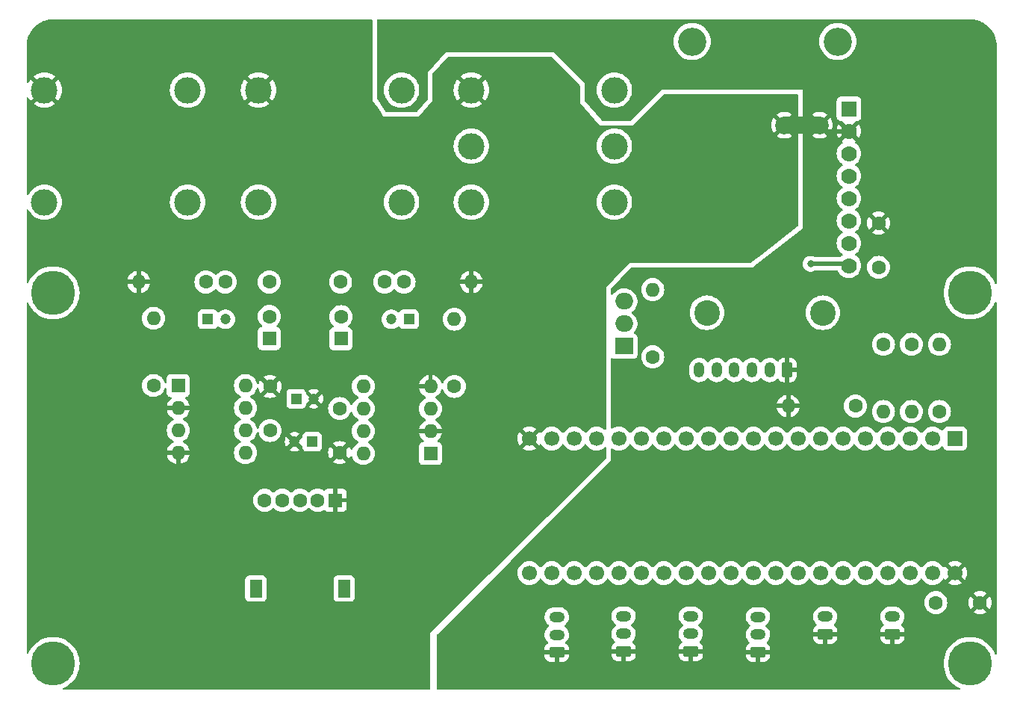
<source format=gbl>
G04 #@! TF.GenerationSoftware,KiCad,Pcbnew,7.0.6*
G04 #@! TF.CreationDate,2023-10-03T18:05:15-04:00*
G04 #@! TF.ProjectId,pcb,7063622e-6b69-4636-9164-5f7063625858,1.0*
G04 #@! TF.SameCoordinates,Original*
G04 #@! TF.FileFunction,Copper,L2,Bot*
G04 #@! TF.FilePolarity,Positive*
%FSLAX46Y46*%
G04 Gerber Fmt 4.6, Leading zero omitted, Abs format (unit mm)*
G04 Created by KiCad (PCBNEW 7.0.6) date 2023-10-03 18:05:15*
%MOMM*%
%LPD*%
G01*
G04 APERTURE LIST*
G04 Aperture macros list*
%AMRoundRect*
0 Rectangle with rounded corners*
0 $1 Rounding radius*
0 $2 $3 $4 $5 $6 $7 $8 $9 X,Y pos of 4 corners*
0 Add a 4 corners polygon primitive as box body*
4,1,4,$2,$3,$4,$5,$6,$7,$8,$9,$2,$3,0*
0 Add four circle primitives for the rounded corners*
1,1,$1+$1,$2,$3*
1,1,$1+$1,$4,$5*
1,1,$1+$1,$6,$7*
1,1,$1+$1,$8,$9*
0 Add four rect primitives between the rounded corners*
20,1,$1+$1,$2,$3,$4,$5,0*
20,1,$1+$1,$4,$5,$6,$7,0*
20,1,$1+$1,$6,$7,$8,$9,0*
20,1,$1+$1,$8,$9,$2,$3,0*%
G04 Aperture macros list end*
G04 #@! TA.AperFunction,ComponentPad*
%ADD10R,1.200000X1.200000*%
G04 #@! TD*
G04 #@! TA.AperFunction,ComponentPad*
%ADD11C,1.200000*%
G04 #@! TD*
G04 #@! TA.AperFunction,ComponentPad*
%ADD12C,5.000000*%
G04 #@! TD*
G04 #@! TA.AperFunction,ComponentPad*
%ADD13RoundRect,0.250000X0.625000X-0.350000X0.625000X0.350000X-0.625000X0.350000X-0.625000X-0.350000X0*%
G04 #@! TD*
G04 #@! TA.AperFunction,ComponentPad*
%ADD14O,1.750000X1.200000*%
G04 #@! TD*
G04 #@! TA.AperFunction,ComponentPad*
%ADD15C,1.600000*%
G04 #@! TD*
G04 #@! TA.AperFunction,ComponentPad*
%ADD16O,1.600000X1.600000*%
G04 #@! TD*
G04 #@! TA.AperFunction,ComponentPad*
%ADD17RoundRect,0.250000X0.350000X0.625000X-0.350000X0.625000X-0.350000X-0.625000X0.350000X-0.625000X0*%
G04 #@! TD*
G04 #@! TA.AperFunction,ComponentPad*
%ADD18O,1.200000X1.750000*%
G04 #@! TD*
G04 #@! TA.AperFunction,ComponentPad*
%ADD19R,1.600000X1.600000*%
G04 #@! TD*
G04 #@! TA.AperFunction,ComponentPad*
%ADD20C,3.200000*%
G04 #@! TD*
G04 #@! TA.AperFunction,ComponentPad*
%ADD21C,2.900000*%
G04 #@! TD*
G04 #@! TA.AperFunction,ComponentPad*
%ADD22R,1.778000X1.778000*%
G04 #@! TD*
G04 #@! TA.AperFunction,ComponentPad*
%ADD23C,1.778000*%
G04 #@! TD*
G04 #@! TA.AperFunction,ComponentPad*
%ADD24C,3.000000*%
G04 #@! TD*
G04 #@! TA.AperFunction,ComponentPad*
%ADD25R,1.700000X1.700000*%
G04 #@! TD*
G04 #@! TA.AperFunction,ComponentPad*
%ADD26C,1.700000*%
G04 #@! TD*
G04 #@! TA.AperFunction,ComponentPad*
%ADD27R,1.400000X2.000000*%
G04 #@! TD*
G04 #@! TA.AperFunction,ComponentPad*
%ADD28R,2.000000X1.905000*%
G04 #@! TD*
G04 #@! TA.AperFunction,ComponentPad*
%ADD29O,2.000000X1.905000*%
G04 #@! TD*
G04 #@! TA.AperFunction,SMDPad,CuDef*
%ADD30C,2.000000*%
G04 #@! TD*
G04 #@! TA.AperFunction,ViaPad*
%ADD31C,0.800000*%
G04 #@! TD*
G04 #@! TA.AperFunction,Conductor*
%ADD32C,0.500000*%
G04 #@! TD*
G04 APERTURE END LIST*
G04 #@! TA.AperFunction,EtchedComponent*
G36*
X153424626Y-76500000D02*
G01*
X149424626Y-76500000D01*
X149424626Y-74500000D01*
X153424626Y-74500000D01*
X153424626Y-76500000D01*
G37*
G04 #@! TD.AperFunction*
D10*
X94072026Y-106500000D03*
D11*
X96072026Y-106500000D03*
D12*
X66500000Y-94500000D03*
D13*
X123613000Y-135241233D03*
D14*
X123613000Y-133241233D03*
X123613000Y-131241233D03*
D13*
X131191000Y-135145233D03*
D14*
X131191000Y-133145233D03*
X131191000Y-131145233D03*
D15*
X167005000Y-107950000D03*
D16*
X167005000Y-100330000D03*
D17*
X149750000Y-103250000D03*
D18*
X147750000Y-103250000D03*
X145750000Y-103250000D03*
X143750000Y-103250000D03*
X141750000Y-103250000D03*
X139750000Y-103250000D03*
D15*
X83834626Y-93260000D03*
D16*
X76214626Y-93260000D03*
D15*
X160100000Y-86600000D03*
X160100000Y-91600000D03*
X166600000Y-129600000D03*
X171600000Y-129600000D03*
D19*
X99150000Y-99700000D03*
D15*
X99150000Y-97200000D03*
D13*
X161671000Y-133177233D03*
D14*
X161671000Y-131177233D03*
D15*
X91100000Y-105100000D03*
X91100000Y-110100000D03*
D20*
X155473400Y-66019633D03*
X138963400Y-66019633D03*
D21*
X153788400Y-96753633D03*
X140648400Y-96753633D03*
D22*
X156743400Y-73639633D03*
D23*
X156743400Y-76179633D03*
X156743400Y-78719633D03*
X156743400Y-81259633D03*
X156743400Y-83799633D03*
X156743400Y-86339633D03*
X156743400Y-88879633D03*
X156743400Y-91419633D03*
D10*
X106850000Y-97500000D03*
D11*
X104850000Y-97500000D03*
D15*
X91024626Y-93260000D03*
X86024626Y-93260000D03*
X163830000Y-100330000D03*
D16*
X163830000Y-107950000D03*
D19*
X91024626Y-99682380D03*
D15*
X91024626Y-97182380D03*
D13*
X146431000Y-135209233D03*
D14*
X146431000Y-133209233D03*
X146431000Y-131209233D03*
D24*
X65524626Y-71522400D03*
X81754626Y-71522400D03*
X65524626Y-84222400D03*
X81754626Y-84222400D03*
D15*
X112000000Y-105100000D03*
D16*
X112000000Y-97480000D03*
D24*
X89789000Y-71522400D03*
X106019000Y-71522400D03*
X89789000Y-84222400D03*
X106019000Y-84222400D03*
D25*
X168764626Y-111000000D03*
D26*
X166224626Y-111000000D03*
X163684626Y-111000000D03*
X161144626Y-111000000D03*
X158604626Y-111000000D03*
X156064626Y-111000000D03*
X153524626Y-111000000D03*
X150984626Y-111000000D03*
X148444626Y-111000000D03*
X145904626Y-111000000D03*
X143364626Y-111000000D03*
X140824626Y-111000000D03*
X138284626Y-111000000D03*
X135744626Y-111000000D03*
X133204626Y-111000000D03*
X130664626Y-111000000D03*
X128124626Y-111000000D03*
X125584626Y-111000000D03*
X123044626Y-111000000D03*
X120504626Y-111000000D03*
X120504626Y-126240000D03*
X123044626Y-126240000D03*
X125584626Y-126240000D03*
X128124626Y-126240000D03*
X130664626Y-126240000D03*
X133204626Y-126240000D03*
X135744626Y-126240000D03*
X138284626Y-126240000D03*
X140824626Y-126240000D03*
X143364626Y-126240000D03*
X145904626Y-126240000D03*
X148444626Y-126240000D03*
X150984626Y-126240000D03*
X153524626Y-126240000D03*
X156064626Y-126240000D03*
X158604626Y-126240000D03*
X161144626Y-126240000D03*
X163684626Y-126240000D03*
X166224626Y-126240000D03*
X168764626Y-126240000D03*
D19*
X98500000Y-118000000D03*
D15*
X96500000Y-118000000D03*
X94500000Y-118000000D03*
X92500000Y-118000000D03*
X90500000Y-118000000D03*
D27*
X89500000Y-128000000D03*
X99500000Y-128000000D03*
D28*
X131250000Y-100540000D03*
D29*
X131250000Y-98000000D03*
X131250000Y-95460000D03*
D15*
X134500000Y-101750000D03*
D16*
X134500000Y-94130000D03*
D15*
X77900000Y-105000000D03*
D16*
X77900000Y-97380000D03*
D19*
X109300000Y-112700000D03*
D16*
X109300000Y-110160000D03*
X109300000Y-107620000D03*
X109300000Y-105080000D03*
X101680000Y-105080000D03*
X101680000Y-107620000D03*
X101680000Y-110160000D03*
X101680000Y-112700000D03*
D13*
X138811000Y-135145233D03*
D14*
X138811000Y-133145233D03*
X138811000Y-131145233D03*
D24*
X113919000Y-77872400D03*
X130149000Y-77872400D03*
X113919000Y-71522400D03*
X130149000Y-71522400D03*
X113919000Y-84222400D03*
X130149000Y-84222400D03*
D15*
X106300000Y-93260000D03*
D16*
X113920000Y-93260000D03*
D10*
X84052027Y-97500000D03*
D11*
X86052027Y-97500000D03*
D15*
X99000000Y-112600000D03*
X99000000Y-107600000D03*
D19*
X80700000Y-105000000D03*
D16*
X80700000Y-107540000D03*
X80700000Y-110080000D03*
X80700000Y-112620000D03*
X88320000Y-112620000D03*
X88320000Y-110080000D03*
X88320000Y-107540000D03*
X88320000Y-105000000D03*
D10*
X95877226Y-111380000D03*
D11*
X93877226Y-111380000D03*
D15*
X104100000Y-93260000D03*
X99100000Y-93260000D03*
D12*
X170475374Y-94500000D03*
D15*
X160655000Y-100330000D03*
D16*
X160655000Y-107950000D03*
D12*
X170475374Y-136500000D03*
X66500000Y-136500000D03*
D15*
X157480000Y-107315000D03*
D16*
X149860000Y-107315000D03*
D13*
X154051000Y-133177233D03*
D14*
X154051000Y-131177233D03*
D30*
X153424626Y-75500000D03*
X149424626Y-75500000D03*
D31*
X152400000Y-91216000D03*
D32*
X154104626Y-76180000D02*
X153424626Y-75500000D01*
X156754626Y-76180000D02*
X154104626Y-76180000D01*
X152400000Y-91216000D02*
X156550626Y-91216000D01*
G04 #@! TA.AperFunction,Conductor*
G36*
X170501619Y-63500584D02*
G01*
X170633628Y-63507503D01*
X170817027Y-63517803D01*
X170823212Y-63518465D01*
X170975647Y-63542608D01*
X171138194Y-63570226D01*
X171143811Y-63571453D01*
X171296693Y-63612418D01*
X171389122Y-63639046D01*
X171451724Y-63657082D01*
X171456759Y-63658769D01*
X171606183Y-63716127D01*
X171754007Y-63777358D01*
X171758412Y-63779388D01*
X171824180Y-63812899D01*
X171901921Y-63852511D01*
X171977428Y-63894241D01*
X172041480Y-63929641D01*
X172045215Y-63931882D01*
X172119487Y-63980115D01*
X172180872Y-64019980D01*
X172268357Y-64082053D01*
X172310764Y-64112142D01*
X172313886Y-64114510D01*
X172438748Y-64215621D01*
X172441034Y-64217567D01*
X172558721Y-64322738D01*
X172561248Y-64325128D01*
X172674870Y-64438750D01*
X172677260Y-64441277D01*
X172782431Y-64558964D01*
X172784385Y-64561260D01*
X172885480Y-64686102D01*
X172887862Y-64689243D01*
X172980019Y-64819127D01*
X173033758Y-64901875D01*
X173068106Y-64954767D01*
X173070364Y-64958531D01*
X173147488Y-65098078D01*
X173220604Y-65241575D01*
X173222643Y-65245997D01*
X173283877Y-65393829D01*
X173341221Y-65543217D01*
X173342916Y-65548273D01*
X173387579Y-65703297D01*
X173428541Y-65856171D01*
X173429778Y-65861835D01*
X173457394Y-66024369D01*
X173481530Y-66176758D01*
X173482196Y-66182985D01*
X173492509Y-66366617D01*
X173499415Y-66498377D01*
X173499500Y-66501623D01*
X173499500Y-93334684D01*
X173479815Y-93401723D01*
X173427011Y-93447478D01*
X173357853Y-93457422D01*
X173294297Y-93428397D01*
X173261641Y-93383798D01*
X173221550Y-93290858D01*
X173161263Y-93151096D01*
X172986504Y-92848404D01*
X172983498Y-92844366D01*
X172777789Y-92568050D01*
X172777784Y-92568044D01*
X172638923Y-92420861D01*
X172537932Y-92313817D01*
X172389862Y-92189572D01*
X172270187Y-92089152D01*
X172270179Y-92089146D01*
X171978170Y-91897088D01*
X171665832Y-91740226D01*
X171665826Y-91740223D01*
X171337386Y-91620681D01*
X171337383Y-91620680D01*
X170997289Y-91540077D01*
X170953893Y-91535004D01*
X170650133Y-91499500D01*
X170300615Y-91499500D01*
X169996854Y-91535004D01*
X169953459Y-91540077D01*
X169953457Y-91540077D01*
X169613364Y-91620680D01*
X169613361Y-91620681D01*
X169284921Y-91740223D01*
X169284915Y-91740226D01*
X168972577Y-91897088D01*
X168680568Y-92089146D01*
X168680560Y-92089152D01*
X168412816Y-92313817D01*
X168412814Y-92313819D01*
X168172963Y-92568044D01*
X168172958Y-92568050D01*
X167964244Y-92848402D01*
X167789487Y-93151091D01*
X167789481Y-93151104D01*
X167651048Y-93472027D01*
X167550804Y-93806865D01*
X167550802Y-93806872D01*
X167490113Y-94151061D01*
X167490112Y-94151072D01*
X167469789Y-94499996D01*
X167469789Y-94500003D01*
X167490112Y-94848927D01*
X167490113Y-94848938D01*
X167550802Y-95193127D01*
X167550804Y-95193134D01*
X167651048Y-95527972D01*
X167789481Y-95848895D01*
X167789487Y-95848908D01*
X167964244Y-96151597D01*
X168172958Y-96431949D01*
X168172963Y-96431955D01*
X168277214Y-96542454D01*
X168412816Y-96686183D01*
X168588749Y-96833808D01*
X168680560Y-96910847D01*
X168680568Y-96910853D01*
X168972577Y-97102911D01*
X168972581Y-97102913D01*
X169284923Y-97259777D01*
X169613363Y-97379319D01*
X169953460Y-97459923D01*
X170300615Y-97500500D01*
X170300622Y-97500500D01*
X170650126Y-97500500D01*
X170650133Y-97500500D01*
X170997288Y-97459923D01*
X171337385Y-97379319D01*
X171665825Y-97259777D01*
X171978167Y-97102913D01*
X172270185Y-96910849D01*
X172537932Y-96686183D01*
X172777786Y-96431953D01*
X172986504Y-96151596D01*
X173161263Y-95848904D01*
X173261641Y-95616200D01*
X173306269Y-95562441D01*
X173372877Y-95541343D01*
X173440318Y-95559605D01*
X173487179Y-95611429D01*
X173499500Y-95665315D01*
X173499500Y-135334684D01*
X173479815Y-135401723D01*
X173427011Y-135447478D01*
X173357853Y-135457422D01*
X173294297Y-135428397D01*
X173261641Y-135383798D01*
X173226599Y-135302563D01*
X173161263Y-135151096D01*
X172986504Y-134848404D01*
X172986503Y-134848402D01*
X172777789Y-134568050D01*
X172777784Y-134568044D01*
X172564269Y-134341733D01*
X172537932Y-134313817D01*
X172359084Y-134163746D01*
X172270187Y-134089152D01*
X172270179Y-134089146D01*
X171978170Y-133897088D01*
X171665832Y-133740226D01*
X171665826Y-133740223D01*
X171337386Y-133620681D01*
X171337383Y-133620680D01*
X170997289Y-133540077D01*
X170953893Y-133535004D01*
X170650133Y-133499500D01*
X170300615Y-133499500D01*
X169996854Y-133535004D01*
X169953459Y-133540077D01*
X169953457Y-133540077D01*
X169613364Y-133620680D01*
X169613361Y-133620681D01*
X169284921Y-133740223D01*
X169284915Y-133740226D01*
X168972577Y-133897088D01*
X168680568Y-134089146D01*
X168680560Y-134089152D01*
X168412816Y-134313817D01*
X168412814Y-134313819D01*
X168172963Y-134568044D01*
X168172958Y-134568050D01*
X167964244Y-134848402D01*
X167789487Y-135151091D01*
X167789481Y-135151104D01*
X167651048Y-135472027D01*
X167550804Y-135806865D01*
X167550802Y-135806872D01*
X167490113Y-136151061D01*
X167490112Y-136151072D01*
X167469789Y-136499996D01*
X167469789Y-136500003D01*
X167490112Y-136848927D01*
X167490113Y-136848938D01*
X167550802Y-137193127D01*
X167550804Y-137193134D01*
X167651048Y-137527972D01*
X167789481Y-137848895D01*
X167789487Y-137848908D01*
X167964244Y-138151597D01*
X168172958Y-138431949D01*
X168172963Y-138431955D01*
X168243819Y-138507057D01*
X168412816Y-138686183D01*
X168589277Y-138834251D01*
X168680560Y-138910847D01*
X168680568Y-138910853D01*
X168972577Y-139102911D01*
X168972581Y-139102913D01*
X169284923Y-139259777D01*
X169284931Y-139259779D01*
X169288233Y-139261205D01*
X169287635Y-139262590D01*
X169338995Y-139300408D01*
X169363927Y-139365678D01*
X169349615Y-139434066D01*
X169300601Y-139483860D01*
X169240317Y-139499500D01*
X110124000Y-139499500D01*
X110056961Y-139479815D01*
X110011206Y-139427011D01*
X110000000Y-139375500D01*
X110000000Y-133301362D01*
X110019685Y-133234323D01*
X110036319Y-133213681D01*
X110061366Y-133188634D01*
X122233746Y-133188634D01*
X122243745Y-133398560D01*
X122293296Y-133602811D01*
X122293298Y-133602815D01*
X122380598Y-133793976D01*
X122380601Y-133793981D01*
X122380602Y-133793983D01*
X122380604Y-133793986D01*
X122488372Y-133945325D01*
X122502515Y-133965186D01*
X122605456Y-134063340D01*
X122640391Y-134123849D01*
X122637066Y-134193639D01*
X122596538Y-134250554D01*
X122584983Y-134258621D01*
X122519659Y-134298913D01*
X122519655Y-134298916D01*
X122395684Y-134422887D01*
X122303643Y-134572108D01*
X122303641Y-134572113D01*
X122248494Y-134738535D01*
X122248493Y-134738542D01*
X122238000Y-134841246D01*
X122238000Y-134991233D01*
X123333440Y-134991233D01*
X123294722Y-135033292D01*
X123244449Y-135147903D01*
X123234114Y-135272628D01*
X123264837Y-135393952D01*
X123328394Y-135491233D01*
X122238001Y-135491233D01*
X122238001Y-135641219D01*
X122248494Y-135743930D01*
X122303641Y-135910352D01*
X122303643Y-135910357D01*
X122395684Y-136059578D01*
X122519654Y-136183548D01*
X122668875Y-136275589D01*
X122668880Y-136275591D01*
X122835302Y-136330738D01*
X122835309Y-136330739D01*
X122938019Y-136341232D01*
X123362999Y-136341232D01*
X123363000Y-136341231D01*
X123363000Y-135521850D01*
X123432052Y-135575596D01*
X123550424Y-135616233D01*
X123644073Y-135616233D01*
X123736446Y-135600819D01*
X123846514Y-135541252D01*
X123863000Y-135523343D01*
X123863000Y-136341232D01*
X124287972Y-136341232D01*
X124287986Y-136341231D01*
X124390697Y-136330738D01*
X124557119Y-136275591D01*
X124557124Y-136275589D01*
X124706345Y-136183548D01*
X124830315Y-136059578D01*
X124922356Y-135910357D01*
X124922358Y-135910352D01*
X124977505Y-135743930D01*
X124977506Y-135743923D01*
X124987999Y-135641219D01*
X124988000Y-135641206D01*
X124988000Y-135491233D01*
X123892560Y-135491233D01*
X123931278Y-135449174D01*
X123981551Y-135334563D01*
X123991886Y-135209838D01*
X123961163Y-135088514D01*
X123897606Y-134991233D01*
X124987999Y-134991233D01*
X124987999Y-134841261D01*
X124987998Y-134841246D01*
X124977505Y-134738535D01*
X124922358Y-134572113D01*
X124922356Y-134572108D01*
X124830315Y-134422887D01*
X124706344Y-134298916D01*
X124706340Y-134298913D01*
X124642841Y-134259746D01*
X124596116Y-134207798D01*
X124584895Y-134138836D01*
X124612738Y-134074754D01*
X124631289Y-134056736D01*
X124648965Y-134042836D01*
X124650886Y-134041325D01*
X124788519Y-133882489D01*
X124893604Y-133700477D01*
X124962344Y-133501866D01*
X124992254Y-133293835D01*
X124982670Y-133092634D01*
X129811746Y-133092634D01*
X129821745Y-133302560D01*
X129871296Y-133506811D01*
X129871298Y-133506815D01*
X129958598Y-133697976D01*
X129958601Y-133697981D01*
X129958602Y-133697983D01*
X129958604Y-133697986D01*
X130067199Y-133850486D01*
X130080515Y-133869186D01*
X130183456Y-133967340D01*
X130218391Y-134027849D01*
X130215066Y-134097639D01*
X130174538Y-134154554D01*
X130162983Y-134162621D01*
X130097659Y-134202913D01*
X130097655Y-134202916D01*
X129973684Y-134326887D01*
X129881643Y-134476108D01*
X129881641Y-134476113D01*
X129826494Y-134642535D01*
X129826493Y-134642542D01*
X129816000Y-134745246D01*
X129816000Y-134895233D01*
X130911440Y-134895233D01*
X130872722Y-134937292D01*
X130822449Y-135051903D01*
X130812114Y-135176628D01*
X130842837Y-135297952D01*
X130906394Y-135395233D01*
X129816001Y-135395233D01*
X129816001Y-135545219D01*
X129826494Y-135647930D01*
X129881641Y-135814352D01*
X129881643Y-135814357D01*
X129973684Y-135963578D01*
X130097654Y-136087548D01*
X130246875Y-136179589D01*
X130246880Y-136179591D01*
X130413302Y-136234738D01*
X130413309Y-136234739D01*
X130516019Y-136245232D01*
X130940999Y-136245232D01*
X130941000Y-136245231D01*
X130941000Y-135425850D01*
X131010052Y-135479596D01*
X131128424Y-135520233D01*
X131222073Y-135520233D01*
X131314446Y-135504819D01*
X131424514Y-135445252D01*
X131441000Y-135427343D01*
X131441000Y-136245232D01*
X131865972Y-136245232D01*
X131865986Y-136245231D01*
X131968697Y-136234738D01*
X132135119Y-136179591D01*
X132135124Y-136179589D01*
X132284345Y-136087548D01*
X132408315Y-135963578D01*
X132500356Y-135814357D01*
X132500358Y-135814352D01*
X132555505Y-135647930D01*
X132555506Y-135647923D01*
X132565999Y-135545219D01*
X132566000Y-135545206D01*
X132566000Y-135395233D01*
X131470560Y-135395233D01*
X131509278Y-135353174D01*
X131559551Y-135238563D01*
X131569886Y-135113838D01*
X131539163Y-134992514D01*
X131475606Y-134895233D01*
X132565999Y-134895233D01*
X132565999Y-134745261D01*
X132565998Y-134745246D01*
X132555505Y-134642535D01*
X132500358Y-134476113D01*
X132500356Y-134476108D01*
X132408315Y-134326887D01*
X132284344Y-134202916D01*
X132284340Y-134202913D01*
X132220841Y-134163746D01*
X132174116Y-134111798D01*
X132162895Y-134042836D01*
X132190738Y-133978754D01*
X132209289Y-133960736D01*
X132228882Y-133945328D01*
X132228881Y-133945328D01*
X132228886Y-133945325D01*
X132366519Y-133786489D01*
X132471604Y-133604477D01*
X132540344Y-133405866D01*
X132570254Y-133197835D01*
X132565243Y-133092634D01*
X137431746Y-133092634D01*
X137441745Y-133302560D01*
X137491296Y-133506811D01*
X137491298Y-133506815D01*
X137578598Y-133697976D01*
X137578601Y-133697981D01*
X137578602Y-133697983D01*
X137578604Y-133697986D01*
X137687199Y-133850486D01*
X137700515Y-133869186D01*
X137803456Y-133967340D01*
X137838391Y-134027849D01*
X137835066Y-134097639D01*
X137794538Y-134154554D01*
X137782983Y-134162621D01*
X137717659Y-134202913D01*
X137717655Y-134202916D01*
X137593684Y-134326887D01*
X137501643Y-134476108D01*
X137501641Y-134476113D01*
X137446494Y-134642535D01*
X137446493Y-134642542D01*
X137436000Y-134745246D01*
X137436000Y-134895233D01*
X138531440Y-134895233D01*
X138492722Y-134937292D01*
X138442449Y-135051903D01*
X138432114Y-135176628D01*
X138462837Y-135297952D01*
X138526394Y-135395233D01*
X137436001Y-135395233D01*
X137436001Y-135545219D01*
X137446494Y-135647930D01*
X137501641Y-135814352D01*
X137501643Y-135814357D01*
X137593684Y-135963578D01*
X137717654Y-136087548D01*
X137866875Y-136179589D01*
X137866880Y-136179591D01*
X138033302Y-136234738D01*
X138033309Y-136234739D01*
X138136019Y-136245232D01*
X138560999Y-136245232D01*
X138561000Y-136245231D01*
X138561000Y-135425850D01*
X138630052Y-135479596D01*
X138748424Y-135520233D01*
X138842073Y-135520233D01*
X138934446Y-135504819D01*
X139044514Y-135445252D01*
X139061000Y-135427343D01*
X139061000Y-136245232D01*
X139485972Y-136245232D01*
X139485986Y-136245231D01*
X139588697Y-136234738D01*
X139755119Y-136179591D01*
X139755124Y-136179589D01*
X139904345Y-136087548D01*
X140028315Y-135963578D01*
X140120356Y-135814357D01*
X140120358Y-135814352D01*
X140175505Y-135647930D01*
X140175506Y-135647923D01*
X140185999Y-135545219D01*
X140186000Y-135545206D01*
X140186000Y-135395233D01*
X139090560Y-135395233D01*
X139129278Y-135353174D01*
X139179551Y-135238563D01*
X139189886Y-135113838D01*
X139159163Y-134992514D01*
X139095606Y-134895233D01*
X140185999Y-134895233D01*
X140185999Y-134745261D01*
X140185998Y-134745246D01*
X140175505Y-134642535D01*
X140120358Y-134476113D01*
X140120356Y-134476108D01*
X140028315Y-134326887D01*
X139904344Y-134202916D01*
X139904340Y-134202913D01*
X139840841Y-134163746D01*
X139794116Y-134111798D01*
X139782895Y-134042836D01*
X139810738Y-133978754D01*
X139829289Y-133960736D01*
X139848882Y-133945328D01*
X139848881Y-133945328D01*
X139848886Y-133945325D01*
X139986519Y-133786489D01*
X140091604Y-133604477D01*
X140160344Y-133405866D01*
X140190254Y-133197835D01*
X140188291Y-133156634D01*
X145051746Y-133156634D01*
X145061745Y-133366560D01*
X145111296Y-133570811D01*
X145111298Y-133570815D01*
X145198598Y-133761976D01*
X145198601Y-133761981D01*
X145198602Y-133761983D01*
X145198604Y-133761986D01*
X145320514Y-133933185D01*
X145320515Y-133933186D01*
X145423456Y-134031340D01*
X145458391Y-134091849D01*
X145455066Y-134161639D01*
X145414538Y-134218554D01*
X145402983Y-134226621D01*
X145337659Y-134266913D01*
X145337655Y-134266916D01*
X145213684Y-134390887D01*
X145121643Y-134540108D01*
X145121641Y-134540113D01*
X145066494Y-134706535D01*
X145066493Y-134706542D01*
X145056000Y-134809246D01*
X145056000Y-134959233D01*
X146151440Y-134959233D01*
X146112722Y-135001292D01*
X146062449Y-135115903D01*
X146052114Y-135240628D01*
X146082837Y-135361952D01*
X146146394Y-135459233D01*
X145056001Y-135459233D01*
X145056001Y-135609219D01*
X145066494Y-135711930D01*
X145121641Y-135878352D01*
X145121643Y-135878357D01*
X145213684Y-136027578D01*
X145337654Y-136151548D01*
X145486875Y-136243589D01*
X145486880Y-136243591D01*
X145653302Y-136298738D01*
X145653309Y-136298739D01*
X145756019Y-136309232D01*
X146180999Y-136309232D01*
X146181000Y-136309231D01*
X146181000Y-135489850D01*
X146250052Y-135543596D01*
X146368424Y-135584233D01*
X146462073Y-135584233D01*
X146554446Y-135568819D01*
X146664514Y-135509252D01*
X146681000Y-135491343D01*
X146681000Y-136309232D01*
X147105972Y-136309232D01*
X147105986Y-136309231D01*
X147208697Y-136298738D01*
X147375119Y-136243591D01*
X147375124Y-136243589D01*
X147524345Y-136151548D01*
X147648315Y-136027578D01*
X147740356Y-135878357D01*
X147740358Y-135878352D01*
X147795505Y-135711930D01*
X147795506Y-135711923D01*
X147805999Y-135609219D01*
X147806000Y-135609206D01*
X147806000Y-135459233D01*
X146710560Y-135459233D01*
X146749278Y-135417174D01*
X146799551Y-135302563D01*
X146809886Y-135177838D01*
X146779163Y-135056514D01*
X146715606Y-134959233D01*
X147805999Y-134959233D01*
X147805999Y-134809261D01*
X147805998Y-134809246D01*
X147795505Y-134706535D01*
X147740358Y-134540113D01*
X147740356Y-134540108D01*
X147648315Y-134390887D01*
X147524344Y-134266916D01*
X147524340Y-134266913D01*
X147460841Y-134227746D01*
X147414116Y-134175798D01*
X147402895Y-134106836D01*
X147430738Y-134042754D01*
X147449289Y-134024736D01*
X147468882Y-134009328D01*
X147468881Y-134009328D01*
X147468886Y-134009325D01*
X147606519Y-133850489D01*
X147711604Y-133668477D01*
X147780344Y-133469866D01*
X147810254Y-133261835D01*
X147800254Y-133051903D01*
X147750704Y-132847657D01*
X147736999Y-132817647D01*
X147663401Y-132656489D01*
X147663398Y-132656484D01*
X147663397Y-132656483D01*
X147663396Y-132656480D01*
X147541486Y-132485281D01*
X147541484Y-132485279D01*
X147541479Y-132485273D01*
X147389379Y-132340247D01*
X147348057Y-132313691D01*
X147302302Y-132260887D01*
X147292359Y-132191729D01*
X147321384Y-132128173D01*
X147338445Y-132111906D01*
X147404640Y-132059849D01*
X147468886Y-132009325D01*
X147606519Y-131850489D01*
X147711604Y-131668477D01*
X147780344Y-131469866D01*
X147810254Y-131261835D01*
X147803719Y-131124634D01*
X152671746Y-131124634D01*
X152681745Y-131334560D01*
X152731296Y-131538811D01*
X152731298Y-131538815D01*
X152818598Y-131729976D01*
X152818601Y-131729981D01*
X152818602Y-131729983D01*
X152818604Y-131729986D01*
X152904414Y-131850489D01*
X152940515Y-131901186D01*
X153043456Y-131999340D01*
X153078391Y-132059849D01*
X153075066Y-132129639D01*
X153034538Y-132186554D01*
X153022983Y-132194621D01*
X152957659Y-132234913D01*
X152957655Y-132234916D01*
X152833684Y-132358887D01*
X152741643Y-132508108D01*
X152741641Y-132508113D01*
X152686494Y-132674535D01*
X152686493Y-132674542D01*
X152676000Y-132777246D01*
X152676000Y-132927233D01*
X153771440Y-132927233D01*
X153732722Y-132969292D01*
X153682449Y-133083903D01*
X153672114Y-133208628D01*
X153702837Y-133329952D01*
X153766394Y-133427233D01*
X152676001Y-133427233D01*
X152676001Y-133577219D01*
X152686494Y-133679930D01*
X152741641Y-133846352D01*
X152741643Y-133846357D01*
X152833684Y-133995578D01*
X152957654Y-134119548D01*
X153106875Y-134211589D01*
X153106880Y-134211591D01*
X153273302Y-134266738D01*
X153273309Y-134266739D01*
X153376019Y-134277232D01*
X153800999Y-134277232D01*
X153801000Y-134277231D01*
X153801000Y-133457850D01*
X153870052Y-133511596D01*
X153988424Y-133552233D01*
X154082073Y-133552233D01*
X154174446Y-133536819D01*
X154284514Y-133477252D01*
X154301000Y-133459343D01*
X154301000Y-134277232D01*
X154725972Y-134277232D01*
X154725986Y-134277231D01*
X154828697Y-134266738D01*
X154995119Y-134211591D01*
X154995124Y-134211589D01*
X155144345Y-134119548D01*
X155268315Y-133995578D01*
X155360356Y-133846357D01*
X155360358Y-133846352D01*
X155415505Y-133679930D01*
X155415506Y-133679923D01*
X155425999Y-133577219D01*
X155426000Y-133577206D01*
X155426000Y-133427233D01*
X154330560Y-133427233D01*
X154369278Y-133385174D01*
X154419551Y-133270563D01*
X154429886Y-133145838D01*
X154399163Y-133024514D01*
X154335606Y-132927233D01*
X155425999Y-132927233D01*
X155425999Y-132777261D01*
X155425998Y-132777246D01*
X155415505Y-132674535D01*
X155360358Y-132508113D01*
X155360356Y-132508108D01*
X155268315Y-132358887D01*
X155144344Y-132234916D01*
X155144340Y-132234913D01*
X155080841Y-132195746D01*
X155034116Y-132143798D01*
X155022895Y-132074836D01*
X155050738Y-132010754D01*
X155069289Y-131992736D01*
X155088882Y-131977328D01*
X155088881Y-131977328D01*
X155088886Y-131977325D01*
X155226519Y-131818489D01*
X155331604Y-131636477D01*
X155400344Y-131437866D01*
X155430254Y-131229835D01*
X155425243Y-131124634D01*
X160291746Y-131124634D01*
X160301745Y-131334560D01*
X160351296Y-131538811D01*
X160351298Y-131538815D01*
X160438598Y-131729976D01*
X160438601Y-131729981D01*
X160438602Y-131729983D01*
X160438604Y-131729986D01*
X160524414Y-131850489D01*
X160560515Y-131901186D01*
X160663456Y-131999340D01*
X160698391Y-132059849D01*
X160695066Y-132129639D01*
X160654538Y-132186554D01*
X160642983Y-132194621D01*
X160577659Y-132234913D01*
X160577655Y-132234916D01*
X160453684Y-132358887D01*
X160361643Y-132508108D01*
X160361641Y-132508113D01*
X160306494Y-132674535D01*
X160306493Y-132674542D01*
X160296000Y-132777246D01*
X160296000Y-132927233D01*
X161391440Y-132927233D01*
X161352722Y-132969292D01*
X161302449Y-133083903D01*
X161292114Y-133208628D01*
X161322837Y-133329952D01*
X161386394Y-133427233D01*
X160296001Y-133427233D01*
X160296001Y-133577219D01*
X160306494Y-133679930D01*
X160361641Y-133846352D01*
X160361643Y-133846357D01*
X160453684Y-133995578D01*
X160577654Y-134119548D01*
X160726875Y-134211589D01*
X160726880Y-134211591D01*
X160893302Y-134266738D01*
X160893309Y-134266739D01*
X160996019Y-134277232D01*
X161420999Y-134277232D01*
X161421000Y-134277231D01*
X161421000Y-133457850D01*
X161490052Y-133511596D01*
X161608424Y-133552233D01*
X161702073Y-133552233D01*
X161794446Y-133536819D01*
X161904514Y-133477252D01*
X161921000Y-133459343D01*
X161921000Y-134277232D01*
X162345972Y-134277232D01*
X162345986Y-134277231D01*
X162448697Y-134266738D01*
X162615119Y-134211591D01*
X162615124Y-134211589D01*
X162764345Y-134119548D01*
X162888315Y-133995578D01*
X162980356Y-133846357D01*
X162980358Y-133846352D01*
X163035505Y-133679930D01*
X163035506Y-133679923D01*
X163045999Y-133577219D01*
X163046000Y-133577206D01*
X163046000Y-133427233D01*
X161950560Y-133427233D01*
X161989278Y-133385174D01*
X162039551Y-133270563D01*
X162049886Y-133145838D01*
X162019163Y-133024514D01*
X161955606Y-132927233D01*
X163045999Y-132927233D01*
X163045999Y-132777261D01*
X163045998Y-132777246D01*
X163035505Y-132674535D01*
X162980358Y-132508113D01*
X162980356Y-132508108D01*
X162888315Y-132358887D01*
X162764344Y-132234916D01*
X162764340Y-132234913D01*
X162700841Y-132195746D01*
X162654116Y-132143798D01*
X162642895Y-132074836D01*
X162670738Y-132010754D01*
X162689289Y-131992736D01*
X162708882Y-131977328D01*
X162708881Y-131977328D01*
X162708886Y-131977325D01*
X162846519Y-131818489D01*
X162951604Y-131636477D01*
X163020344Y-131437866D01*
X163050254Y-131229835D01*
X163040254Y-131019903D01*
X162990704Y-130815657D01*
X162976087Y-130783650D01*
X162903401Y-130624489D01*
X162903398Y-130624484D01*
X162903397Y-130624483D01*
X162903396Y-130624480D01*
X162781486Y-130453281D01*
X162781484Y-130453279D01*
X162781479Y-130453273D01*
X162629379Y-130308247D01*
X162452574Y-130194621D01*
X162423336Y-130182916D01*
X162337387Y-130148507D01*
X162257455Y-130116507D01*
X162051086Y-130076733D01*
X162051085Y-130076733D01*
X161343575Y-130076733D01*
X161186782Y-130091705D01*
X161186778Y-130091706D01*
X160985127Y-130150916D01*
X160798313Y-130247224D01*
X160633116Y-130377138D01*
X160633112Y-130377142D01*
X160495478Y-130535979D01*
X160390398Y-130717983D01*
X160321656Y-130916598D01*
X160321656Y-130916600D01*
X160296347Y-131092634D01*
X160291746Y-131124634D01*
X155425243Y-131124634D01*
X155420254Y-131019903D01*
X155370704Y-130815657D01*
X155356087Y-130783650D01*
X155283401Y-130624489D01*
X155283398Y-130624484D01*
X155283397Y-130624483D01*
X155283396Y-130624480D01*
X155161486Y-130453281D01*
X155161484Y-130453279D01*
X155161479Y-130453273D01*
X155009379Y-130308247D01*
X154832574Y-130194621D01*
X154803336Y-130182916D01*
X154717387Y-130148507D01*
X154637455Y-130116507D01*
X154431086Y-130076733D01*
X154431085Y-130076733D01*
X153723575Y-130076733D01*
X153566782Y-130091705D01*
X153566778Y-130091706D01*
X153365127Y-130150916D01*
X153178313Y-130247224D01*
X153013116Y-130377138D01*
X153013112Y-130377142D01*
X152875478Y-130535979D01*
X152770398Y-130717983D01*
X152701656Y-130916598D01*
X152701656Y-130916600D01*
X152676347Y-131092634D01*
X152671746Y-131124634D01*
X147803719Y-131124634D01*
X147800254Y-131051903D01*
X147750704Y-130847657D01*
X147741151Y-130826738D01*
X147663401Y-130656489D01*
X147663398Y-130656484D01*
X147663397Y-130656483D01*
X147663396Y-130656480D01*
X147541486Y-130485281D01*
X147541484Y-130485279D01*
X147541479Y-130485273D01*
X147389379Y-130340247D01*
X147212574Y-130226621D01*
X147183336Y-130214916D01*
X147052710Y-130162621D01*
X147017455Y-130148507D01*
X146811086Y-130108733D01*
X146811085Y-130108733D01*
X146103575Y-130108733D01*
X145946782Y-130123705D01*
X145946778Y-130123706D01*
X145745127Y-130182916D01*
X145558313Y-130279224D01*
X145393116Y-130409138D01*
X145393112Y-130409142D01*
X145255478Y-130567979D01*
X145150398Y-130749983D01*
X145081656Y-130948598D01*
X145081656Y-130948600D01*
X145056347Y-131124634D01*
X145051746Y-131156634D01*
X145061745Y-131366560D01*
X145111296Y-131570811D01*
X145111298Y-131570815D01*
X145198598Y-131761976D01*
X145198601Y-131761981D01*
X145198602Y-131761983D01*
X145198604Y-131761986D01*
X145284414Y-131882489D01*
X145320515Y-131933186D01*
X145320520Y-131933192D01*
X145472619Y-132078217D01*
X145472621Y-132078218D01*
X145472622Y-132078219D01*
X145496519Y-132093577D01*
X145513941Y-132104773D01*
X145559696Y-132157577D01*
X145569640Y-132226736D01*
X145540615Y-132290292D01*
X145523555Y-132306559D01*
X145393112Y-132409142D01*
X145255478Y-132567979D01*
X145150398Y-132749983D01*
X145081656Y-132948598D01*
X145081656Y-132948600D01*
X145060948Y-133092634D01*
X145051746Y-133156634D01*
X140188291Y-133156634D01*
X140180254Y-132987903D01*
X140130704Y-132783657D01*
X140127776Y-132777246D01*
X140043401Y-132592489D01*
X140043398Y-132592484D01*
X140043397Y-132592483D01*
X140043396Y-132592480D01*
X139921486Y-132421281D01*
X139921484Y-132421279D01*
X139921479Y-132421273D01*
X139769379Y-132276247D01*
X139728057Y-132249691D01*
X139682302Y-132196887D01*
X139672359Y-132127729D01*
X139701384Y-132064173D01*
X139718445Y-132047906D01*
X139780201Y-131999340D01*
X139848886Y-131945325D01*
X139986519Y-131786489D01*
X140091604Y-131604477D01*
X140160344Y-131405866D01*
X140190254Y-131197835D01*
X140180254Y-130987903D01*
X140130704Y-130783657D01*
X140129940Y-130781983D01*
X140043401Y-130592489D01*
X140043398Y-130592484D01*
X140043397Y-130592483D01*
X140043396Y-130592480D01*
X139921486Y-130421281D01*
X139921484Y-130421279D01*
X139921479Y-130421273D01*
X139769379Y-130276247D01*
X139592574Y-130162621D01*
X139575301Y-130155706D01*
X139477387Y-130116507D01*
X139397455Y-130084507D01*
X139191086Y-130044733D01*
X139191085Y-130044733D01*
X138483575Y-130044733D01*
X138326782Y-130059705D01*
X138326778Y-130059706D01*
X138125127Y-130118916D01*
X137938313Y-130215224D01*
X137773116Y-130345138D01*
X137773112Y-130345142D01*
X137635478Y-130503979D01*
X137530398Y-130685983D01*
X137461656Y-130884598D01*
X137461656Y-130884600D01*
X137437602Y-131051905D01*
X137431746Y-131092634D01*
X137441745Y-131302560D01*
X137491296Y-131506811D01*
X137491298Y-131506815D01*
X137578598Y-131697976D01*
X137578601Y-131697981D01*
X137578602Y-131697983D01*
X137578604Y-131697986D01*
X137664414Y-131818489D01*
X137700515Y-131869186D01*
X137700520Y-131869192D01*
X137852619Y-132014217D01*
X137893941Y-132040773D01*
X137939696Y-132093577D01*
X137949640Y-132162736D01*
X137920615Y-132226292D01*
X137903555Y-132242559D01*
X137773112Y-132345142D01*
X137635478Y-132503979D01*
X137530398Y-132685983D01*
X137461656Y-132884598D01*
X137461656Y-132884600D01*
X137437602Y-133051905D01*
X137431746Y-133092634D01*
X132565243Y-133092634D01*
X132560254Y-132987903D01*
X132510704Y-132783657D01*
X132507776Y-132777246D01*
X132423401Y-132592489D01*
X132423398Y-132592484D01*
X132423397Y-132592483D01*
X132423396Y-132592480D01*
X132301486Y-132421281D01*
X132301484Y-132421279D01*
X132301479Y-132421273D01*
X132149379Y-132276247D01*
X132108057Y-132249691D01*
X132062302Y-132196887D01*
X132052359Y-132127729D01*
X132081384Y-132064173D01*
X132098445Y-132047906D01*
X132160201Y-131999340D01*
X132228886Y-131945325D01*
X132366519Y-131786489D01*
X132471604Y-131604477D01*
X132540344Y-131405866D01*
X132570254Y-131197835D01*
X132560254Y-130987903D01*
X132510704Y-130783657D01*
X132509940Y-130781983D01*
X132423401Y-130592489D01*
X132423398Y-130592484D01*
X132423397Y-130592483D01*
X132423396Y-130592480D01*
X132301486Y-130421281D01*
X132301484Y-130421279D01*
X132301479Y-130421273D01*
X132149379Y-130276247D01*
X131972574Y-130162621D01*
X131955301Y-130155706D01*
X131857387Y-130116507D01*
X131777455Y-130084507D01*
X131571086Y-130044733D01*
X131571085Y-130044733D01*
X130863575Y-130044733D01*
X130706781Y-130059705D01*
X130706782Y-130059705D01*
X130706778Y-130059706D01*
X130505127Y-130118916D01*
X130318313Y-130215224D01*
X130153116Y-130345138D01*
X130153112Y-130345142D01*
X130015478Y-130503979D01*
X129910398Y-130685983D01*
X129841656Y-130884598D01*
X129841656Y-130884600D01*
X129817602Y-131051905D01*
X129811746Y-131092634D01*
X129821745Y-131302560D01*
X129871296Y-131506811D01*
X129871298Y-131506815D01*
X129958598Y-131697976D01*
X129958601Y-131697981D01*
X129958602Y-131697983D01*
X129958604Y-131697986D01*
X130044414Y-131818489D01*
X130080515Y-131869186D01*
X130080520Y-131869192D01*
X130232619Y-132014217D01*
X130273941Y-132040773D01*
X130319696Y-132093577D01*
X130329640Y-132162736D01*
X130300615Y-132226292D01*
X130283555Y-132242559D01*
X130153112Y-132345142D01*
X130015478Y-132503979D01*
X129910398Y-132685983D01*
X129841656Y-132884598D01*
X129841656Y-132884600D01*
X129817602Y-133051905D01*
X129811746Y-133092634D01*
X124982670Y-133092634D01*
X124982254Y-133083903D01*
X124932704Y-132879657D01*
X124932701Y-132879650D01*
X124845401Y-132688489D01*
X124845398Y-132688484D01*
X124845397Y-132688483D01*
X124845396Y-132688480D01*
X124723486Y-132517281D01*
X124723484Y-132517279D01*
X124723479Y-132517273D01*
X124571379Y-132372247D01*
X124530057Y-132345691D01*
X124484302Y-132292887D01*
X124474359Y-132223729D01*
X124503384Y-132160173D01*
X124520445Y-132143906D01*
X124607755Y-132075244D01*
X124650886Y-132041325D01*
X124788519Y-131882489D01*
X124893604Y-131700477D01*
X124962344Y-131501866D01*
X124992254Y-131293835D01*
X124982254Y-131083903D01*
X124932704Y-130879657D01*
X124908537Y-130826738D01*
X124845401Y-130688489D01*
X124845398Y-130688484D01*
X124845397Y-130688483D01*
X124845396Y-130688480D01*
X124723486Y-130517281D01*
X124723484Y-130517279D01*
X124723479Y-130517273D01*
X124571379Y-130372247D01*
X124394574Y-130258621D01*
X124199455Y-130180507D01*
X123993086Y-130140733D01*
X123993085Y-130140733D01*
X123285575Y-130140733D01*
X123128782Y-130155705D01*
X123128778Y-130155706D01*
X122927127Y-130214916D01*
X122927125Y-130214916D01*
X122927125Y-130214917D01*
X122917593Y-130219830D01*
X122740313Y-130311224D01*
X122575116Y-130441138D01*
X122575112Y-130441142D01*
X122437478Y-130599979D01*
X122332398Y-130781983D01*
X122263656Y-130980598D01*
X122263656Y-130980600D01*
X122238347Y-131156634D01*
X122233746Y-131188634D01*
X122243745Y-131398560D01*
X122293296Y-131602811D01*
X122293298Y-131602815D01*
X122380598Y-131793976D01*
X122380601Y-131793981D01*
X122380602Y-131793983D01*
X122380604Y-131793986D01*
X122502514Y-131965185D01*
X122502515Y-131965186D01*
X122502520Y-131965192D01*
X122654619Y-132110217D01*
X122695941Y-132136773D01*
X122741696Y-132189577D01*
X122751640Y-132258736D01*
X122722615Y-132322292D01*
X122705555Y-132338559D01*
X122575112Y-132441142D01*
X122437478Y-132599979D01*
X122332398Y-132781983D01*
X122263656Y-132980598D01*
X122263656Y-132980600D01*
X122238347Y-133156634D01*
X122233746Y-133188634D01*
X110061366Y-133188634D01*
X113649999Y-129600001D01*
X165294532Y-129600001D01*
X165314364Y-129826686D01*
X165314366Y-129826697D01*
X165373258Y-130046488D01*
X165373261Y-130046497D01*
X165469431Y-130252732D01*
X165469432Y-130252734D01*
X165599954Y-130439141D01*
X165760858Y-130600045D01*
X165760861Y-130600047D01*
X165947266Y-130730568D01*
X166153504Y-130826739D01*
X166373308Y-130885635D01*
X166535230Y-130899801D01*
X166599998Y-130905468D01*
X166600000Y-130905468D01*
X166600002Y-130905468D01*
X166656672Y-130900509D01*
X166826692Y-130885635D01*
X167046496Y-130826739D01*
X167252734Y-130730568D01*
X167439139Y-130600047D01*
X167600047Y-130439139D01*
X167730568Y-130252734D01*
X167826739Y-130046496D01*
X167885635Y-129826692D01*
X167905468Y-129600002D01*
X170295034Y-129600002D01*
X170314858Y-129826599D01*
X170314860Y-129826610D01*
X170373730Y-130046317D01*
X170373734Y-130046326D01*
X170469865Y-130252481D01*
X170469866Y-130252483D01*
X170520973Y-130325471D01*
X170520973Y-130325472D01*
X171202045Y-129644399D01*
X171214835Y-129725148D01*
X171272359Y-129838045D01*
X171361955Y-129927641D01*
X171474852Y-129985165D01*
X171555599Y-129997953D01*
X170874526Y-130679025D01*
X170874526Y-130679026D01*
X170947512Y-130730131D01*
X170947516Y-130730133D01*
X171153673Y-130826265D01*
X171153682Y-130826269D01*
X171373389Y-130885139D01*
X171373400Y-130885141D01*
X171599998Y-130904966D01*
X171600002Y-130904966D01*
X171826599Y-130885141D01*
X171826610Y-130885139D01*
X172046317Y-130826269D01*
X172046331Y-130826264D01*
X172252478Y-130730136D01*
X172325472Y-130679025D01*
X171644401Y-129997953D01*
X171725148Y-129985165D01*
X171838045Y-129927641D01*
X171927641Y-129838045D01*
X171985165Y-129725148D01*
X171997953Y-129644399D01*
X172679025Y-130325472D01*
X172730136Y-130252478D01*
X172826264Y-130046331D01*
X172826269Y-130046317D01*
X172885139Y-129826610D01*
X172885141Y-129826599D01*
X172904966Y-129600002D01*
X172904966Y-129599997D01*
X172885141Y-129373400D01*
X172885139Y-129373389D01*
X172826269Y-129153682D01*
X172826265Y-129153673D01*
X172730133Y-128947516D01*
X172730131Y-128947512D01*
X172679026Y-128874526D01*
X172679025Y-128874526D01*
X171997953Y-129555597D01*
X171985165Y-129474852D01*
X171927641Y-129361955D01*
X171838045Y-129272359D01*
X171725148Y-129214835D01*
X171644400Y-129202046D01*
X172325472Y-128520974D01*
X172325471Y-128520973D01*
X172252483Y-128469866D01*
X172252481Y-128469865D01*
X172046326Y-128373734D01*
X172046317Y-128373730D01*
X171826610Y-128314860D01*
X171826599Y-128314858D01*
X171600002Y-128295034D01*
X171599998Y-128295034D01*
X171373400Y-128314858D01*
X171373389Y-128314860D01*
X171153682Y-128373730D01*
X171153673Y-128373734D01*
X170947513Y-128469868D01*
X170874527Y-128520972D01*
X170874526Y-128520973D01*
X171555600Y-129202046D01*
X171474852Y-129214835D01*
X171361955Y-129272359D01*
X171272359Y-129361955D01*
X171214835Y-129474852D01*
X171202046Y-129555598D01*
X170520973Y-128874526D01*
X170469868Y-128947513D01*
X170373734Y-129153673D01*
X170373730Y-129153682D01*
X170314860Y-129373389D01*
X170314858Y-129373400D01*
X170295034Y-129599997D01*
X170295034Y-129600002D01*
X167905468Y-129600002D01*
X167905468Y-129600000D01*
X167885635Y-129373308D01*
X167826739Y-129153504D01*
X167730568Y-128947266D01*
X167600047Y-128760861D01*
X167600045Y-128760858D01*
X167439141Y-128599954D01*
X167252734Y-128469432D01*
X167252732Y-128469431D01*
X167046497Y-128373261D01*
X167046488Y-128373258D01*
X166826697Y-128314366D01*
X166826693Y-128314365D01*
X166826692Y-128314365D01*
X166826691Y-128314364D01*
X166826686Y-128314364D01*
X166600002Y-128294532D01*
X166599998Y-128294532D01*
X166373313Y-128314364D01*
X166373302Y-128314366D01*
X166153511Y-128373258D01*
X166153502Y-128373261D01*
X165947267Y-128469431D01*
X165947265Y-128469432D01*
X165760858Y-128599954D01*
X165599954Y-128760858D01*
X165469432Y-128947265D01*
X165469431Y-128947267D01*
X165373261Y-129153502D01*
X165373258Y-129153511D01*
X165314366Y-129373302D01*
X165314364Y-129373313D01*
X165294532Y-129599998D01*
X165294532Y-129600001D01*
X113649999Y-129600001D01*
X117010000Y-126240000D01*
X119148967Y-126240000D01*
X119169562Y-126475403D01*
X119169564Y-126475413D01*
X119230720Y-126703655D01*
X119230722Y-126703659D01*
X119230723Y-126703663D01*
X119234626Y-126712032D01*
X119330591Y-126917830D01*
X119330593Y-126917834D01*
X119389088Y-127001373D01*
X119466131Y-127111401D01*
X119633225Y-127278495D01*
X119730010Y-127346264D01*
X119826791Y-127414032D01*
X119826793Y-127414033D01*
X119826796Y-127414035D01*
X120040963Y-127513903D01*
X120269218Y-127575063D01*
X120457544Y-127591539D01*
X120504625Y-127595659D01*
X120504626Y-127595659D01*
X120504627Y-127595659D01*
X120543860Y-127592226D01*
X120740034Y-127575063D01*
X120968289Y-127513903D01*
X121182456Y-127414035D01*
X121376027Y-127278495D01*
X121543121Y-127111401D01*
X121673052Y-126925841D01*
X121727628Y-126882217D01*
X121797126Y-126875023D01*
X121859481Y-126906546D01*
X121876201Y-126925842D01*
X122006126Y-127111395D01*
X122006131Y-127111401D01*
X122173225Y-127278495D01*
X122270010Y-127346264D01*
X122366791Y-127414032D01*
X122366793Y-127414033D01*
X122366796Y-127414035D01*
X122580963Y-127513903D01*
X122809218Y-127575063D01*
X122997544Y-127591539D01*
X123044625Y-127595659D01*
X123044626Y-127595659D01*
X123044627Y-127595659D01*
X123083860Y-127592226D01*
X123280034Y-127575063D01*
X123508289Y-127513903D01*
X123722456Y-127414035D01*
X123916027Y-127278495D01*
X124083121Y-127111401D01*
X124213052Y-126925841D01*
X124267628Y-126882217D01*
X124337126Y-126875023D01*
X124399481Y-126906546D01*
X124416201Y-126925842D01*
X124546126Y-127111395D01*
X124546131Y-127111401D01*
X124713225Y-127278495D01*
X124810010Y-127346264D01*
X124906791Y-127414032D01*
X124906793Y-127414033D01*
X124906796Y-127414035D01*
X125120963Y-127513903D01*
X125349218Y-127575063D01*
X125537544Y-127591539D01*
X125584625Y-127595659D01*
X125584626Y-127595659D01*
X125584627Y-127595659D01*
X125623860Y-127592226D01*
X125820034Y-127575063D01*
X126048289Y-127513903D01*
X126262456Y-127414035D01*
X126456027Y-127278495D01*
X126623121Y-127111401D01*
X126753052Y-126925841D01*
X126807628Y-126882217D01*
X126877126Y-126875023D01*
X126939481Y-126906546D01*
X126956201Y-126925842D01*
X127086126Y-127111395D01*
X127086131Y-127111401D01*
X127253225Y-127278495D01*
X127350010Y-127346264D01*
X127446791Y-127414032D01*
X127446793Y-127414033D01*
X127446796Y-127414035D01*
X127660963Y-127513903D01*
X127889218Y-127575063D01*
X128077544Y-127591539D01*
X128124625Y-127595659D01*
X128124626Y-127595659D01*
X128124627Y-127595659D01*
X128163860Y-127592226D01*
X128360034Y-127575063D01*
X128588289Y-127513903D01*
X128802456Y-127414035D01*
X128996027Y-127278495D01*
X129163121Y-127111401D01*
X129293052Y-126925841D01*
X129347628Y-126882217D01*
X129417126Y-126875023D01*
X129479481Y-126906546D01*
X129496201Y-126925842D01*
X129626126Y-127111395D01*
X129626131Y-127111401D01*
X129793225Y-127278495D01*
X129890010Y-127346264D01*
X129986791Y-127414032D01*
X129986793Y-127414033D01*
X129986796Y-127414035D01*
X130200963Y-127513903D01*
X130429218Y-127575063D01*
X130617544Y-127591539D01*
X130664625Y-127595659D01*
X130664626Y-127595659D01*
X130664627Y-127595659D01*
X130703860Y-127592226D01*
X130900034Y-127575063D01*
X131128289Y-127513903D01*
X131342456Y-127414035D01*
X131536027Y-127278495D01*
X131703121Y-127111401D01*
X131833052Y-126925841D01*
X131887628Y-126882217D01*
X131957126Y-126875023D01*
X132019481Y-126906546D01*
X132036201Y-126925842D01*
X132166126Y-127111395D01*
X132166131Y-127111401D01*
X132333225Y-127278495D01*
X132430010Y-127346264D01*
X132526791Y-127414032D01*
X132526793Y-127414033D01*
X132526796Y-127414035D01*
X132740963Y-127513903D01*
X132969218Y-127575063D01*
X133157544Y-127591539D01*
X133204625Y-127595659D01*
X133204626Y-127595659D01*
X133204627Y-127595659D01*
X133243860Y-127592226D01*
X133440034Y-127575063D01*
X133668289Y-127513903D01*
X133882456Y-127414035D01*
X134076027Y-127278495D01*
X134243121Y-127111401D01*
X134373052Y-126925841D01*
X134427628Y-126882217D01*
X134497126Y-126875023D01*
X134559481Y-126906546D01*
X134576201Y-126925842D01*
X134706126Y-127111395D01*
X134706131Y-127111401D01*
X134873225Y-127278495D01*
X134970010Y-127346264D01*
X135066791Y-127414032D01*
X135066793Y-127414033D01*
X135066796Y-127414035D01*
X135280963Y-127513903D01*
X135509218Y-127575063D01*
X135697544Y-127591539D01*
X135744625Y-127595659D01*
X135744626Y-127595659D01*
X135744627Y-127595659D01*
X135783860Y-127592226D01*
X135980034Y-127575063D01*
X136208289Y-127513903D01*
X136422456Y-127414035D01*
X136616027Y-127278495D01*
X136783121Y-127111401D01*
X136913052Y-126925841D01*
X136967628Y-126882217D01*
X137037126Y-126875023D01*
X137099481Y-126906546D01*
X137116201Y-126925842D01*
X137246126Y-127111395D01*
X137246131Y-127111401D01*
X137413225Y-127278495D01*
X137510010Y-127346264D01*
X137606791Y-127414032D01*
X137606793Y-127414033D01*
X137606796Y-127414035D01*
X137820963Y-127513903D01*
X138049218Y-127575063D01*
X138237544Y-127591539D01*
X138284625Y-127595659D01*
X138284626Y-127595659D01*
X138284627Y-127595659D01*
X138323860Y-127592226D01*
X138520034Y-127575063D01*
X138748289Y-127513903D01*
X138962456Y-127414035D01*
X139156027Y-127278495D01*
X139323121Y-127111401D01*
X139453052Y-126925841D01*
X139507628Y-126882217D01*
X139577126Y-126875023D01*
X139639481Y-126906546D01*
X139656201Y-126925842D01*
X139786126Y-127111395D01*
X139786131Y-127111401D01*
X139953225Y-127278495D01*
X140050010Y-127346264D01*
X140146791Y-127414032D01*
X140146793Y-127414033D01*
X140146796Y-127414035D01*
X140360963Y-127513903D01*
X140589218Y-127575063D01*
X140777544Y-127591539D01*
X140824625Y-127595659D01*
X140824626Y-127595659D01*
X140824627Y-127595659D01*
X140863860Y-127592226D01*
X141060034Y-127575063D01*
X141288289Y-127513903D01*
X141502456Y-127414035D01*
X141696027Y-127278495D01*
X141863121Y-127111401D01*
X141993052Y-126925841D01*
X142047628Y-126882217D01*
X142117126Y-126875023D01*
X142179481Y-126906546D01*
X142196201Y-126925842D01*
X142326126Y-127111395D01*
X142326131Y-127111401D01*
X142493225Y-127278495D01*
X142590010Y-127346264D01*
X142686791Y-127414032D01*
X142686793Y-127414033D01*
X142686796Y-127414035D01*
X142900963Y-127513903D01*
X143129218Y-127575063D01*
X143317544Y-127591539D01*
X143364625Y-127595659D01*
X143364626Y-127595659D01*
X143364627Y-127595659D01*
X143403860Y-127592226D01*
X143600034Y-127575063D01*
X143828289Y-127513903D01*
X144042456Y-127414035D01*
X144236027Y-127278495D01*
X144403121Y-127111401D01*
X144533052Y-126925841D01*
X144587628Y-126882217D01*
X144657126Y-126875023D01*
X144719481Y-126906546D01*
X144736201Y-126925842D01*
X144866126Y-127111395D01*
X144866131Y-127111401D01*
X145033225Y-127278495D01*
X145130010Y-127346264D01*
X145226791Y-127414032D01*
X145226793Y-127414033D01*
X145226796Y-127414035D01*
X145440963Y-127513903D01*
X145669218Y-127575063D01*
X145857544Y-127591539D01*
X145904625Y-127595659D01*
X145904626Y-127595659D01*
X145904627Y-127595659D01*
X145943860Y-127592226D01*
X146140034Y-127575063D01*
X146368289Y-127513903D01*
X146582456Y-127414035D01*
X146776027Y-127278495D01*
X146943121Y-127111401D01*
X147073052Y-126925841D01*
X147127628Y-126882217D01*
X147197126Y-126875023D01*
X147259481Y-126906546D01*
X147276201Y-126925842D01*
X147406126Y-127111395D01*
X147406131Y-127111401D01*
X147573225Y-127278495D01*
X147670010Y-127346264D01*
X147766791Y-127414032D01*
X147766793Y-127414033D01*
X147766796Y-127414035D01*
X147980963Y-127513903D01*
X148209218Y-127575063D01*
X148397544Y-127591539D01*
X148444625Y-127595659D01*
X148444626Y-127595659D01*
X148444627Y-127595659D01*
X148483860Y-127592226D01*
X148680034Y-127575063D01*
X148908289Y-127513903D01*
X149122456Y-127414035D01*
X149316027Y-127278495D01*
X149483121Y-127111401D01*
X149613052Y-126925841D01*
X149667628Y-126882217D01*
X149737126Y-126875023D01*
X149799481Y-126906546D01*
X149816201Y-126925842D01*
X149946126Y-127111395D01*
X149946131Y-127111401D01*
X150113225Y-127278495D01*
X150210010Y-127346264D01*
X150306791Y-127414032D01*
X150306793Y-127414033D01*
X150306796Y-127414035D01*
X150520963Y-127513903D01*
X150749218Y-127575063D01*
X150937544Y-127591539D01*
X150984625Y-127595659D01*
X150984626Y-127595659D01*
X150984627Y-127595659D01*
X151023860Y-127592226D01*
X151220034Y-127575063D01*
X151448289Y-127513903D01*
X151662456Y-127414035D01*
X151856027Y-127278495D01*
X152023121Y-127111401D01*
X152153052Y-126925841D01*
X152207628Y-126882217D01*
X152277126Y-126875023D01*
X152339481Y-126906546D01*
X152356201Y-126925842D01*
X152486126Y-127111395D01*
X152486131Y-127111401D01*
X152653225Y-127278495D01*
X152750010Y-127346264D01*
X152846791Y-127414032D01*
X152846793Y-127414033D01*
X152846796Y-127414035D01*
X153060963Y-127513903D01*
X153289218Y-127575063D01*
X153477544Y-127591539D01*
X153524625Y-127595659D01*
X153524626Y-127595659D01*
X153524627Y-127595659D01*
X153563860Y-127592226D01*
X153760034Y-127575063D01*
X153988289Y-127513903D01*
X154202456Y-127414035D01*
X154396027Y-127278495D01*
X154563121Y-127111401D01*
X154693052Y-126925841D01*
X154747628Y-126882217D01*
X154817126Y-126875023D01*
X154879481Y-126906546D01*
X154896201Y-126925842D01*
X155026126Y-127111395D01*
X155026131Y-127111401D01*
X155193225Y-127278495D01*
X155290010Y-127346264D01*
X155386791Y-127414032D01*
X155386793Y-127414033D01*
X155386796Y-127414035D01*
X155600963Y-127513903D01*
X155829218Y-127575063D01*
X156017544Y-127591539D01*
X156064625Y-127595659D01*
X156064626Y-127595659D01*
X156064627Y-127595659D01*
X156103860Y-127592226D01*
X156300034Y-127575063D01*
X156528289Y-127513903D01*
X156742456Y-127414035D01*
X156936027Y-127278495D01*
X157103121Y-127111401D01*
X157233052Y-126925841D01*
X157287628Y-126882217D01*
X157357126Y-126875023D01*
X157419481Y-126906546D01*
X157436201Y-126925842D01*
X157566126Y-127111395D01*
X157566131Y-127111401D01*
X157733225Y-127278495D01*
X157830010Y-127346264D01*
X157926791Y-127414032D01*
X157926793Y-127414033D01*
X157926796Y-127414035D01*
X158140963Y-127513903D01*
X158369218Y-127575063D01*
X158557544Y-127591539D01*
X158604625Y-127595659D01*
X158604626Y-127595659D01*
X158604627Y-127595659D01*
X158643860Y-127592226D01*
X158840034Y-127575063D01*
X159068289Y-127513903D01*
X159282456Y-127414035D01*
X159476027Y-127278495D01*
X159643121Y-127111401D01*
X159773052Y-126925841D01*
X159827628Y-126882217D01*
X159897126Y-126875023D01*
X159959481Y-126906546D01*
X159976201Y-126925842D01*
X160106126Y-127111395D01*
X160106131Y-127111401D01*
X160273225Y-127278495D01*
X160370010Y-127346264D01*
X160466791Y-127414032D01*
X160466793Y-127414033D01*
X160466796Y-127414035D01*
X160680963Y-127513903D01*
X160909218Y-127575063D01*
X161097544Y-127591539D01*
X161144625Y-127595659D01*
X161144626Y-127595659D01*
X161144627Y-127595659D01*
X161183860Y-127592226D01*
X161380034Y-127575063D01*
X161608289Y-127513903D01*
X161822456Y-127414035D01*
X162016027Y-127278495D01*
X162183121Y-127111401D01*
X162313052Y-126925840D01*
X162367627Y-126882217D01*
X162437125Y-126875023D01*
X162499480Y-126906546D01*
X162516200Y-126925841D01*
X162646131Y-127111401D01*
X162813225Y-127278495D01*
X162910010Y-127346264D01*
X163006791Y-127414032D01*
X163006793Y-127414033D01*
X163006796Y-127414035D01*
X163220963Y-127513903D01*
X163449218Y-127575063D01*
X163637544Y-127591539D01*
X163684625Y-127595659D01*
X163684626Y-127595659D01*
X163684627Y-127595659D01*
X163723860Y-127592226D01*
X163920034Y-127575063D01*
X164148289Y-127513903D01*
X164362456Y-127414035D01*
X164556027Y-127278495D01*
X164723121Y-127111401D01*
X164853052Y-126925841D01*
X164907628Y-126882217D01*
X164977126Y-126875023D01*
X165039481Y-126906546D01*
X165056201Y-126925842D01*
X165186126Y-127111395D01*
X165186131Y-127111401D01*
X165353225Y-127278495D01*
X165450010Y-127346264D01*
X165546791Y-127414032D01*
X165546793Y-127414033D01*
X165546796Y-127414035D01*
X165760963Y-127513903D01*
X165989218Y-127575063D01*
X166177544Y-127591539D01*
X166224625Y-127595659D01*
X166224626Y-127595659D01*
X166224627Y-127595659D01*
X166263860Y-127592226D01*
X166460034Y-127575063D01*
X166688289Y-127513903D01*
X166902456Y-127414035D01*
X167096027Y-127278495D01*
X167263121Y-127111401D01*
X167393358Y-126925403D01*
X167447933Y-126881780D01*
X167517431Y-126874586D01*
X167579786Y-126906109D01*
X167596506Y-126925405D01*
X167649699Y-127001373D01*
X168238696Y-126412376D01*
X168241510Y-126425915D01*
X168311068Y-126560156D01*
X168414264Y-126670652D01*
X168543445Y-126749209D01*
X168594628Y-126763549D01*
X168003251Y-127354925D01*
X168087047Y-127413599D01*
X168301133Y-127513429D01*
X168301142Y-127513433D01*
X168529299Y-127574567D01*
X168529310Y-127574569D01*
X168764624Y-127595157D01*
X168764628Y-127595157D01*
X168999941Y-127574569D01*
X168999952Y-127574567D01*
X169228109Y-127513433D01*
X169228118Y-127513429D01*
X169442204Y-127413600D01*
X169442208Y-127413598D01*
X169525999Y-127354926D01*
X169525999Y-127354925D01*
X168936194Y-126765121D01*
X169053084Y-126714349D01*
X169170365Y-126618934D01*
X169257554Y-126495415D01*
X169287980Y-126409802D01*
X169879551Y-127001373D01*
X169879552Y-127001373D01*
X169938224Y-126917582D01*
X169938226Y-126917578D01*
X170038055Y-126703492D01*
X170038059Y-126703483D01*
X170099193Y-126475326D01*
X170099195Y-126475315D01*
X170119783Y-126240001D01*
X170119783Y-126239998D01*
X170099195Y-126004684D01*
X170099193Y-126004673D01*
X170038059Y-125776516D01*
X170038055Y-125776507D01*
X169938226Y-125562423D01*
X169938225Y-125562421D01*
X169879551Y-125478626D01*
X169879551Y-125478625D01*
X169290554Y-126067621D01*
X169287742Y-126054085D01*
X169218184Y-125919844D01*
X169114988Y-125809348D01*
X168985807Y-125730791D01*
X168934623Y-125716450D01*
X169525999Y-125125073D01*
X169525999Y-125125072D01*
X169442209Y-125066402D01*
X169442205Y-125066400D01*
X169228118Y-124966570D01*
X169228109Y-124966566D01*
X168999952Y-124905432D01*
X168999941Y-124905430D01*
X168764628Y-124884843D01*
X168764624Y-124884843D01*
X168529310Y-124905430D01*
X168529299Y-124905432D01*
X168301142Y-124966566D01*
X168301133Y-124966570D01*
X168087045Y-125066401D01*
X168003251Y-125125072D01*
X168593057Y-125714878D01*
X168476168Y-125765651D01*
X168358887Y-125861066D01*
X168271698Y-125984585D01*
X168241271Y-126070197D01*
X167649699Y-125478626D01*
X167596507Y-125554594D01*
X167541930Y-125598219D01*
X167472432Y-125605413D01*
X167410077Y-125573891D01*
X167393356Y-125554594D01*
X167263120Y-125368597D01*
X167096028Y-125201506D01*
X167096021Y-125201501D01*
X166902460Y-125065967D01*
X166902456Y-125065965D01*
X166902454Y-125065964D01*
X166688289Y-124966097D01*
X166688285Y-124966096D01*
X166688281Y-124966094D01*
X166460039Y-124904938D01*
X166460029Y-124904936D01*
X166224627Y-124884341D01*
X166224625Y-124884341D01*
X165989222Y-124904936D01*
X165989212Y-124904938D01*
X165760970Y-124966094D01*
X165760961Y-124966098D01*
X165546797Y-125065964D01*
X165546795Y-125065965D01*
X165353223Y-125201505D01*
X165186131Y-125368597D01*
X165056201Y-125554158D01*
X165001624Y-125597783D01*
X164932126Y-125604977D01*
X164869771Y-125573454D01*
X164853051Y-125554158D01*
X164723120Y-125368597D01*
X164556028Y-125201506D01*
X164556021Y-125201501D01*
X164362460Y-125065967D01*
X164362456Y-125065965D01*
X164362454Y-125065964D01*
X164148289Y-124966097D01*
X164148285Y-124966096D01*
X164148281Y-124966094D01*
X163920039Y-124904938D01*
X163920029Y-124904936D01*
X163684627Y-124884341D01*
X163684625Y-124884341D01*
X163449222Y-124904936D01*
X163449212Y-124904938D01*
X163220970Y-124966094D01*
X163220961Y-124966098D01*
X163006797Y-125065964D01*
X163006795Y-125065965D01*
X162813223Y-125201505D01*
X162646131Y-125368597D01*
X162516201Y-125554158D01*
X162461624Y-125597783D01*
X162392126Y-125604977D01*
X162329771Y-125573454D01*
X162313051Y-125554158D01*
X162183120Y-125368597D01*
X162016028Y-125201506D01*
X162016021Y-125201501D01*
X161822460Y-125065967D01*
X161822456Y-125065965D01*
X161822454Y-125065964D01*
X161608289Y-124966097D01*
X161608285Y-124966096D01*
X161608281Y-124966094D01*
X161380039Y-124904938D01*
X161380029Y-124904936D01*
X161144627Y-124884341D01*
X161144625Y-124884341D01*
X160909222Y-124904936D01*
X160909212Y-124904938D01*
X160680970Y-124966094D01*
X160680961Y-124966098D01*
X160466797Y-125065964D01*
X160466795Y-125065965D01*
X160273223Y-125201505D01*
X160106131Y-125368597D01*
X159976201Y-125554158D01*
X159921624Y-125597783D01*
X159852126Y-125604977D01*
X159789771Y-125573454D01*
X159773051Y-125554158D01*
X159643120Y-125368597D01*
X159476028Y-125201506D01*
X159476021Y-125201501D01*
X159282460Y-125065967D01*
X159282456Y-125065965D01*
X159282454Y-125065964D01*
X159068289Y-124966097D01*
X159068285Y-124966096D01*
X159068281Y-124966094D01*
X158840039Y-124904938D01*
X158840029Y-124904936D01*
X158604627Y-124884341D01*
X158604625Y-124884341D01*
X158369222Y-124904936D01*
X158369212Y-124904938D01*
X158140970Y-124966094D01*
X158140961Y-124966098D01*
X157926797Y-125065964D01*
X157926795Y-125065965D01*
X157733223Y-125201505D01*
X157566134Y-125368594D01*
X157436200Y-125554159D01*
X157381623Y-125597784D01*
X157312124Y-125604976D01*
X157249770Y-125573454D01*
X157233050Y-125554158D01*
X157103120Y-125368597D01*
X156936028Y-125201506D01*
X156936021Y-125201501D01*
X156742460Y-125065967D01*
X156742456Y-125065965D01*
X156742454Y-125065964D01*
X156528289Y-124966097D01*
X156528285Y-124966096D01*
X156528281Y-124966094D01*
X156300039Y-124904938D01*
X156300029Y-124904936D01*
X156064627Y-124884341D01*
X156064625Y-124884341D01*
X155829222Y-124904936D01*
X155829212Y-124904938D01*
X155600970Y-124966094D01*
X155600961Y-124966098D01*
X155386797Y-125065964D01*
X155386795Y-125065965D01*
X155193223Y-125201505D01*
X155026131Y-125368597D01*
X154896201Y-125554158D01*
X154841624Y-125597783D01*
X154772126Y-125604977D01*
X154709771Y-125573454D01*
X154693051Y-125554158D01*
X154563120Y-125368597D01*
X154396028Y-125201506D01*
X154396021Y-125201501D01*
X154202460Y-125065967D01*
X154202456Y-125065965D01*
X154202454Y-125065964D01*
X153988289Y-124966097D01*
X153988285Y-124966096D01*
X153988281Y-124966094D01*
X153760039Y-124904938D01*
X153760029Y-124904936D01*
X153524627Y-124884341D01*
X153524625Y-124884341D01*
X153289222Y-124904936D01*
X153289212Y-124904938D01*
X153060970Y-124966094D01*
X153060961Y-124966098D01*
X152846797Y-125065964D01*
X152846795Y-125065965D01*
X152653223Y-125201505D01*
X152486131Y-125368597D01*
X152356201Y-125554158D01*
X152301624Y-125597783D01*
X152232126Y-125604977D01*
X152169771Y-125573454D01*
X152153051Y-125554158D01*
X152023120Y-125368597D01*
X151856028Y-125201506D01*
X151856021Y-125201501D01*
X151662460Y-125065967D01*
X151662456Y-125065965D01*
X151662454Y-125065964D01*
X151448289Y-124966097D01*
X151448285Y-124966096D01*
X151448281Y-124966094D01*
X151220039Y-124904938D01*
X151220029Y-124904936D01*
X150984627Y-124884341D01*
X150984625Y-124884341D01*
X150749222Y-124904936D01*
X150749212Y-124904938D01*
X150520970Y-124966094D01*
X150520961Y-124966098D01*
X150306797Y-125065964D01*
X150306795Y-125065965D01*
X150113223Y-125201505D01*
X149946131Y-125368597D01*
X149816201Y-125554158D01*
X149761624Y-125597783D01*
X149692126Y-125604977D01*
X149629771Y-125573454D01*
X149613051Y-125554158D01*
X149483120Y-125368597D01*
X149316028Y-125201506D01*
X149316021Y-125201501D01*
X149122460Y-125065967D01*
X149122456Y-125065965D01*
X149122455Y-125065964D01*
X148908289Y-124966097D01*
X148908285Y-124966096D01*
X148908281Y-124966094D01*
X148680039Y-124904938D01*
X148680029Y-124904936D01*
X148444627Y-124884341D01*
X148444625Y-124884341D01*
X148209222Y-124904936D01*
X148209212Y-124904938D01*
X147980970Y-124966094D01*
X147980961Y-124966098D01*
X147766797Y-125065964D01*
X147766795Y-125065965D01*
X147573223Y-125201505D01*
X147406131Y-125368597D01*
X147276201Y-125554158D01*
X147221624Y-125597783D01*
X147152126Y-125604977D01*
X147089771Y-125573454D01*
X147073051Y-125554158D01*
X146943120Y-125368597D01*
X146776028Y-125201506D01*
X146776021Y-125201501D01*
X146582460Y-125065967D01*
X146582456Y-125065965D01*
X146582454Y-125065964D01*
X146368289Y-124966097D01*
X146368285Y-124966096D01*
X146368281Y-124966094D01*
X146140039Y-124904938D01*
X146140029Y-124904936D01*
X145904627Y-124884341D01*
X145904625Y-124884341D01*
X145669222Y-124904936D01*
X145669212Y-124904938D01*
X145440970Y-124966094D01*
X145440961Y-124966098D01*
X145226797Y-125065964D01*
X145226795Y-125065965D01*
X145033223Y-125201505D01*
X144866134Y-125368594D01*
X144736200Y-125554159D01*
X144681623Y-125597784D01*
X144612124Y-125604976D01*
X144549770Y-125573454D01*
X144533050Y-125554158D01*
X144403120Y-125368597D01*
X144236028Y-125201506D01*
X144236021Y-125201501D01*
X144042460Y-125065967D01*
X144042456Y-125065965D01*
X144042455Y-125065964D01*
X143828289Y-124966097D01*
X143828285Y-124966096D01*
X143828281Y-124966094D01*
X143600039Y-124904938D01*
X143600029Y-124904936D01*
X143364627Y-124884341D01*
X143364625Y-124884341D01*
X143129222Y-124904936D01*
X143129212Y-124904938D01*
X142900970Y-124966094D01*
X142900961Y-124966098D01*
X142686797Y-125065964D01*
X142686795Y-125065965D01*
X142493223Y-125201505D01*
X142326131Y-125368597D01*
X142196201Y-125554158D01*
X142141624Y-125597783D01*
X142072126Y-125604977D01*
X142009771Y-125573454D01*
X141993051Y-125554158D01*
X141863120Y-125368597D01*
X141696028Y-125201506D01*
X141696021Y-125201501D01*
X141502460Y-125065967D01*
X141502456Y-125065965D01*
X141502454Y-125065964D01*
X141288289Y-124966097D01*
X141288285Y-124966096D01*
X141288281Y-124966094D01*
X141060039Y-124904938D01*
X141060029Y-124904936D01*
X140824627Y-124884341D01*
X140824625Y-124884341D01*
X140589222Y-124904936D01*
X140589212Y-124904938D01*
X140360970Y-124966094D01*
X140360961Y-124966098D01*
X140146797Y-125065964D01*
X140146795Y-125065965D01*
X139953223Y-125201505D01*
X139786131Y-125368597D01*
X139656201Y-125554158D01*
X139601624Y-125597783D01*
X139532126Y-125604977D01*
X139469771Y-125573454D01*
X139453051Y-125554158D01*
X139323120Y-125368597D01*
X139156028Y-125201506D01*
X139156021Y-125201501D01*
X138962460Y-125065967D01*
X138962456Y-125065965D01*
X138962455Y-125065964D01*
X138748289Y-124966097D01*
X138748285Y-124966096D01*
X138748281Y-124966094D01*
X138520039Y-124904938D01*
X138520029Y-124904936D01*
X138284627Y-124884341D01*
X138284625Y-124884341D01*
X138049222Y-124904936D01*
X138049212Y-124904938D01*
X137820970Y-124966094D01*
X137820961Y-124966098D01*
X137606797Y-125065964D01*
X137606795Y-125065965D01*
X137413223Y-125201505D01*
X137246131Y-125368597D01*
X137116201Y-125554158D01*
X137061624Y-125597783D01*
X136992126Y-125604977D01*
X136929771Y-125573454D01*
X136913051Y-125554158D01*
X136783120Y-125368597D01*
X136616028Y-125201506D01*
X136616021Y-125201501D01*
X136422460Y-125065967D01*
X136422456Y-125065965D01*
X136422454Y-125065964D01*
X136208289Y-124966097D01*
X136208285Y-124966096D01*
X136208281Y-124966094D01*
X135980039Y-124904938D01*
X135980029Y-124904936D01*
X135744627Y-124884341D01*
X135744625Y-124884341D01*
X135509222Y-124904936D01*
X135509212Y-124904938D01*
X135280970Y-124966094D01*
X135280961Y-124966098D01*
X135066797Y-125065964D01*
X135066795Y-125065965D01*
X134873223Y-125201505D01*
X134706131Y-125368597D01*
X134576201Y-125554158D01*
X134521624Y-125597783D01*
X134452126Y-125604977D01*
X134389771Y-125573454D01*
X134373051Y-125554158D01*
X134243120Y-125368597D01*
X134076028Y-125201506D01*
X134076021Y-125201501D01*
X133882460Y-125065967D01*
X133882456Y-125065965D01*
X133882455Y-125065964D01*
X133668289Y-124966097D01*
X133668285Y-124966096D01*
X133668281Y-124966094D01*
X133440039Y-124904938D01*
X133440029Y-124904936D01*
X133204627Y-124884341D01*
X133204625Y-124884341D01*
X132969222Y-124904936D01*
X132969212Y-124904938D01*
X132740970Y-124966094D01*
X132740961Y-124966098D01*
X132526797Y-125065964D01*
X132526795Y-125065965D01*
X132333223Y-125201505D01*
X132166134Y-125368594D01*
X132036200Y-125554159D01*
X131981623Y-125597784D01*
X131912124Y-125604976D01*
X131849770Y-125573454D01*
X131833050Y-125554158D01*
X131703120Y-125368597D01*
X131536028Y-125201506D01*
X131536021Y-125201501D01*
X131342460Y-125065967D01*
X131342456Y-125065965D01*
X131342454Y-125065964D01*
X131128289Y-124966097D01*
X131128285Y-124966096D01*
X131128281Y-124966094D01*
X130900039Y-124904938D01*
X130900029Y-124904936D01*
X130664627Y-124884341D01*
X130664625Y-124884341D01*
X130429222Y-124904936D01*
X130429212Y-124904938D01*
X130200970Y-124966094D01*
X130200961Y-124966098D01*
X129986797Y-125065964D01*
X129986795Y-125065965D01*
X129793223Y-125201505D01*
X129626131Y-125368597D01*
X129496201Y-125554158D01*
X129441624Y-125597783D01*
X129372126Y-125604977D01*
X129309771Y-125573454D01*
X129293051Y-125554158D01*
X129163120Y-125368597D01*
X128996028Y-125201506D01*
X128996021Y-125201501D01*
X128802460Y-125065967D01*
X128802456Y-125065965D01*
X128802455Y-125065964D01*
X128588289Y-124966097D01*
X128588285Y-124966096D01*
X128588281Y-124966094D01*
X128360039Y-124904938D01*
X128360029Y-124904936D01*
X128124627Y-124884341D01*
X128124625Y-124884341D01*
X127889222Y-124904936D01*
X127889212Y-124904938D01*
X127660970Y-124966094D01*
X127660961Y-124966098D01*
X127446797Y-125065964D01*
X127446795Y-125065965D01*
X127253223Y-125201505D01*
X127086131Y-125368597D01*
X126956201Y-125554158D01*
X126901624Y-125597783D01*
X126832126Y-125604977D01*
X126769771Y-125573454D01*
X126753051Y-125554158D01*
X126623120Y-125368597D01*
X126456028Y-125201506D01*
X126456021Y-125201501D01*
X126262460Y-125065967D01*
X126262456Y-125065965D01*
X126262454Y-125065964D01*
X126048289Y-124966097D01*
X126048285Y-124966096D01*
X126048281Y-124966094D01*
X125820039Y-124904938D01*
X125820029Y-124904936D01*
X125584627Y-124884341D01*
X125584625Y-124884341D01*
X125349222Y-124904936D01*
X125349212Y-124904938D01*
X125120970Y-124966094D01*
X125120961Y-124966098D01*
X124906797Y-125065964D01*
X124906795Y-125065965D01*
X124713223Y-125201505D01*
X124546134Y-125368594D01*
X124416200Y-125554160D01*
X124361623Y-125597784D01*
X124292124Y-125604977D01*
X124229770Y-125573455D01*
X124213055Y-125554164D01*
X124083121Y-125368599D01*
X124083119Y-125368596D01*
X123916028Y-125201506D01*
X123916021Y-125201501D01*
X123722460Y-125065967D01*
X123722456Y-125065965D01*
X123722455Y-125065964D01*
X123508289Y-124966097D01*
X123508285Y-124966096D01*
X123508281Y-124966094D01*
X123280039Y-124904938D01*
X123280029Y-124904936D01*
X123044627Y-124884341D01*
X123044625Y-124884341D01*
X122809222Y-124904936D01*
X122809212Y-124904938D01*
X122580970Y-124966094D01*
X122580961Y-124966098D01*
X122366797Y-125065964D01*
X122366795Y-125065965D01*
X122173223Y-125201505D01*
X122006131Y-125368597D01*
X121876201Y-125554158D01*
X121821624Y-125597783D01*
X121752126Y-125604977D01*
X121689771Y-125573454D01*
X121673051Y-125554158D01*
X121543120Y-125368597D01*
X121376028Y-125201506D01*
X121376021Y-125201501D01*
X121182460Y-125065967D01*
X121182456Y-125065965D01*
X121182454Y-125065964D01*
X120968289Y-124966097D01*
X120968285Y-124966096D01*
X120968281Y-124966094D01*
X120740039Y-124904938D01*
X120740029Y-124904936D01*
X120504627Y-124884341D01*
X120504625Y-124884341D01*
X120269222Y-124904936D01*
X120269212Y-124904938D01*
X120040970Y-124966094D01*
X120040961Y-124966098D01*
X119826797Y-125065964D01*
X119826795Y-125065965D01*
X119633223Y-125201505D01*
X119466131Y-125368597D01*
X119330591Y-125562169D01*
X119330590Y-125562171D01*
X119230724Y-125776335D01*
X119230720Y-125776344D01*
X119169564Y-126004586D01*
X119169562Y-126004596D01*
X119148967Y-126239999D01*
X119148967Y-126240000D01*
X117010000Y-126240000D01*
X118365659Y-124884341D01*
X129750000Y-113500000D01*
X129750000Y-112246430D01*
X129769685Y-112179391D01*
X129822489Y-112133636D01*
X129891647Y-112123692D01*
X129945124Y-112144856D01*
X129986796Y-112174035D01*
X130200963Y-112273903D01*
X130429218Y-112335063D01*
X130605660Y-112350500D01*
X130664625Y-112355659D01*
X130664626Y-112355659D01*
X130664627Y-112355659D01*
X130723592Y-112350500D01*
X130900034Y-112335063D01*
X131128289Y-112273903D01*
X131342456Y-112174035D01*
X131536027Y-112038495D01*
X131703121Y-111871401D01*
X131833052Y-111685841D01*
X131887628Y-111642217D01*
X131957126Y-111635023D01*
X132019481Y-111666546D01*
X132036201Y-111685842D01*
X132152635Y-111852128D01*
X132166131Y-111871401D01*
X132333225Y-112038495D01*
X132430010Y-112106264D01*
X132526791Y-112174032D01*
X132526793Y-112174033D01*
X132526796Y-112174035D01*
X132740963Y-112273903D01*
X132969218Y-112335063D01*
X133145660Y-112350500D01*
X133204625Y-112355659D01*
X133204626Y-112355659D01*
X133204627Y-112355659D01*
X133263592Y-112350500D01*
X133440034Y-112335063D01*
X133668289Y-112273903D01*
X133882456Y-112174035D01*
X134076027Y-112038495D01*
X134243121Y-111871401D01*
X134373052Y-111685841D01*
X134427628Y-111642217D01*
X134497126Y-111635023D01*
X134559481Y-111666546D01*
X134576201Y-111685842D01*
X134692635Y-111852128D01*
X134706131Y-111871401D01*
X134873225Y-112038495D01*
X134970010Y-112106264D01*
X135066791Y-112174032D01*
X135066793Y-112174033D01*
X135066796Y-112174035D01*
X135280963Y-112273903D01*
X135509218Y-112335063D01*
X135685660Y-112350500D01*
X135744625Y-112355659D01*
X135744626Y-112355659D01*
X135744627Y-112355659D01*
X135803592Y-112350500D01*
X135980034Y-112335063D01*
X136208289Y-112273903D01*
X136422456Y-112174035D01*
X136616027Y-112038495D01*
X136783121Y-111871401D01*
X136913052Y-111685841D01*
X136967628Y-111642217D01*
X137037126Y-111635023D01*
X137099481Y-111666546D01*
X137116201Y-111685842D01*
X137232635Y-111852128D01*
X137246131Y-111871401D01*
X137413225Y-112038495D01*
X137510010Y-112106264D01*
X137606791Y-112174032D01*
X137606793Y-112174033D01*
X137606796Y-112174035D01*
X137820963Y-112273903D01*
X138049218Y-112335063D01*
X138225660Y-112350500D01*
X138284625Y-112355659D01*
X138284626Y-112355659D01*
X138284627Y-112355659D01*
X138343592Y-112350500D01*
X138520034Y-112335063D01*
X138748289Y-112273903D01*
X138962456Y-112174035D01*
X139156027Y-112038495D01*
X139323121Y-111871401D01*
X139453052Y-111685841D01*
X139507628Y-111642217D01*
X139577126Y-111635023D01*
X139639481Y-111666546D01*
X139656201Y-111685842D01*
X139772635Y-111852128D01*
X139786131Y-111871401D01*
X139953225Y-112038495D01*
X140050010Y-112106264D01*
X140146791Y-112174032D01*
X140146793Y-112174033D01*
X140146796Y-112174035D01*
X140360963Y-112273903D01*
X140589218Y-112335063D01*
X140765660Y-112350500D01*
X140824625Y-112355659D01*
X140824626Y-112355659D01*
X140824627Y-112355659D01*
X140883592Y-112350500D01*
X141060034Y-112335063D01*
X141288289Y-112273903D01*
X141502456Y-112174035D01*
X141696027Y-112038495D01*
X141863121Y-111871401D01*
X141993052Y-111685841D01*
X142047628Y-111642217D01*
X142117126Y-111635023D01*
X142179481Y-111666546D01*
X142196201Y-111685842D01*
X142312635Y-111852128D01*
X142326131Y-111871401D01*
X142493225Y-112038495D01*
X142590010Y-112106264D01*
X142686791Y-112174032D01*
X142686793Y-112174033D01*
X142686796Y-112174035D01*
X142900963Y-112273903D01*
X143129218Y-112335063D01*
X143305660Y-112350500D01*
X143364625Y-112355659D01*
X143364626Y-112355659D01*
X143364627Y-112355659D01*
X143423592Y-112350500D01*
X143600034Y-112335063D01*
X143828289Y-112273903D01*
X144042456Y-112174035D01*
X144236027Y-112038495D01*
X144403121Y-111871401D01*
X144533052Y-111685841D01*
X144587628Y-111642217D01*
X144657126Y-111635023D01*
X144719481Y-111666546D01*
X144736201Y-111685842D01*
X144852635Y-111852128D01*
X144866131Y-111871401D01*
X145033225Y-112038495D01*
X145130010Y-112106264D01*
X145226791Y-112174032D01*
X145226793Y-112174033D01*
X145226796Y-112174035D01*
X145440963Y-112273903D01*
X145669218Y-112335063D01*
X145845660Y-112350500D01*
X145904625Y-112355659D01*
X145904626Y-112355659D01*
X145904627Y-112355659D01*
X145963592Y-112350500D01*
X146140034Y-112335063D01*
X146368289Y-112273903D01*
X146582456Y-112174035D01*
X146776027Y-112038495D01*
X146943121Y-111871401D01*
X147073052Y-111685841D01*
X147127628Y-111642217D01*
X147197126Y-111635023D01*
X147259481Y-111666546D01*
X147276201Y-111685842D01*
X147392635Y-111852128D01*
X147406131Y-111871401D01*
X147573225Y-112038495D01*
X147670010Y-112106264D01*
X147766791Y-112174032D01*
X147766793Y-112174033D01*
X147766796Y-112174035D01*
X147980963Y-112273903D01*
X148209218Y-112335063D01*
X148385660Y-112350500D01*
X148444625Y-112355659D01*
X148444626Y-112355659D01*
X148444627Y-112355659D01*
X148503592Y-112350500D01*
X148680034Y-112335063D01*
X148908289Y-112273903D01*
X149122456Y-112174035D01*
X149316027Y-112038495D01*
X149483121Y-111871401D01*
X149613052Y-111685841D01*
X149667628Y-111642217D01*
X149737126Y-111635023D01*
X149799481Y-111666546D01*
X149816201Y-111685842D01*
X149932635Y-111852128D01*
X149946131Y-111871401D01*
X150113225Y-112038495D01*
X150210010Y-112106264D01*
X150306791Y-112174032D01*
X150306793Y-112174033D01*
X150306796Y-112174035D01*
X150520963Y-112273903D01*
X150749218Y-112335063D01*
X150925660Y-112350500D01*
X150984625Y-112355659D01*
X150984626Y-112355659D01*
X150984627Y-112355659D01*
X151043592Y-112350500D01*
X151220034Y-112335063D01*
X151448289Y-112273903D01*
X151662456Y-112174035D01*
X151856027Y-112038495D01*
X152023121Y-111871401D01*
X152153052Y-111685841D01*
X152207628Y-111642217D01*
X152277126Y-111635023D01*
X152339481Y-111666546D01*
X152356201Y-111685842D01*
X152472635Y-111852128D01*
X152486131Y-111871401D01*
X152653225Y-112038495D01*
X152750010Y-112106264D01*
X152846791Y-112174032D01*
X152846793Y-112174033D01*
X152846796Y-112174035D01*
X153060963Y-112273903D01*
X153289218Y-112335063D01*
X153465660Y-112350500D01*
X153524625Y-112355659D01*
X153524626Y-112355659D01*
X153524627Y-112355659D01*
X153583592Y-112350500D01*
X153760034Y-112335063D01*
X153988289Y-112273903D01*
X154202456Y-112174035D01*
X154396027Y-112038495D01*
X154563121Y-111871401D01*
X154693052Y-111685841D01*
X154747628Y-111642217D01*
X154817126Y-111635023D01*
X154879481Y-111666546D01*
X154896201Y-111685842D01*
X155012635Y-111852128D01*
X155026131Y-111871401D01*
X155193225Y-112038495D01*
X155290010Y-112106264D01*
X155386791Y-112174032D01*
X155386793Y-112174033D01*
X155386796Y-112174035D01*
X155600963Y-112273903D01*
X155829218Y-112335063D01*
X156005660Y-112350500D01*
X156064625Y-112355659D01*
X156064626Y-112355659D01*
X156064627Y-112355659D01*
X156123592Y-112350500D01*
X156300034Y-112335063D01*
X156528289Y-112273903D01*
X156742456Y-112174035D01*
X156936027Y-112038495D01*
X157103121Y-111871401D01*
X157233052Y-111685841D01*
X157287628Y-111642217D01*
X157357126Y-111635023D01*
X157419481Y-111666546D01*
X157436201Y-111685842D01*
X157552635Y-111852128D01*
X157566131Y-111871401D01*
X157733225Y-112038495D01*
X157830010Y-112106265D01*
X157926791Y-112174032D01*
X157926793Y-112174033D01*
X157926796Y-112174035D01*
X158140963Y-112273903D01*
X158369218Y-112335063D01*
X158545660Y-112350500D01*
X158604625Y-112355659D01*
X158604626Y-112355659D01*
X158604627Y-112355659D01*
X158663592Y-112350500D01*
X158840034Y-112335063D01*
X159068289Y-112273903D01*
X159282456Y-112174035D01*
X159476027Y-112038495D01*
X159643121Y-111871401D01*
X159773052Y-111685841D01*
X159827628Y-111642217D01*
X159897126Y-111635023D01*
X159959481Y-111666546D01*
X159976201Y-111685842D01*
X160092635Y-111852128D01*
X160106131Y-111871401D01*
X160273225Y-112038495D01*
X160370010Y-112106265D01*
X160466791Y-112174032D01*
X160466793Y-112174033D01*
X160466796Y-112174035D01*
X160680963Y-112273903D01*
X160909218Y-112335063D01*
X161085660Y-112350500D01*
X161144625Y-112355659D01*
X161144626Y-112355659D01*
X161144627Y-112355659D01*
X161203592Y-112350500D01*
X161380034Y-112335063D01*
X161608289Y-112273903D01*
X161822456Y-112174035D01*
X162016027Y-112038495D01*
X162183121Y-111871401D01*
X162313052Y-111685840D01*
X162367627Y-111642217D01*
X162437125Y-111635023D01*
X162499480Y-111666546D01*
X162516200Y-111685841D01*
X162646131Y-111871401D01*
X162813225Y-112038495D01*
X162910010Y-112106265D01*
X163006791Y-112174032D01*
X163006793Y-112174033D01*
X163006796Y-112174035D01*
X163220963Y-112273903D01*
X163449218Y-112335063D01*
X163625660Y-112350500D01*
X163684625Y-112355659D01*
X163684626Y-112355659D01*
X163684627Y-112355659D01*
X163743592Y-112350500D01*
X163920034Y-112335063D01*
X164148289Y-112273903D01*
X164362456Y-112174035D01*
X164556027Y-112038495D01*
X164723121Y-111871401D01*
X164853052Y-111685841D01*
X164907628Y-111642217D01*
X164977126Y-111635023D01*
X165039481Y-111666546D01*
X165056201Y-111685842D01*
X165172635Y-111852128D01*
X165186131Y-111871401D01*
X165353225Y-112038495D01*
X165450010Y-112106264D01*
X165546791Y-112174032D01*
X165546793Y-112174033D01*
X165546796Y-112174035D01*
X165760963Y-112273903D01*
X165989218Y-112335063D01*
X166165660Y-112350500D01*
X166224625Y-112355659D01*
X166224626Y-112355659D01*
X166224627Y-112355659D01*
X166283592Y-112350500D01*
X166460034Y-112335063D01*
X166688289Y-112273903D01*
X166902456Y-112174035D01*
X167096027Y-112038495D01*
X167217955Y-111916566D01*
X167279274Y-111883084D01*
X167348966Y-111888068D01*
X167404900Y-111929939D01*
X167421815Y-111960917D01*
X167470828Y-112092328D01*
X167470832Y-112092335D01*
X167557078Y-112207544D01*
X167557081Y-112207547D01*
X167672290Y-112293793D01*
X167672297Y-112293797D01*
X167807143Y-112344091D01*
X167807142Y-112344091D01*
X167814070Y-112344835D01*
X167866753Y-112350500D01*
X169662498Y-112350499D01*
X169722109Y-112344091D01*
X169856957Y-112293796D01*
X169972172Y-112207546D01*
X170058422Y-112092331D01*
X170108717Y-111957483D01*
X170115126Y-111897873D01*
X170115125Y-110102128D01*
X170108717Y-110042517D01*
X170107436Y-110039083D01*
X170058423Y-109907671D01*
X170058419Y-109907664D01*
X169972173Y-109792455D01*
X169972170Y-109792452D01*
X169856961Y-109706206D01*
X169856954Y-109706202D01*
X169722108Y-109655908D01*
X169722109Y-109655908D01*
X169662509Y-109649501D01*
X169662507Y-109649500D01*
X169662499Y-109649500D01*
X169662490Y-109649500D01*
X167866755Y-109649500D01*
X167866749Y-109649501D01*
X167807142Y-109655908D01*
X167672297Y-109706202D01*
X167672290Y-109706206D01*
X167557081Y-109792452D01*
X167557078Y-109792455D01*
X167470832Y-109907664D01*
X167470829Y-109907669D01*
X167421815Y-110039083D01*
X167379943Y-110095016D01*
X167314479Y-110119433D01*
X167246206Y-110104581D01*
X167217952Y-110083430D01*
X167096028Y-109961506D01*
X167096021Y-109961501D01*
X166902460Y-109825967D01*
X166902456Y-109825965D01*
X166867177Y-109809514D01*
X166688289Y-109726097D01*
X166688285Y-109726096D01*
X166688281Y-109726094D01*
X166460039Y-109664938D01*
X166460029Y-109664936D01*
X166224627Y-109644341D01*
X166224625Y-109644341D01*
X165989222Y-109664936D01*
X165989212Y-109664938D01*
X165760970Y-109726094D01*
X165760961Y-109726098D01*
X165546797Y-109825964D01*
X165546795Y-109825965D01*
X165353223Y-109961505D01*
X165186131Y-110128597D01*
X165056201Y-110314158D01*
X165001624Y-110357783D01*
X164932126Y-110364977D01*
X164869771Y-110333454D01*
X164853051Y-110314158D01*
X164723120Y-110128597D01*
X164556028Y-109961506D01*
X164556021Y-109961501D01*
X164362460Y-109825967D01*
X164362456Y-109825965D01*
X164327177Y-109809514D01*
X164148289Y-109726097D01*
X164148285Y-109726096D01*
X164148281Y-109726094D01*
X163920039Y-109664938D01*
X163920029Y-109664936D01*
X163684627Y-109644341D01*
X163684625Y-109644341D01*
X163449222Y-109664936D01*
X163449212Y-109664938D01*
X163220970Y-109726094D01*
X163220961Y-109726098D01*
X163006797Y-109825964D01*
X163006795Y-109825965D01*
X162813223Y-109961505D01*
X162646131Y-110128597D01*
X162516201Y-110314158D01*
X162461624Y-110357783D01*
X162392126Y-110364977D01*
X162329771Y-110333454D01*
X162313051Y-110314158D01*
X162183120Y-110128597D01*
X162016028Y-109961506D01*
X162016021Y-109961501D01*
X161822460Y-109825967D01*
X161822456Y-109825965D01*
X161787177Y-109809514D01*
X161608289Y-109726097D01*
X161608285Y-109726096D01*
X161608281Y-109726094D01*
X161380039Y-109664938D01*
X161380029Y-109664936D01*
X161144627Y-109644341D01*
X161144625Y-109644341D01*
X160909222Y-109664936D01*
X160909212Y-109664938D01*
X160680970Y-109726094D01*
X160680961Y-109726098D01*
X160466797Y-109825964D01*
X160466795Y-109825965D01*
X160273223Y-109961505D01*
X160106131Y-110128597D01*
X159976201Y-110314158D01*
X159921624Y-110357783D01*
X159852126Y-110364977D01*
X159789771Y-110333454D01*
X159773051Y-110314158D01*
X159643120Y-110128597D01*
X159476028Y-109961506D01*
X159476021Y-109961501D01*
X159282460Y-109825967D01*
X159282456Y-109825965D01*
X159247177Y-109809514D01*
X159068289Y-109726097D01*
X159068285Y-109726096D01*
X159068281Y-109726094D01*
X158840039Y-109664938D01*
X158840029Y-109664936D01*
X158604627Y-109644341D01*
X158604625Y-109644341D01*
X158369222Y-109664936D01*
X158369212Y-109664938D01*
X158140970Y-109726094D01*
X158140961Y-109726098D01*
X157926797Y-109825964D01*
X157926795Y-109825965D01*
X157733223Y-109961505D01*
X157566131Y-110128597D01*
X157436201Y-110314158D01*
X157381624Y-110357783D01*
X157312126Y-110364977D01*
X157249771Y-110333454D01*
X157233051Y-110314158D01*
X157103120Y-110128597D01*
X156936028Y-109961506D01*
X156936021Y-109961501D01*
X156742460Y-109825967D01*
X156742456Y-109825965D01*
X156707177Y-109809514D01*
X156528289Y-109726097D01*
X156528285Y-109726096D01*
X156528281Y-109726094D01*
X156300039Y-109664938D01*
X156300029Y-109664936D01*
X156064627Y-109644341D01*
X156064625Y-109644341D01*
X155829222Y-109664936D01*
X155829212Y-109664938D01*
X155600970Y-109726094D01*
X155600961Y-109726098D01*
X155386797Y-109825964D01*
X155386795Y-109825965D01*
X155193223Y-109961505D01*
X155026131Y-110128597D01*
X154896201Y-110314158D01*
X154841624Y-110357783D01*
X154772126Y-110364977D01*
X154709771Y-110333454D01*
X154693051Y-110314158D01*
X154563120Y-110128597D01*
X154396028Y-109961506D01*
X154396021Y-109961501D01*
X154202460Y-109825967D01*
X154202456Y-109825965D01*
X154167177Y-109809514D01*
X153988289Y-109726097D01*
X153988285Y-109726096D01*
X153988281Y-109726094D01*
X153760039Y-109664938D01*
X153760029Y-109664936D01*
X153524627Y-109644341D01*
X153524625Y-109644341D01*
X153289222Y-109664936D01*
X153289212Y-109664938D01*
X153060970Y-109726094D01*
X153060961Y-109726098D01*
X152846797Y-109825964D01*
X152846795Y-109825965D01*
X152653223Y-109961505D01*
X152486131Y-110128597D01*
X152356201Y-110314158D01*
X152301624Y-110357783D01*
X152232126Y-110364977D01*
X152169771Y-110333454D01*
X152153051Y-110314158D01*
X152023120Y-110128597D01*
X151856028Y-109961506D01*
X151856021Y-109961501D01*
X151662460Y-109825967D01*
X151662456Y-109825965D01*
X151627177Y-109809514D01*
X151448289Y-109726097D01*
X151448285Y-109726096D01*
X151448281Y-109726094D01*
X151220039Y-109664938D01*
X151220029Y-109664936D01*
X150984627Y-109644341D01*
X150984625Y-109644341D01*
X150749222Y-109664936D01*
X150749212Y-109664938D01*
X150520970Y-109726094D01*
X150520961Y-109726098D01*
X150306797Y-109825964D01*
X150306795Y-109825965D01*
X150113223Y-109961505D01*
X149946131Y-110128597D01*
X149816201Y-110314158D01*
X149761624Y-110357783D01*
X149692126Y-110364977D01*
X149629771Y-110333454D01*
X149613051Y-110314158D01*
X149483120Y-110128597D01*
X149316028Y-109961506D01*
X149316021Y-109961501D01*
X149122460Y-109825967D01*
X149122456Y-109825965D01*
X149087177Y-109809514D01*
X148908289Y-109726097D01*
X148908285Y-109726096D01*
X148908281Y-109726094D01*
X148680039Y-109664938D01*
X148680029Y-109664936D01*
X148444627Y-109644341D01*
X148444625Y-109644341D01*
X148209222Y-109664936D01*
X148209212Y-109664938D01*
X147980970Y-109726094D01*
X147980961Y-109726098D01*
X147766797Y-109825964D01*
X147766795Y-109825965D01*
X147573223Y-109961505D01*
X147406131Y-110128597D01*
X147276201Y-110314158D01*
X147221624Y-110357783D01*
X147152126Y-110364977D01*
X147089771Y-110333454D01*
X147073051Y-110314158D01*
X146943120Y-110128597D01*
X146776028Y-109961506D01*
X146776021Y-109961501D01*
X146582460Y-109825967D01*
X146582456Y-109825965D01*
X146547177Y-109809514D01*
X146368289Y-109726097D01*
X146368285Y-109726096D01*
X146368281Y-109726094D01*
X146140039Y-109664938D01*
X146140029Y-109664936D01*
X145904627Y-109644341D01*
X145904625Y-109644341D01*
X145669222Y-109664936D01*
X145669212Y-109664938D01*
X145440970Y-109726094D01*
X145440961Y-109726098D01*
X145226797Y-109825964D01*
X145226795Y-109825965D01*
X145033223Y-109961505D01*
X144866131Y-110128597D01*
X144736201Y-110314158D01*
X144681624Y-110357783D01*
X144612126Y-110364977D01*
X144549771Y-110333454D01*
X144533051Y-110314158D01*
X144403120Y-110128597D01*
X144236028Y-109961506D01*
X144236021Y-109961501D01*
X144042460Y-109825967D01*
X144042456Y-109825965D01*
X144007177Y-109809514D01*
X143828289Y-109726097D01*
X143828285Y-109726096D01*
X143828281Y-109726094D01*
X143600039Y-109664938D01*
X143600029Y-109664936D01*
X143364627Y-109644341D01*
X143364625Y-109644341D01*
X143129222Y-109664936D01*
X143129212Y-109664938D01*
X142900970Y-109726094D01*
X142900961Y-109726098D01*
X142686797Y-109825964D01*
X142686795Y-109825965D01*
X142493223Y-109961505D01*
X142326131Y-110128597D01*
X142196201Y-110314158D01*
X142141624Y-110357783D01*
X142072126Y-110364977D01*
X142009771Y-110333454D01*
X141993051Y-110314158D01*
X141863120Y-110128597D01*
X141696028Y-109961506D01*
X141696021Y-109961501D01*
X141502460Y-109825967D01*
X141502456Y-109825965D01*
X141467177Y-109809514D01*
X141288289Y-109726097D01*
X141288285Y-109726096D01*
X141288281Y-109726094D01*
X141060039Y-109664938D01*
X141060029Y-109664936D01*
X140824627Y-109644341D01*
X140824625Y-109644341D01*
X140589222Y-109664936D01*
X140589212Y-109664938D01*
X140360970Y-109726094D01*
X140360961Y-109726098D01*
X140146797Y-109825964D01*
X140146795Y-109825965D01*
X139953223Y-109961505D01*
X139786131Y-110128597D01*
X139656201Y-110314158D01*
X139601624Y-110357783D01*
X139532126Y-110364977D01*
X139469771Y-110333454D01*
X139453051Y-110314158D01*
X139323120Y-110128597D01*
X139156028Y-109961506D01*
X139156021Y-109961501D01*
X138962460Y-109825967D01*
X138962456Y-109825965D01*
X138927177Y-109809514D01*
X138748289Y-109726097D01*
X138748285Y-109726096D01*
X138748281Y-109726094D01*
X138520039Y-109664938D01*
X138520029Y-109664936D01*
X138284627Y-109644341D01*
X138284625Y-109644341D01*
X138049222Y-109664936D01*
X138049212Y-109664938D01*
X137820970Y-109726094D01*
X137820961Y-109726098D01*
X137606797Y-109825964D01*
X137606795Y-109825965D01*
X137413223Y-109961505D01*
X137246131Y-110128597D01*
X137116201Y-110314158D01*
X137061624Y-110357783D01*
X136992126Y-110364977D01*
X136929771Y-110333454D01*
X136913051Y-110314158D01*
X136783120Y-110128597D01*
X136616028Y-109961506D01*
X136616021Y-109961501D01*
X136422460Y-109825967D01*
X136422456Y-109825965D01*
X136387177Y-109809514D01*
X136208289Y-109726097D01*
X136208285Y-109726096D01*
X136208281Y-109726094D01*
X135980039Y-109664938D01*
X135980029Y-109664936D01*
X135744627Y-109644341D01*
X135744625Y-109644341D01*
X135509222Y-109664936D01*
X135509212Y-109664938D01*
X135280970Y-109726094D01*
X135280961Y-109726098D01*
X135066797Y-109825964D01*
X135066795Y-109825965D01*
X134873223Y-109961505D01*
X134706131Y-110128597D01*
X134576201Y-110314158D01*
X134521624Y-110357783D01*
X134452126Y-110364977D01*
X134389771Y-110333454D01*
X134373051Y-110314158D01*
X134243120Y-110128597D01*
X134076028Y-109961506D01*
X134076021Y-109961501D01*
X133882460Y-109825967D01*
X133882456Y-109825965D01*
X133847177Y-109809514D01*
X133668289Y-109726097D01*
X133668285Y-109726096D01*
X133668281Y-109726094D01*
X133440039Y-109664938D01*
X133440029Y-109664936D01*
X133204627Y-109644341D01*
X133204625Y-109644341D01*
X132969222Y-109664936D01*
X132969212Y-109664938D01*
X132740970Y-109726094D01*
X132740961Y-109726098D01*
X132526797Y-109825964D01*
X132526795Y-109825965D01*
X132333223Y-109961505D01*
X132166131Y-110128597D01*
X132036201Y-110314158D01*
X131981624Y-110357783D01*
X131912126Y-110364977D01*
X131849771Y-110333454D01*
X131833051Y-110314158D01*
X131703120Y-110128597D01*
X131536028Y-109961506D01*
X131536021Y-109961501D01*
X131342460Y-109825967D01*
X131342456Y-109825965D01*
X131307177Y-109809514D01*
X131128289Y-109726097D01*
X131128285Y-109726096D01*
X131128281Y-109726094D01*
X130900039Y-109664938D01*
X130900029Y-109664936D01*
X130664627Y-109644341D01*
X130664625Y-109644341D01*
X130429222Y-109664936D01*
X130429212Y-109664938D01*
X130200970Y-109726094D01*
X130200961Y-109726098D01*
X129986797Y-109825964D01*
X129986795Y-109825965D01*
X129945123Y-109855145D01*
X129878917Y-109877472D01*
X129811150Y-109860462D01*
X129763337Y-109809514D01*
X129750000Y-109753570D01*
X129750000Y-107064999D01*
X148581127Y-107064999D01*
X148581128Y-107065000D01*
X149544314Y-107065000D01*
X149532359Y-107076955D01*
X149474835Y-107189852D01*
X149455014Y-107315000D01*
X149474835Y-107440148D01*
X149532359Y-107553045D01*
X149544314Y-107565000D01*
X148581128Y-107565000D01*
X148633730Y-107761317D01*
X148633734Y-107761326D01*
X148729865Y-107967482D01*
X148860342Y-108153820D01*
X149021179Y-108314657D01*
X149207517Y-108445134D01*
X149413673Y-108541265D01*
X149413682Y-108541269D01*
X149609999Y-108593872D01*
X149610000Y-108593871D01*
X149610000Y-107630686D01*
X149621955Y-107642641D01*
X149734852Y-107700165D01*
X149828519Y-107715000D01*
X149891481Y-107715000D01*
X149985148Y-107700165D01*
X150098045Y-107642641D01*
X150110000Y-107630685D01*
X150110000Y-108593872D01*
X150306317Y-108541269D01*
X150306326Y-108541265D01*
X150512482Y-108445134D01*
X150698820Y-108314657D01*
X150859657Y-108153820D01*
X150990134Y-107967482D01*
X151086265Y-107761326D01*
X151086269Y-107761317D01*
X151138872Y-107565000D01*
X150175686Y-107565000D01*
X150187641Y-107553045D01*
X150245165Y-107440148D01*
X150264986Y-107315001D01*
X156174532Y-107315001D01*
X156194364Y-107541686D01*
X156194366Y-107541697D01*
X156253258Y-107761488D01*
X156253261Y-107761497D01*
X156349431Y-107967732D01*
X156349432Y-107967734D01*
X156479954Y-108154141D01*
X156640858Y-108315045D01*
X156640861Y-108315047D01*
X156827266Y-108445568D01*
X157033504Y-108541739D01*
X157253308Y-108600635D01*
X157415230Y-108614801D01*
X157479998Y-108620468D01*
X157480000Y-108620468D01*
X157480002Y-108620468D01*
X157536672Y-108615509D01*
X157706692Y-108600635D01*
X157926496Y-108541739D01*
X158132734Y-108445568D01*
X158319139Y-108315047D01*
X158480047Y-108154139D01*
X158610568Y-107967734D01*
X158618837Y-107950001D01*
X159349532Y-107950001D01*
X159369364Y-108176686D01*
X159369366Y-108176697D01*
X159428258Y-108396488D01*
X159428261Y-108396497D01*
X159524431Y-108602732D01*
X159524432Y-108602734D01*
X159654954Y-108789141D01*
X159815858Y-108950045D01*
X159815861Y-108950047D01*
X160002266Y-109080568D01*
X160208504Y-109176739D01*
X160428308Y-109235635D01*
X160590230Y-109249801D01*
X160654998Y-109255468D01*
X160655000Y-109255468D01*
X160655002Y-109255468D01*
X160711673Y-109250509D01*
X160881692Y-109235635D01*
X161101496Y-109176739D01*
X161307734Y-109080568D01*
X161494139Y-108950047D01*
X161655047Y-108789139D01*
X161785568Y-108602734D01*
X161881739Y-108396496D01*
X161940635Y-108176692D01*
X161957634Y-107982384D01*
X161960468Y-107950001D01*
X162524532Y-107950001D01*
X162544364Y-108176686D01*
X162544366Y-108176697D01*
X162603258Y-108396488D01*
X162603261Y-108396497D01*
X162699431Y-108602732D01*
X162699432Y-108602734D01*
X162829954Y-108789141D01*
X162990858Y-108950045D01*
X162990861Y-108950047D01*
X163177266Y-109080568D01*
X163383504Y-109176739D01*
X163603308Y-109235635D01*
X163765230Y-109249801D01*
X163829998Y-109255468D01*
X163830000Y-109255468D01*
X163830002Y-109255468D01*
X163886672Y-109250509D01*
X164056692Y-109235635D01*
X164276496Y-109176739D01*
X164482734Y-109080568D01*
X164669139Y-108950047D01*
X164830047Y-108789139D01*
X164960568Y-108602734D01*
X165056739Y-108396496D01*
X165115635Y-108176692D01*
X165132634Y-107982384D01*
X165135468Y-107950001D01*
X165699532Y-107950001D01*
X165719364Y-108176686D01*
X165719366Y-108176697D01*
X165778258Y-108396488D01*
X165778261Y-108396497D01*
X165874431Y-108602732D01*
X165874432Y-108602734D01*
X166004954Y-108789141D01*
X166165858Y-108950045D01*
X166165861Y-108950047D01*
X166352266Y-109080568D01*
X166558504Y-109176739D01*
X166778308Y-109235635D01*
X166940230Y-109249801D01*
X167004998Y-109255468D01*
X167005000Y-109255468D01*
X167005002Y-109255468D01*
X167061673Y-109250509D01*
X167231692Y-109235635D01*
X167451496Y-109176739D01*
X167657734Y-109080568D01*
X167844139Y-108950047D01*
X168005047Y-108789139D01*
X168135568Y-108602734D01*
X168231739Y-108396496D01*
X168290635Y-108176692D01*
X168307634Y-107982384D01*
X168310468Y-107950001D01*
X168310468Y-107949998D01*
X168290635Y-107723313D01*
X168290635Y-107723308D01*
X168231739Y-107503504D01*
X168135568Y-107297266D01*
X168005047Y-107110861D01*
X168005045Y-107110858D01*
X167844141Y-106949954D01*
X167657734Y-106819432D01*
X167657732Y-106819431D01*
X167451497Y-106723261D01*
X167451488Y-106723258D01*
X167231697Y-106664366D01*
X167231693Y-106664365D01*
X167231692Y-106664365D01*
X167231691Y-106664364D01*
X167231686Y-106664364D01*
X167005002Y-106644532D01*
X167004998Y-106644532D01*
X166778313Y-106664364D01*
X166778302Y-106664366D01*
X166558511Y-106723258D01*
X166558502Y-106723261D01*
X166352267Y-106819431D01*
X166352265Y-106819432D01*
X166165858Y-106949954D01*
X166004954Y-107110858D01*
X165874432Y-107297265D01*
X165874431Y-107297267D01*
X165778261Y-107503502D01*
X165778258Y-107503511D01*
X165719366Y-107723302D01*
X165719364Y-107723313D01*
X165699532Y-107949998D01*
X165699532Y-107950001D01*
X165135468Y-107950001D01*
X165135468Y-107949998D01*
X165115635Y-107723313D01*
X165115635Y-107723308D01*
X165056739Y-107503504D01*
X164960568Y-107297266D01*
X164830047Y-107110861D01*
X164830045Y-107110858D01*
X164669141Y-106949954D01*
X164482734Y-106819432D01*
X164482732Y-106819431D01*
X164276497Y-106723261D01*
X164276488Y-106723258D01*
X164056697Y-106664366D01*
X164056693Y-106664365D01*
X164056692Y-106664365D01*
X164056691Y-106664364D01*
X164056686Y-106664364D01*
X163830002Y-106644532D01*
X163829998Y-106644532D01*
X163603313Y-106664364D01*
X163603302Y-106664366D01*
X163383511Y-106723258D01*
X163383502Y-106723261D01*
X163177267Y-106819431D01*
X163177265Y-106819432D01*
X162990858Y-106949954D01*
X162829954Y-107110858D01*
X162699432Y-107297265D01*
X162699431Y-107297267D01*
X162603261Y-107503502D01*
X162603258Y-107503511D01*
X162544366Y-107723302D01*
X162544364Y-107723313D01*
X162524532Y-107949998D01*
X162524532Y-107950001D01*
X161960468Y-107950001D01*
X161960468Y-107949998D01*
X161940635Y-107723313D01*
X161940635Y-107723308D01*
X161881739Y-107503504D01*
X161785568Y-107297266D01*
X161655047Y-107110861D01*
X161655045Y-107110858D01*
X161494141Y-106949954D01*
X161307734Y-106819432D01*
X161307732Y-106819431D01*
X161101497Y-106723261D01*
X161101488Y-106723258D01*
X160881697Y-106664366D01*
X160881693Y-106664365D01*
X160881692Y-106664365D01*
X160881691Y-106664364D01*
X160881686Y-106664364D01*
X160655002Y-106644532D01*
X160654998Y-106644532D01*
X160428313Y-106664364D01*
X160428302Y-106664366D01*
X160208511Y-106723258D01*
X160208502Y-106723261D01*
X160002267Y-106819431D01*
X160002265Y-106819432D01*
X159815858Y-106949954D01*
X159654954Y-107110858D01*
X159524432Y-107297265D01*
X159524431Y-107297267D01*
X159428261Y-107503502D01*
X159428258Y-107503511D01*
X159369366Y-107723302D01*
X159369364Y-107723313D01*
X159349532Y-107949998D01*
X159349532Y-107950001D01*
X158618837Y-107950001D01*
X158706739Y-107761496D01*
X158765635Y-107541692D01*
X158785468Y-107315000D01*
X158783916Y-107297266D01*
X158774519Y-107189852D01*
X158765635Y-107088308D01*
X158706739Y-106868504D01*
X158610568Y-106662266D01*
X158512839Y-106522693D01*
X158480045Y-106475858D01*
X158319141Y-106314954D01*
X158132734Y-106184432D01*
X158132732Y-106184431D01*
X157926497Y-106088261D01*
X157926488Y-106088258D01*
X157706697Y-106029366D01*
X157706693Y-106029365D01*
X157706692Y-106029365D01*
X157706691Y-106029364D01*
X157706686Y-106029364D01*
X157480002Y-106009532D01*
X157479998Y-106009532D01*
X157253313Y-106029364D01*
X157253302Y-106029366D01*
X157033511Y-106088258D01*
X157033502Y-106088261D01*
X156827267Y-106184431D01*
X156827265Y-106184432D01*
X156640858Y-106314954D01*
X156479954Y-106475858D01*
X156349432Y-106662265D01*
X156349431Y-106662267D01*
X156253261Y-106868502D01*
X156253258Y-106868511D01*
X156194366Y-107088302D01*
X156194364Y-107088313D01*
X156174532Y-107314998D01*
X156174532Y-107315001D01*
X150264986Y-107315001D01*
X150264986Y-107315000D01*
X150245165Y-107189852D01*
X150187641Y-107076955D01*
X150175686Y-107065000D01*
X151138872Y-107065000D01*
X151138872Y-107064999D01*
X151086269Y-106868682D01*
X151086265Y-106868673D01*
X150990134Y-106662517D01*
X150859657Y-106476179D01*
X150698820Y-106315342D01*
X150512482Y-106184865D01*
X150306328Y-106088734D01*
X150110000Y-106036127D01*
X150110000Y-106999314D01*
X150098045Y-106987359D01*
X149985148Y-106929835D01*
X149891481Y-106915000D01*
X149828519Y-106915000D01*
X149734852Y-106929835D01*
X149621955Y-106987359D01*
X149610000Y-106999314D01*
X149610000Y-106036127D01*
X149413671Y-106088734D01*
X149207517Y-106184865D01*
X149021179Y-106315342D01*
X148860342Y-106476179D01*
X148729865Y-106662517D01*
X148633734Y-106868673D01*
X148633730Y-106868682D01*
X148581127Y-107064999D01*
X129750000Y-107064999D01*
X129750000Y-103577425D01*
X138649500Y-103577425D01*
X138664472Y-103734218D01*
X138723684Y-103935875D01*
X138740984Y-103969432D01*
X138819991Y-104122686D01*
X138949905Y-104287883D01*
X138949909Y-104287887D01*
X139108746Y-104425521D01*
X139290750Y-104530601D01*
X139290752Y-104530601D01*
X139290756Y-104530604D01*
X139489367Y-104599344D01*
X139697398Y-104629254D01*
X139907330Y-104619254D01*
X140111576Y-104569704D01*
X140197199Y-104530601D01*
X140302743Y-104482401D01*
X140302746Y-104482399D01*
X140302753Y-104482396D01*
X140473952Y-104360486D01*
X140543179Y-104287883D01*
X140618986Y-104208378D01*
X140645540Y-104167058D01*
X140698343Y-104121303D01*
X140767502Y-104111359D01*
X140831058Y-104140383D01*
X140847326Y-104157444D01*
X140949909Y-104287887D01*
X141108746Y-104425521D01*
X141290750Y-104530601D01*
X141290752Y-104530601D01*
X141290756Y-104530604D01*
X141489367Y-104599344D01*
X141697398Y-104629254D01*
X141907330Y-104619254D01*
X142111576Y-104569704D01*
X142197199Y-104530601D01*
X142302743Y-104482401D01*
X142302746Y-104482399D01*
X142302753Y-104482396D01*
X142473952Y-104360486D01*
X142543179Y-104287883D01*
X142618986Y-104208378D01*
X142645540Y-104167058D01*
X142698343Y-104121303D01*
X142767502Y-104111359D01*
X142831058Y-104140383D01*
X142847326Y-104157444D01*
X142949909Y-104287887D01*
X143108746Y-104425521D01*
X143290750Y-104530601D01*
X143290752Y-104530601D01*
X143290756Y-104530604D01*
X143489367Y-104599344D01*
X143697398Y-104629254D01*
X143907330Y-104619254D01*
X144111576Y-104569704D01*
X144197199Y-104530601D01*
X144302743Y-104482401D01*
X144302746Y-104482399D01*
X144302753Y-104482396D01*
X144473952Y-104360486D01*
X144543179Y-104287883D01*
X144618986Y-104208378D01*
X144645540Y-104167058D01*
X144698343Y-104121303D01*
X144767502Y-104111359D01*
X144831058Y-104140383D01*
X144847326Y-104157444D01*
X144949909Y-104287887D01*
X145108746Y-104425521D01*
X145290750Y-104530601D01*
X145290752Y-104530601D01*
X145290756Y-104530604D01*
X145489367Y-104599344D01*
X145697398Y-104629254D01*
X145907330Y-104619254D01*
X146111576Y-104569704D01*
X146197199Y-104530601D01*
X146302743Y-104482401D01*
X146302746Y-104482399D01*
X146302753Y-104482396D01*
X146473952Y-104360486D01*
X146543179Y-104287883D01*
X146618986Y-104208378D01*
X146645540Y-104167058D01*
X146698343Y-104121303D01*
X146767502Y-104111359D01*
X146831058Y-104140383D01*
X146847326Y-104157444D01*
X146949909Y-104287887D01*
X147108746Y-104425521D01*
X147290750Y-104530601D01*
X147290752Y-104530601D01*
X147290756Y-104530604D01*
X147489367Y-104599344D01*
X147697398Y-104629254D01*
X147907330Y-104619254D01*
X148111576Y-104569704D01*
X148197199Y-104530601D01*
X148302743Y-104482401D01*
X148302746Y-104482399D01*
X148302753Y-104482396D01*
X148473952Y-104360486D01*
X148572107Y-104257543D01*
X148632615Y-104222609D01*
X148702406Y-104225933D01*
X148759320Y-104266461D01*
X148767389Y-104278016D01*
X148807684Y-104343345D01*
X148931654Y-104467315D01*
X149080875Y-104559356D01*
X149080880Y-104559358D01*
X149247302Y-104614505D01*
X149247309Y-104614506D01*
X149350019Y-104624999D01*
X149499999Y-104624999D01*
X149500000Y-104624998D01*
X149500000Y-103530617D01*
X149569052Y-103584363D01*
X149687424Y-103625000D01*
X149781073Y-103625000D01*
X149873446Y-103609586D01*
X149983514Y-103550019D01*
X150000000Y-103532110D01*
X150000000Y-104624999D01*
X150149972Y-104624999D01*
X150149986Y-104624998D01*
X150252697Y-104614505D01*
X150419119Y-104559358D01*
X150419124Y-104559356D01*
X150568345Y-104467315D01*
X150692315Y-104343345D01*
X150784356Y-104194124D01*
X150784358Y-104194119D01*
X150839505Y-104027697D01*
X150839506Y-104027690D01*
X150849999Y-103924986D01*
X150850000Y-103924973D01*
X150850000Y-103500000D01*
X150029560Y-103500000D01*
X150068278Y-103457941D01*
X150118551Y-103343330D01*
X150128886Y-103218605D01*
X150098163Y-103097281D01*
X150034606Y-103000000D01*
X150849999Y-103000000D01*
X150849999Y-102575028D01*
X150849998Y-102575013D01*
X150839505Y-102472302D01*
X150784358Y-102305880D01*
X150784356Y-102305875D01*
X150692315Y-102156654D01*
X150568345Y-102032684D01*
X150419124Y-101940643D01*
X150419119Y-101940641D01*
X150252697Y-101885494D01*
X150252690Y-101885493D01*
X150149986Y-101875000D01*
X150000000Y-101875000D01*
X150000000Y-102969382D01*
X149930948Y-102915637D01*
X149812576Y-102875000D01*
X149718927Y-102875000D01*
X149626554Y-102890414D01*
X149516486Y-102949981D01*
X149500000Y-102967889D01*
X149500000Y-101875000D01*
X149350027Y-101875000D01*
X149350012Y-101875001D01*
X149247302Y-101885494D01*
X149080880Y-101940641D01*
X149080875Y-101940643D01*
X148931654Y-102032684D01*
X148807682Y-102156656D01*
X148768513Y-102220159D01*
X148716564Y-102266883D01*
X148647602Y-102278104D01*
X148583520Y-102250260D01*
X148565504Y-102231712D01*
X148550092Y-102212114D01*
X148550090Y-102212112D01*
X148391253Y-102074478D01*
X148209249Y-101969398D01*
X148209245Y-101969396D01*
X148209244Y-101969396D01*
X148010633Y-101900656D01*
X147802602Y-101870746D01*
X147802598Y-101870746D01*
X147592672Y-101880745D01*
X147388421Y-101930296D01*
X147388417Y-101930298D01*
X147197256Y-102017598D01*
X147197251Y-102017601D01*
X147026046Y-102139515D01*
X147026040Y-102139520D01*
X146881016Y-102291618D01*
X146854458Y-102332943D01*
X146801653Y-102378697D01*
X146732494Y-102388640D01*
X146668939Y-102359614D01*
X146652673Y-102342554D01*
X146550094Y-102212116D01*
X146550090Y-102212112D01*
X146391253Y-102074478D01*
X146209249Y-101969398D01*
X146209245Y-101969396D01*
X146209244Y-101969396D01*
X146010633Y-101900656D01*
X145802602Y-101870746D01*
X145802598Y-101870746D01*
X145592672Y-101880745D01*
X145388421Y-101930296D01*
X145388417Y-101930298D01*
X145197256Y-102017598D01*
X145197251Y-102017601D01*
X145026046Y-102139515D01*
X145026040Y-102139520D01*
X144881016Y-102291618D01*
X144854458Y-102332943D01*
X144801653Y-102378697D01*
X144732494Y-102388640D01*
X144668939Y-102359614D01*
X144652673Y-102342554D01*
X144550094Y-102212116D01*
X144550090Y-102212112D01*
X144391253Y-102074478D01*
X144209249Y-101969398D01*
X144209245Y-101969396D01*
X144209244Y-101969396D01*
X144010633Y-101900656D01*
X143802602Y-101870746D01*
X143802598Y-101870746D01*
X143592672Y-101880745D01*
X143388421Y-101930296D01*
X143388417Y-101930298D01*
X143197256Y-102017598D01*
X143197251Y-102017601D01*
X143026046Y-102139515D01*
X143026040Y-102139520D01*
X142881016Y-102291618D01*
X142854458Y-102332943D01*
X142801653Y-102378697D01*
X142732494Y-102388640D01*
X142668939Y-102359614D01*
X142652673Y-102342554D01*
X142550094Y-102212116D01*
X142550090Y-102212112D01*
X142391253Y-102074478D01*
X142209249Y-101969398D01*
X142209245Y-101969396D01*
X142209244Y-101969396D01*
X142010633Y-101900656D01*
X141802602Y-101870746D01*
X141802598Y-101870746D01*
X141592672Y-101880745D01*
X141388421Y-101930296D01*
X141388417Y-101930298D01*
X141197256Y-102017598D01*
X141197251Y-102017601D01*
X141026046Y-102139515D01*
X141026040Y-102139520D01*
X140881016Y-102291618D01*
X140854458Y-102332943D01*
X140801653Y-102378697D01*
X140732494Y-102388640D01*
X140668939Y-102359614D01*
X140652673Y-102342554D01*
X140550094Y-102212116D01*
X140550090Y-102212112D01*
X140391253Y-102074478D01*
X140209249Y-101969398D01*
X140209245Y-101969396D01*
X140209244Y-101969396D01*
X140010633Y-101900656D01*
X139802602Y-101870746D01*
X139802598Y-101870746D01*
X139592672Y-101880745D01*
X139388421Y-101930296D01*
X139388417Y-101930298D01*
X139197256Y-102017598D01*
X139197251Y-102017601D01*
X139026046Y-102139515D01*
X139026040Y-102139520D01*
X138881014Y-102291620D01*
X138767388Y-102468425D01*
X138689274Y-102663544D01*
X138669570Y-102765782D01*
X138649500Y-102869915D01*
X138649500Y-103577425D01*
X129750000Y-103577425D01*
X129750000Y-101991127D01*
X129769685Y-101924088D01*
X129822489Y-101878333D01*
X129891647Y-101868389D01*
X129948311Y-101891860D01*
X129999654Y-101930296D01*
X130007668Y-101936295D01*
X130007671Y-101936297D01*
X130142517Y-101986591D01*
X130142516Y-101986591D01*
X130149444Y-101987335D01*
X130202127Y-101993000D01*
X132297872Y-101992999D01*
X132357483Y-101986591D01*
X132492331Y-101936296D01*
X132607546Y-101850046D01*
X132682440Y-101750001D01*
X133194532Y-101750001D01*
X133214364Y-101976686D01*
X133214366Y-101976697D01*
X133273258Y-102196488D01*
X133273261Y-102196497D01*
X133369431Y-102402732D01*
X133369432Y-102402734D01*
X133499954Y-102589141D01*
X133660858Y-102750045D01*
X133660861Y-102750047D01*
X133847266Y-102880568D01*
X134053504Y-102976739D01*
X134273308Y-103035635D01*
X134435230Y-103049801D01*
X134499998Y-103055468D01*
X134500000Y-103055468D01*
X134500002Y-103055468D01*
X134556673Y-103050509D01*
X134726692Y-103035635D01*
X134946496Y-102976739D01*
X135152734Y-102880568D01*
X135339139Y-102750047D01*
X135500047Y-102589139D01*
X135630568Y-102402734D01*
X135726739Y-102196496D01*
X135785635Y-101976692D01*
X135805468Y-101750000D01*
X135785635Y-101523308D01*
X135726739Y-101303504D01*
X135630568Y-101097266D01*
X135500047Y-100910861D01*
X135500045Y-100910858D01*
X135339141Y-100749954D01*
X135152734Y-100619432D01*
X135152732Y-100619431D01*
X134946497Y-100523261D01*
X134946488Y-100523258D01*
X134726697Y-100464366D01*
X134726693Y-100464365D01*
X134726692Y-100464365D01*
X134726691Y-100464364D01*
X134726686Y-100464364D01*
X134500002Y-100444532D01*
X134499998Y-100444532D01*
X134273313Y-100464364D01*
X134273302Y-100464366D01*
X134053511Y-100523258D01*
X134053502Y-100523261D01*
X133847267Y-100619431D01*
X133847265Y-100619432D01*
X133660858Y-100749954D01*
X133499954Y-100910858D01*
X133369432Y-101097265D01*
X133369431Y-101097267D01*
X133273261Y-101303502D01*
X133273258Y-101303511D01*
X133214366Y-101523302D01*
X133214364Y-101523313D01*
X133194532Y-101749998D01*
X133194532Y-101750001D01*
X132682440Y-101750001D01*
X132693796Y-101734831D01*
X132744091Y-101599983D01*
X132750500Y-101540373D01*
X132750499Y-100330001D01*
X159349532Y-100330001D01*
X159369364Y-100556686D01*
X159369366Y-100556697D01*
X159428258Y-100776488D01*
X159428261Y-100776497D01*
X159524431Y-100982732D01*
X159524432Y-100982734D01*
X159654954Y-101169141D01*
X159815858Y-101330045D01*
X159815861Y-101330047D01*
X160002266Y-101460568D01*
X160208504Y-101556739D01*
X160428308Y-101615635D01*
X160590230Y-101629801D01*
X160654998Y-101635468D01*
X160655000Y-101635468D01*
X160655002Y-101635468D01*
X160711672Y-101630509D01*
X160881692Y-101615635D01*
X161101496Y-101556739D01*
X161307734Y-101460568D01*
X161494139Y-101330047D01*
X161655047Y-101169139D01*
X161785568Y-100982734D01*
X161881739Y-100776496D01*
X161940635Y-100556692D01*
X161960468Y-100330001D01*
X162524532Y-100330001D01*
X162544364Y-100556686D01*
X162544366Y-100556697D01*
X162603258Y-100776488D01*
X162603261Y-100776497D01*
X162699431Y-100982732D01*
X162699432Y-100982734D01*
X162829954Y-101169141D01*
X162990858Y-101330045D01*
X162990861Y-101330047D01*
X163177266Y-101460568D01*
X163383504Y-101556739D01*
X163603308Y-101615635D01*
X163765230Y-101629801D01*
X163829998Y-101635468D01*
X163830000Y-101635468D01*
X163830002Y-101635468D01*
X163886673Y-101630509D01*
X164056692Y-101615635D01*
X164276496Y-101556739D01*
X164482734Y-101460568D01*
X164669139Y-101330047D01*
X164830047Y-101169139D01*
X164960568Y-100982734D01*
X165056739Y-100776496D01*
X165115635Y-100556692D01*
X165135468Y-100330001D01*
X165699532Y-100330001D01*
X165719364Y-100556686D01*
X165719366Y-100556697D01*
X165778258Y-100776488D01*
X165778261Y-100776497D01*
X165874431Y-100982732D01*
X165874432Y-100982734D01*
X166004954Y-101169141D01*
X166165858Y-101330045D01*
X166165861Y-101330047D01*
X166352266Y-101460568D01*
X166558504Y-101556739D01*
X166778308Y-101615635D01*
X166940230Y-101629801D01*
X167004998Y-101635468D01*
X167005000Y-101635468D01*
X167005002Y-101635468D01*
X167061673Y-101630509D01*
X167231692Y-101615635D01*
X167451496Y-101556739D01*
X167657734Y-101460568D01*
X167844139Y-101330047D01*
X168005047Y-101169139D01*
X168135568Y-100982734D01*
X168231739Y-100776496D01*
X168290635Y-100556692D01*
X168310468Y-100330000D01*
X168290635Y-100103308D01*
X168231739Y-99883504D01*
X168135568Y-99677266D01*
X168005047Y-99490861D01*
X168005045Y-99490858D01*
X167844141Y-99329954D01*
X167657734Y-99199432D01*
X167657732Y-99199431D01*
X167451497Y-99103261D01*
X167451488Y-99103258D01*
X167231697Y-99044366D01*
X167231693Y-99044365D01*
X167231692Y-99044365D01*
X167231691Y-99044364D01*
X167231686Y-99044364D01*
X167005002Y-99024532D01*
X167004998Y-99024532D01*
X166778313Y-99044364D01*
X166778302Y-99044366D01*
X166558511Y-99103258D01*
X166558502Y-99103261D01*
X166352267Y-99199431D01*
X166352265Y-99199432D01*
X166165858Y-99329954D01*
X166004954Y-99490858D01*
X165874432Y-99677265D01*
X165874431Y-99677267D01*
X165778261Y-99883502D01*
X165778258Y-99883511D01*
X165719366Y-100103302D01*
X165719364Y-100103313D01*
X165699532Y-100329998D01*
X165699532Y-100330001D01*
X165135468Y-100330001D01*
X165135468Y-100330000D01*
X165115635Y-100103308D01*
X165056739Y-99883504D01*
X164960568Y-99677266D01*
X164830047Y-99490861D01*
X164830045Y-99490858D01*
X164669141Y-99329954D01*
X164482734Y-99199432D01*
X164482732Y-99199431D01*
X164276497Y-99103261D01*
X164276488Y-99103258D01*
X164056697Y-99044366D01*
X164056693Y-99044365D01*
X164056692Y-99044365D01*
X164056691Y-99044364D01*
X164056686Y-99044364D01*
X163830002Y-99024532D01*
X163829998Y-99024532D01*
X163603313Y-99044364D01*
X163603302Y-99044366D01*
X163383511Y-99103258D01*
X163383502Y-99103261D01*
X163177267Y-99199431D01*
X163177265Y-99199432D01*
X162990858Y-99329954D01*
X162829954Y-99490858D01*
X162699432Y-99677265D01*
X162699431Y-99677267D01*
X162603261Y-99883502D01*
X162603258Y-99883511D01*
X162544366Y-100103302D01*
X162544364Y-100103313D01*
X162524532Y-100329998D01*
X162524532Y-100330001D01*
X161960468Y-100330001D01*
X161960468Y-100330000D01*
X161940635Y-100103308D01*
X161881739Y-99883504D01*
X161785568Y-99677266D01*
X161655047Y-99490861D01*
X161655045Y-99490858D01*
X161494141Y-99329954D01*
X161307734Y-99199432D01*
X161307732Y-99199431D01*
X161101497Y-99103261D01*
X161101488Y-99103258D01*
X160881697Y-99044366D01*
X160881693Y-99044365D01*
X160881692Y-99044365D01*
X160881691Y-99044364D01*
X160881686Y-99044364D01*
X160655002Y-99024532D01*
X160654998Y-99024532D01*
X160428313Y-99044364D01*
X160428302Y-99044366D01*
X160208511Y-99103258D01*
X160208502Y-99103261D01*
X160002267Y-99199431D01*
X160002265Y-99199432D01*
X159815858Y-99329954D01*
X159654954Y-99490858D01*
X159524432Y-99677265D01*
X159524431Y-99677267D01*
X159428261Y-99883502D01*
X159428258Y-99883511D01*
X159369366Y-100103302D01*
X159369364Y-100103313D01*
X159349532Y-100329998D01*
X159349532Y-100330001D01*
X132750499Y-100330001D01*
X132750499Y-99539628D01*
X132744091Y-99480017D01*
X132693796Y-99345169D01*
X132693795Y-99345168D01*
X132693793Y-99345164D01*
X132607547Y-99229955D01*
X132607544Y-99229952D01*
X132492335Y-99143706D01*
X132492328Y-99143702D01*
X132461687Y-99132274D01*
X132405753Y-99090403D01*
X132381336Y-99024938D01*
X132396188Y-98956665D01*
X132407161Y-98939937D01*
X132518072Y-98797439D01*
X132632679Y-98585664D01*
X132710866Y-98357913D01*
X132750500Y-98120399D01*
X132750500Y-97879601D01*
X132710866Y-97642087D01*
X132632679Y-97414336D01*
X132518072Y-97202561D01*
X132504570Y-97185214D01*
X132440513Y-97102913D01*
X132370171Y-97012537D01*
X132193010Y-96849449D01*
X132169070Y-96833808D01*
X132123714Y-96780664D01*
X132120035Y-96753634D01*
X138692918Y-96753634D01*
X138712822Y-97031932D01*
X138770467Y-97296917D01*
X138772129Y-97304556D01*
X138800014Y-97379318D01*
X138869631Y-97565971D01*
X138869633Y-97565975D01*
X139003340Y-97810840D01*
X139003345Y-97810848D01*
X139170538Y-98034193D01*
X139170554Y-98034211D01*
X139367821Y-98231478D01*
X139367839Y-98231494D01*
X139591184Y-98398687D01*
X139591192Y-98398692D01*
X139836057Y-98532399D01*
X139836061Y-98532401D01*
X139836063Y-98532402D01*
X140097477Y-98629904D01*
X140233791Y-98659557D01*
X140370100Y-98689210D01*
X140370102Y-98689210D01*
X140370106Y-98689211D01*
X140615179Y-98706739D01*
X140648399Y-98709115D01*
X140648400Y-98709115D01*
X140648401Y-98709115D01*
X140681621Y-98706739D01*
X140926694Y-98689211D01*
X141199323Y-98629904D01*
X141460737Y-98532402D01*
X141705613Y-98398689D01*
X141928968Y-98231488D01*
X142126255Y-98034201D01*
X142293456Y-97810846D01*
X142427169Y-97565970D01*
X142524671Y-97304556D01*
X142583978Y-97031927D01*
X142603882Y-96753634D01*
X151832918Y-96753634D01*
X151852822Y-97031932D01*
X151910467Y-97296917D01*
X151912129Y-97304556D01*
X151940014Y-97379318D01*
X152009631Y-97565971D01*
X152009633Y-97565975D01*
X152143340Y-97810840D01*
X152143345Y-97810848D01*
X152310538Y-98034193D01*
X152310554Y-98034211D01*
X152507821Y-98231478D01*
X152507839Y-98231494D01*
X152731184Y-98398687D01*
X152731192Y-98398692D01*
X152976057Y-98532399D01*
X152976061Y-98532401D01*
X152976063Y-98532402D01*
X153237477Y-98629904D01*
X153373791Y-98659557D01*
X153510100Y-98689210D01*
X153510102Y-98689210D01*
X153510106Y-98689211D01*
X153755179Y-98706739D01*
X153788399Y-98709115D01*
X153788400Y-98709115D01*
X153788401Y-98709115D01*
X153821621Y-98706739D01*
X154066694Y-98689211D01*
X154339323Y-98629904D01*
X154600737Y-98532402D01*
X154845613Y-98398689D01*
X155068968Y-98231488D01*
X155266255Y-98034201D01*
X155433456Y-97810846D01*
X155567169Y-97565970D01*
X155664671Y-97304556D01*
X155723978Y-97031927D01*
X155743882Y-96753633D01*
X155723978Y-96475339D01*
X155719815Y-96456204D01*
X155676577Y-96257441D01*
X155664671Y-96202710D01*
X155567169Y-95941296D01*
X155499796Y-95817913D01*
X155433459Y-95696425D01*
X155433454Y-95696417D01*
X155266261Y-95473072D01*
X155266245Y-95473054D01*
X155068978Y-95275787D01*
X155068960Y-95275771D01*
X154845615Y-95108578D01*
X154845607Y-95108573D01*
X154600742Y-94974866D01*
X154600738Y-94974864D01*
X154501630Y-94937899D01*
X154339323Y-94877362D01*
X154339319Y-94877361D01*
X154339316Y-94877360D01*
X154066699Y-94818055D01*
X153788401Y-94798151D01*
X153788399Y-94798151D01*
X153510100Y-94818055D01*
X153237483Y-94877360D01*
X153237478Y-94877361D01*
X153237477Y-94877362D01*
X153174275Y-94900934D01*
X152976061Y-94974864D01*
X152976057Y-94974866D01*
X152731192Y-95108573D01*
X152731184Y-95108578D01*
X152507839Y-95275771D01*
X152507821Y-95275787D01*
X152310554Y-95473054D01*
X152310538Y-95473072D01*
X152143345Y-95696417D01*
X152143340Y-95696425D01*
X152009633Y-95941290D01*
X152009631Y-95941294D01*
X151935701Y-96139508D01*
X151931194Y-96151596D01*
X151912127Y-96202716D01*
X151852822Y-96475333D01*
X151832918Y-96753631D01*
X151832918Y-96753634D01*
X142603882Y-96753634D01*
X142603882Y-96753633D01*
X142583978Y-96475339D01*
X142579815Y-96456204D01*
X142536577Y-96257441D01*
X142524671Y-96202710D01*
X142427169Y-95941296D01*
X142359796Y-95817913D01*
X142293459Y-95696425D01*
X142293454Y-95696417D01*
X142126261Y-95473072D01*
X142126245Y-95473054D01*
X141928978Y-95275787D01*
X141928960Y-95275771D01*
X141705615Y-95108578D01*
X141705607Y-95108573D01*
X141460742Y-94974866D01*
X141460738Y-94974864D01*
X141361630Y-94937899D01*
X141199323Y-94877362D01*
X141199319Y-94877361D01*
X141199316Y-94877360D01*
X140926699Y-94818055D01*
X140648401Y-94798151D01*
X140648399Y-94798151D01*
X140370100Y-94818055D01*
X140097483Y-94877360D01*
X140097478Y-94877361D01*
X140097477Y-94877362D01*
X140034275Y-94900934D01*
X139836061Y-94974864D01*
X139836057Y-94974866D01*
X139591192Y-95108573D01*
X139591184Y-95108578D01*
X139367839Y-95275771D01*
X139367821Y-95275787D01*
X139170554Y-95473054D01*
X139170538Y-95473072D01*
X139003345Y-95696417D01*
X139003340Y-95696425D01*
X138869633Y-95941290D01*
X138869631Y-95941294D01*
X138795701Y-96139508D01*
X138791194Y-96151596D01*
X138772127Y-96202716D01*
X138712822Y-96475333D01*
X138692918Y-96753631D01*
X138692918Y-96753634D01*
X132120035Y-96753634D01*
X132114290Y-96711433D01*
X132143791Y-96648096D01*
X132169070Y-96626191D01*
X132193010Y-96610551D01*
X132370171Y-96447463D01*
X132518072Y-96257439D01*
X132632679Y-96045664D01*
X132710866Y-95817913D01*
X132750500Y-95580399D01*
X132750500Y-95339601D01*
X132710866Y-95102087D01*
X132632679Y-94874336D01*
X132518072Y-94662561D01*
X132370171Y-94472537D01*
X132193010Y-94309449D01*
X131991422Y-94177745D01*
X131991419Y-94177743D01*
X131991418Y-94177743D01*
X131882577Y-94130001D01*
X133194532Y-94130001D01*
X133214364Y-94356686D01*
X133214366Y-94356697D01*
X133273258Y-94576488D01*
X133273261Y-94576497D01*
X133369431Y-94782732D01*
X133369432Y-94782734D01*
X133499954Y-94969141D01*
X133660858Y-95130045D01*
X133660861Y-95130047D01*
X133847266Y-95260568D01*
X134053504Y-95356739D01*
X134273308Y-95415635D01*
X134435230Y-95429801D01*
X134499998Y-95435468D01*
X134500000Y-95435468D01*
X134500002Y-95435468D01*
X134556673Y-95430509D01*
X134726692Y-95415635D01*
X134946496Y-95356739D01*
X135152734Y-95260568D01*
X135339139Y-95130047D01*
X135500047Y-94969139D01*
X135630568Y-94782734D01*
X135726739Y-94576496D01*
X135785635Y-94356692D01*
X135805468Y-94130000D01*
X135785635Y-93903308D01*
X135726739Y-93683504D01*
X135630568Y-93477266D01*
X135500047Y-93290861D01*
X135500045Y-93290858D01*
X135339141Y-93129954D01*
X135152734Y-92999432D01*
X135152732Y-92999431D01*
X134946497Y-92903261D01*
X134946488Y-92903258D01*
X134726697Y-92844366D01*
X134726693Y-92844365D01*
X134726692Y-92844365D01*
X134726691Y-92844364D01*
X134726686Y-92844364D01*
X134500002Y-92824532D01*
X134499998Y-92824532D01*
X134273313Y-92844364D01*
X134273302Y-92844366D01*
X134053511Y-92903258D01*
X134053502Y-92903261D01*
X133847267Y-92999431D01*
X133847265Y-92999432D01*
X133660858Y-93129954D01*
X133499954Y-93290858D01*
X133369432Y-93477265D01*
X133369431Y-93477267D01*
X133273261Y-93683502D01*
X133273258Y-93683511D01*
X133214366Y-93903302D01*
X133214364Y-93903313D01*
X133194532Y-94129998D01*
X133194532Y-94130001D01*
X131882577Y-94130001D01*
X131770905Y-94081017D01*
X131537472Y-94021904D01*
X131393329Y-94009960D01*
X131357600Y-94007000D01*
X131142400Y-94007000D01*
X131109898Y-94009693D01*
X130962527Y-94021904D01*
X130729094Y-94081017D01*
X130508581Y-94177743D01*
X130508577Y-94177745D01*
X130508578Y-94177745D01*
X130306990Y-94309449D01*
X130129829Y-94472537D01*
X130086305Y-94528456D01*
X129981929Y-94662558D01*
X129979124Y-94666853D01*
X129977677Y-94665907D01*
X129933799Y-94710089D01*
X129865577Y-94725175D01*
X129800029Y-94700982D01*
X129757967Y-94645193D01*
X129750000Y-94601466D01*
X129750000Y-94149127D01*
X129769684Y-94082092D01*
X129783643Y-94064209D01*
X132063273Y-91639070D01*
X132123532Y-91603707D01*
X132153623Y-91600000D01*
X145800000Y-91600000D01*
X146297455Y-91216000D01*
X151494540Y-91216000D01*
X151514326Y-91404256D01*
X151514327Y-91404259D01*
X151572818Y-91584277D01*
X151572821Y-91584284D01*
X151667467Y-91748216D01*
X151738132Y-91826697D01*
X151794129Y-91888888D01*
X151947265Y-92000148D01*
X151947270Y-92000151D01*
X152120192Y-92077142D01*
X152120197Y-92077144D01*
X152305354Y-92116500D01*
X152305355Y-92116500D01*
X152494644Y-92116500D01*
X152494646Y-92116500D01*
X152679803Y-92077144D01*
X152852730Y-92000151D01*
X152854776Y-91998664D01*
X152866452Y-91990182D01*
X152932258Y-91966702D01*
X152939337Y-91966500D01*
X155384968Y-91966500D01*
X155452007Y-91986185D01*
X155497762Y-92038989D01*
X155498524Y-92040690D01*
X155517182Y-92083227D01*
X155643128Y-92276003D01*
X155643131Y-92276006D01*
X155799092Y-92445425D01*
X155912539Y-92533724D01*
X155956633Y-92568044D01*
X155980811Y-92586862D01*
X156183331Y-92696461D01*
X156296425Y-92735286D01*
X156401125Y-92771230D01*
X156401127Y-92771230D01*
X156401129Y-92771231D01*
X156628263Y-92809133D01*
X156628264Y-92809133D01*
X156858536Y-92809133D01*
X156858537Y-92809133D01*
X157085671Y-92771231D01*
X157303469Y-92696461D01*
X157505989Y-92586862D01*
X157687708Y-92445425D01*
X157843669Y-92276006D01*
X157969617Y-92083228D01*
X158062117Y-91872349D01*
X158118646Y-91649121D01*
X158122716Y-91600000D01*
X158794532Y-91600000D01*
X158814364Y-91826686D01*
X158814366Y-91826697D01*
X158873258Y-92046488D01*
X158873261Y-92046497D01*
X158969431Y-92252732D01*
X158969432Y-92252734D01*
X159099954Y-92439141D01*
X159260858Y-92600045D01*
X159260861Y-92600047D01*
X159447266Y-92730568D01*
X159653504Y-92826739D01*
X159873308Y-92885635D01*
X160035230Y-92899801D01*
X160099998Y-92905468D01*
X160100000Y-92905468D01*
X160100002Y-92905468D01*
X160156673Y-92900509D01*
X160326692Y-92885635D01*
X160546496Y-92826739D01*
X160752734Y-92730568D01*
X160939139Y-92600047D01*
X161100047Y-92439139D01*
X161230568Y-92252734D01*
X161326739Y-92046496D01*
X161385635Y-91826692D01*
X161405468Y-91600000D01*
X161404092Y-91584277D01*
X161388343Y-91404259D01*
X161385635Y-91373308D01*
X161326739Y-91153504D01*
X161230568Y-90947266D01*
X161100047Y-90760861D01*
X161100045Y-90760858D01*
X160939141Y-90599954D01*
X160752734Y-90469432D01*
X160752732Y-90469431D01*
X160546497Y-90373261D01*
X160546488Y-90373258D01*
X160326697Y-90314366D01*
X160326693Y-90314365D01*
X160326692Y-90314365D01*
X160326691Y-90314364D01*
X160326686Y-90314364D01*
X160100002Y-90294532D01*
X160099998Y-90294532D01*
X159873313Y-90314364D01*
X159873302Y-90314366D01*
X159653511Y-90373258D01*
X159653502Y-90373261D01*
X159447267Y-90469431D01*
X159447265Y-90469432D01*
X159260858Y-90599954D01*
X159099954Y-90760858D01*
X158969432Y-90947265D01*
X158969431Y-90947267D01*
X158873261Y-91153502D01*
X158873258Y-91153511D01*
X158814366Y-91373302D01*
X158814364Y-91373313D01*
X158794532Y-91599998D01*
X158794532Y-91600000D01*
X158122716Y-91600000D01*
X158137662Y-91419633D01*
X158136388Y-91404259D01*
X158118646Y-91190148D01*
X158118646Y-91190145D01*
X158062117Y-90966917D01*
X157969617Y-90756038D01*
X157922411Y-90683784D01*
X157843671Y-90563262D01*
X157757293Y-90469431D01*
X157687708Y-90393841D01*
X157505989Y-90252404D01*
X157505990Y-90252404D01*
X157501941Y-90249253D01*
X157502925Y-90247987D01*
X157462224Y-90200303D01*
X157452796Y-90131072D01*
X157482293Y-90067735D01*
X157502265Y-90050429D01*
X157501941Y-90050013D01*
X157538574Y-90021499D01*
X157687708Y-89905425D01*
X157843669Y-89736006D01*
X157969617Y-89543228D01*
X158062117Y-89332349D01*
X158118646Y-89109121D01*
X158137662Y-88879633D01*
X158118646Y-88650145D01*
X158062117Y-88426917D01*
X157969617Y-88216038D01*
X157969616Y-88216038D01*
X157843671Y-88023262D01*
X157816755Y-87994023D01*
X157687708Y-87853841D01*
X157528771Y-87730136D01*
X157501941Y-87709253D01*
X157502925Y-87707987D01*
X157462224Y-87660303D01*
X157452796Y-87591072D01*
X157482293Y-87527735D01*
X157502265Y-87510429D01*
X157501941Y-87510013D01*
X157538574Y-87481499D01*
X157687708Y-87365425D01*
X157843669Y-87196006D01*
X157969617Y-87003228D01*
X158062117Y-86792349D01*
X158110826Y-86600002D01*
X158795034Y-86600002D01*
X158814858Y-86826599D01*
X158814860Y-86826610D01*
X158873730Y-87046317D01*
X158873734Y-87046326D01*
X158969865Y-87252481D01*
X158969866Y-87252483D01*
X159020973Y-87325471D01*
X159020974Y-87325472D01*
X159702046Y-86644399D01*
X159714835Y-86725148D01*
X159772359Y-86838045D01*
X159861955Y-86927641D01*
X159974852Y-86985165D01*
X160055599Y-86997953D01*
X159374526Y-87679025D01*
X159374526Y-87679026D01*
X159447512Y-87730131D01*
X159447516Y-87730133D01*
X159653673Y-87826265D01*
X159653682Y-87826269D01*
X159873389Y-87885139D01*
X159873400Y-87885141D01*
X160099998Y-87904966D01*
X160100002Y-87904966D01*
X160326599Y-87885141D01*
X160326610Y-87885139D01*
X160546317Y-87826269D01*
X160546331Y-87826264D01*
X160752478Y-87730136D01*
X160825472Y-87679025D01*
X160144401Y-86997953D01*
X160225148Y-86985165D01*
X160338045Y-86927641D01*
X160427641Y-86838045D01*
X160485165Y-86725148D01*
X160497953Y-86644400D01*
X161179025Y-87325472D01*
X161230136Y-87252478D01*
X161326264Y-87046331D01*
X161326269Y-87046317D01*
X161385139Y-86826610D01*
X161385141Y-86826599D01*
X161404966Y-86600002D01*
X161404966Y-86599997D01*
X161385141Y-86373400D01*
X161385139Y-86373389D01*
X161326269Y-86153682D01*
X161326265Y-86153673D01*
X161230133Y-85947516D01*
X161230131Y-85947512D01*
X161179026Y-85874526D01*
X161179025Y-85874526D01*
X160497953Y-86555598D01*
X160485165Y-86474852D01*
X160427641Y-86361955D01*
X160338045Y-86272359D01*
X160225148Y-86214835D01*
X160144400Y-86202046D01*
X160825472Y-85520974D01*
X160825471Y-85520973D01*
X160752483Y-85469866D01*
X160752481Y-85469865D01*
X160546326Y-85373734D01*
X160546317Y-85373730D01*
X160326610Y-85314860D01*
X160326599Y-85314858D01*
X160100002Y-85295034D01*
X160099998Y-85295034D01*
X159873400Y-85314858D01*
X159873389Y-85314860D01*
X159653682Y-85373730D01*
X159653673Y-85373734D01*
X159447513Y-85469868D01*
X159374527Y-85520972D01*
X159374526Y-85520973D01*
X160055600Y-86202046D01*
X159974852Y-86214835D01*
X159861955Y-86272359D01*
X159772359Y-86361955D01*
X159714835Y-86474852D01*
X159702046Y-86555599D01*
X159020973Y-85874526D01*
X159020972Y-85874527D01*
X158969868Y-85947513D01*
X158873734Y-86153673D01*
X158873730Y-86153682D01*
X158814860Y-86373389D01*
X158814858Y-86373400D01*
X158795034Y-86599997D01*
X158795034Y-86600002D01*
X158110826Y-86600002D01*
X158118646Y-86569121D01*
X158134865Y-86373389D01*
X158137662Y-86339638D01*
X158137662Y-86339627D01*
X158124984Y-86186640D01*
X158118646Y-86110145D01*
X158062117Y-85886917D01*
X157969617Y-85676038D01*
X157868309Y-85520974D01*
X157843671Y-85483262D01*
X157742843Y-85373734D01*
X157687708Y-85313841D01*
X157505989Y-85172404D01*
X157505990Y-85172404D01*
X157501941Y-85169253D01*
X157502925Y-85167987D01*
X157462224Y-85120303D01*
X157452796Y-85051072D01*
X157482293Y-84987735D01*
X157502265Y-84970429D01*
X157501941Y-84970013D01*
X157538574Y-84941499D01*
X157687708Y-84825425D01*
X157843669Y-84656006D01*
X157969617Y-84463228D01*
X158062117Y-84252349D01*
X158118646Y-84029121D01*
X158137662Y-83799633D01*
X158118646Y-83570145D01*
X158062117Y-83346917D01*
X157969617Y-83136038D01*
X157969616Y-83136037D01*
X157843671Y-82943262D01*
X157812135Y-82909005D01*
X157687708Y-82773841D01*
X157505989Y-82632404D01*
X157505990Y-82632404D01*
X157501941Y-82629253D01*
X157502925Y-82627987D01*
X157462224Y-82580303D01*
X157452796Y-82511072D01*
X157482293Y-82447735D01*
X157502265Y-82430429D01*
X157501941Y-82430013D01*
X157543029Y-82398033D01*
X157687708Y-82285425D01*
X157843669Y-82116006D01*
X157969617Y-81923228D01*
X158062117Y-81712349D01*
X158118646Y-81489121D01*
X158137662Y-81259633D01*
X158118646Y-81030145D01*
X158062117Y-80806917D01*
X157969617Y-80596038D01*
X157843671Y-80403262D01*
X157816755Y-80374023D01*
X157687708Y-80233841D01*
X157505989Y-80092404D01*
X157505990Y-80092404D01*
X157501941Y-80089253D01*
X157502925Y-80087987D01*
X157462224Y-80040303D01*
X157452796Y-79971072D01*
X157482293Y-79907735D01*
X157502265Y-79890429D01*
X157501941Y-79890013D01*
X157543590Y-79857596D01*
X157687708Y-79745425D01*
X157843669Y-79576006D01*
X157969617Y-79383228D01*
X158062117Y-79172349D01*
X158118646Y-78949121D01*
X158137662Y-78719633D01*
X158118646Y-78490145D01*
X158062117Y-78266917D01*
X157969617Y-78056038D01*
X157969616Y-78056038D01*
X157843671Y-77863262D01*
X157816755Y-77834023D01*
X157687708Y-77693841D01*
X157505989Y-77552404D01*
X157505990Y-77552404D01*
X157501941Y-77549253D01*
X157502828Y-77548113D01*
X157461763Y-77499999D01*
X157452338Y-77430768D01*
X157481837Y-77367431D01*
X157501972Y-77349985D01*
X157501667Y-77349593D01*
X157534359Y-77324147D01*
X157534359Y-77324145D01*
X156875933Y-76665719D01*
X156885715Y-76664313D01*
X157016500Y-76604585D01*
X157125161Y-76510431D01*
X157202893Y-76389477D01*
X157226476Y-76309157D01*
X157886638Y-76969319D01*
X157969174Y-76842990D01*
X158061642Y-76632186D01*
X158118150Y-76409041D01*
X158118152Y-76409029D01*
X158137160Y-76179638D01*
X158137160Y-76179627D01*
X158118152Y-75950236D01*
X158118150Y-75950224D01*
X158061642Y-75727079D01*
X157969175Y-75516277D01*
X157886638Y-75389945D01*
X157226476Y-76050108D01*
X157202893Y-75969789D01*
X157125161Y-75848835D01*
X157016500Y-75754681D01*
X156885715Y-75694953D01*
X156875933Y-75693546D01*
X157504028Y-75065451D01*
X157565351Y-75031966D01*
X157591708Y-75029132D01*
X157680272Y-75029132D01*
X157739883Y-75022724D01*
X157874731Y-74972429D01*
X157989946Y-74886179D01*
X158076196Y-74770964D01*
X158126491Y-74636116D01*
X158132900Y-74576506D01*
X158132899Y-72702761D01*
X158126491Y-72643150D01*
X158112902Y-72606717D01*
X158076197Y-72508304D01*
X158076193Y-72508297D01*
X157989947Y-72393088D01*
X157989944Y-72393085D01*
X157874735Y-72306839D01*
X157874728Y-72306835D01*
X157739882Y-72256541D01*
X157739883Y-72256541D01*
X157680283Y-72250134D01*
X157680281Y-72250133D01*
X157680273Y-72250133D01*
X157680264Y-72250133D01*
X155806529Y-72250133D01*
X155806523Y-72250134D01*
X155746916Y-72256541D01*
X155612071Y-72306835D01*
X155612064Y-72306839D01*
X155496855Y-72393085D01*
X155496852Y-72393088D01*
X155410606Y-72508297D01*
X155410602Y-72508304D01*
X155360308Y-72643150D01*
X155353901Y-72702749D01*
X155353901Y-72702756D01*
X155353900Y-72702768D01*
X155353900Y-74576503D01*
X155353901Y-74576509D01*
X155360308Y-74636116D01*
X155410602Y-74770961D01*
X155410606Y-74770968D01*
X155496852Y-74886177D01*
X155496855Y-74886180D01*
X155612064Y-74972426D01*
X155612071Y-74972430D01*
X155633212Y-74980315D01*
X155746917Y-75022724D01*
X155806527Y-75029133D01*
X155895091Y-75029132D01*
X155962127Y-75048816D01*
X155982770Y-75065451D01*
X156610866Y-75693546D01*
X156601085Y-75694953D01*
X156470300Y-75754681D01*
X156361639Y-75848835D01*
X156283907Y-75969789D01*
X156260323Y-76050109D01*
X155600160Y-75389946D01*
X155517624Y-75516277D01*
X155425157Y-75727079D01*
X155368649Y-75950224D01*
X155368647Y-75950236D01*
X155349640Y-76179627D01*
X155349640Y-76179638D01*
X155368647Y-76409029D01*
X155368649Y-76409041D01*
X155425157Y-76632186D01*
X155517624Y-76842988D01*
X155600159Y-76969318D01*
X156260322Y-76309156D01*
X156283907Y-76389477D01*
X156361639Y-76510431D01*
X156470300Y-76604585D01*
X156601085Y-76664313D01*
X156610866Y-76665719D01*
X155952438Y-77324145D01*
X155952439Y-77324146D01*
X155985133Y-77349593D01*
X155984187Y-77350807D01*
X156025035Y-77398666D01*
X156034462Y-77467897D01*
X156004962Y-77531234D01*
X155984581Y-77548896D01*
X155984859Y-77549253D01*
X155799094Y-77693839D01*
X155799089Y-77693844D01*
X155643128Y-77863262D01*
X155517182Y-78056038D01*
X155424682Y-78266918D01*
X155368153Y-78490148D01*
X155349138Y-78719627D01*
X155349138Y-78719638D01*
X155368153Y-78949117D01*
X155424682Y-79172347D01*
X155517182Y-79383227D01*
X155643128Y-79576003D01*
X155643131Y-79576006D01*
X155799092Y-79745425D01*
X155865059Y-79796769D01*
X155984859Y-79890013D01*
X155983876Y-79891274D01*
X156024583Y-79938982D01*
X156034000Y-80008214D01*
X156004492Y-80071547D01*
X155984536Y-80088838D01*
X155984859Y-80089253D01*
X155799094Y-80233839D01*
X155799089Y-80233844D01*
X155643128Y-80403262D01*
X155517182Y-80596038D01*
X155424682Y-80806918D01*
X155368153Y-81030148D01*
X155349138Y-81259627D01*
X155349138Y-81259638D01*
X155368153Y-81489117D01*
X155424682Y-81712347D01*
X155517182Y-81923227D01*
X155643128Y-82116003D01*
X155643131Y-82116006D01*
X155799092Y-82285425D01*
X155915991Y-82376411D01*
X155984859Y-82430013D01*
X155983876Y-82431274D01*
X156024583Y-82478982D01*
X156034000Y-82548214D01*
X156004492Y-82611547D01*
X155984536Y-82628838D01*
X155984859Y-82629253D01*
X155799094Y-82773839D01*
X155799089Y-82773844D01*
X155643128Y-82943262D01*
X155517182Y-83136038D01*
X155424682Y-83346918D01*
X155368153Y-83570148D01*
X155349138Y-83799627D01*
X155349138Y-83799638D01*
X155368153Y-84029117D01*
X155424682Y-84252347D01*
X155517182Y-84463227D01*
X155643128Y-84656003D01*
X155643131Y-84656006D01*
X155799092Y-84825425D01*
X155915991Y-84916411D01*
X155984859Y-84970013D01*
X155983876Y-84971274D01*
X156024583Y-85018982D01*
X156034000Y-85088214D01*
X156004492Y-85151547D01*
X155984536Y-85168838D01*
X155984859Y-85169253D01*
X155799094Y-85313839D01*
X155799089Y-85313844D01*
X155643128Y-85483262D01*
X155517182Y-85676038D01*
X155424682Y-85886918D01*
X155368153Y-86110148D01*
X155349138Y-86339627D01*
X155349138Y-86339638D01*
X155368153Y-86569117D01*
X155424682Y-86792347D01*
X155517182Y-87003227D01*
X155643128Y-87196003D01*
X155683501Y-87239860D01*
X155799092Y-87365425D01*
X155915991Y-87456411D01*
X155984859Y-87510013D01*
X155983876Y-87511274D01*
X156024583Y-87558982D01*
X156034000Y-87628214D01*
X156004492Y-87691547D01*
X155984536Y-87708838D01*
X155984859Y-87709253D01*
X155799094Y-87853839D01*
X155799089Y-87853844D01*
X155643128Y-88023262D01*
X155517182Y-88216038D01*
X155424682Y-88426918D01*
X155368153Y-88650148D01*
X155349138Y-88879627D01*
X155349138Y-88879638D01*
X155368153Y-89109117D01*
X155424682Y-89332347D01*
X155517182Y-89543227D01*
X155643128Y-89736003D01*
X155643131Y-89736006D01*
X155799092Y-89905425D01*
X155915991Y-89996411D01*
X155984859Y-90050013D01*
X155983876Y-90051274D01*
X156024583Y-90098982D01*
X156034000Y-90168214D01*
X156004492Y-90231547D01*
X155984536Y-90248838D01*
X155984859Y-90249253D01*
X155799094Y-90393839D01*
X155799092Y-90393841D01*
X155769962Y-90425483D01*
X155710076Y-90461474D01*
X155678734Y-90465500D01*
X152939337Y-90465500D01*
X152872298Y-90445815D01*
X152866452Y-90441818D01*
X152852734Y-90431851D01*
X152852729Y-90431848D01*
X152679807Y-90354857D01*
X152679802Y-90354855D01*
X152534001Y-90323865D01*
X152494646Y-90315500D01*
X152305354Y-90315500D01*
X152272897Y-90322398D01*
X152120197Y-90354855D01*
X152120192Y-90354857D01*
X151947270Y-90431848D01*
X151947265Y-90431851D01*
X151794129Y-90543111D01*
X151667466Y-90683785D01*
X151572821Y-90847715D01*
X151572818Y-90847722D01*
X151514327Y-91027740D01*
X151514326Y-91027744D01*
X151494540Y-91216000D01*
X146297455Y-91216000D01*
X151499999Y-87200001D01*
X151500000Y-87200000D01*
X151510612Y-76723609D01*
X152554568Y-76723609D01*
X152601394Y-76760055D01*
X152601396Y-76760056D01*
X152820011Y-76878364D01*
X152820022Y-76878369D01*
X153055132Y-76959083D01*
X153300333Y-77000000D01*
X153548919Y-77000000D01*
X153794119Y-76959083D01*
X154029229Y-76878369D01*
X154029240Y-76878364D01*
X154247854Y-76760057D01*
X154247857Y-76760055D01*
X154294682Y-76723609D01*
X153424626Y-75853553D01*
X152554568Y-76723609D01*
X151510612Y-76723609D01*
X151511851Y-75500005D01*
X151919485Y-75500005D01*
X151940011Y-75747729D01*
X151940013Y-75747738D01*
X152001038Y-75988717D01*
X152100892Y-76216364D01*
X152201190Y-76369882D01*
X153071073Y-75500000D01*
X153071073Y-75499999D01*
X153778179Y-75499999D01*
X154648060Y-76369882D01*
X154748357Y-76216369D01*
X154848213Y-75988717D01*
X154909238Y-75747738D01*
X154909240Y-75747729D01*
X154929767Y-75500005D01*
X154929767Y-75499994D01*
X154909240Y-75252270D01*
X154909238Y-75252261D01*
X154848213Y-75011282D01*
X154748357Y-74783630D01*
X154648060Y-74630116D01*
X153778179Y-75499998D01*
X153778179Y-75499999D01*
X153071073Y-75499999D01*
X152201190Y-74630116D01*
X152100893Y-74783632D01*
X152001038Y-75011282D01*
X151940013Y-75252261D01*
X151940011Y-75252270D01*
X151919485Y-75499994D01*
X151919485Y-75500005D01*
X151511851Y-75500005D01*
X151513090Y-74276390D01*
X152554568Y-74276390D01*
X153424626Y-75146447D01*
X153424627Y-75146447D01*
X154294683Y-74276390D01*
X154294682Y-74276389D01*
X154247855Y-74239943D01*
X154029240Y-74121635D01*
X154029229Y-74121630D01*
X153794119Y-74040916D01*
X153548919Y-74000000D01*
X153300333Y-74000000D01*
X153055132Y-74040916D01*
X152820022Y-74121630D01*
X152820016Y-74121632D01*
X152601387Y-74239949D01*
X152554568Y-74276388D01*
X152554568Y-74276390D01*
X151513090Y-74276390D01*
X151515902Y-71500000D01*
X135500000Y-71500000D01*
X135499999Y-71500000D01*
X132036319Y-74963681D01*
X131974996Y-74997166D01*
X131948638Y-75000000D01*
X128805684Y-75000000D01*
X128738645Y-74980315D01*
X128713005Y-74958381D01*
X128648826Y-74886180D01*
X126781321Y-72785236D01*
X126751495Y-72722052D01*
X126750000Y-72702855D01*
X126750000Y-71522401D01*
X128143390Y-71522401D01*
X128163804Y-71807833D01*
X128224628Y-72087437D01*
X128224630Y-72087443D01*
X128224631Y-72087446D01*
X128287701Y-72256542D01*
X128324635Y-72355566D01*
X128461770Y-72606709D01*
X128461775Y-72606717D01*
X128633254Y-72835787D01*
X128633270Y-72835805D01*
X128835594Y-73038129D01*
X128835612Y-73038145D01*
X129064682Y-73209624D01*
X129064690Y-73209629D01*
X129315833Y-73346764D01*
X129315832Y-73346764D01*
X129315836Y-73346765D01*
X129315839Y-73346767D01*
X129583954Y-73446769D01*
X129583960Y-73446770D01*
X129583962Y-73446771D01*
X129863566Y-73507595D01*
X129863568Y-73507595D01*
X129863572Y-73507596D01*
X130117220Y-73525737D01*
X130148999Y-73528010D01*
X130149000Y-73528010D01*
X130149001Y-73528010D01*
X130177595Y-73525964D01*
X130434428Y-73507596D01*
X130714046Y-73446769D01*
X130982161Y-73346767D01*
X131233315Y-73209626D01*
X131462395Y-73038139D01*
X131664739Y-72835795D01*
X131836226Y-72606715D01*
X131973367Y-72355561D01*
X132073369Y-72087446D01*
X132134196Y-71807828D01*
X132154610Y-71522400D01*
X132134196Y-71236972D01*
X132073369Y-70957354D01*
X131973367Y-70689239D01*
X131836226Y-70438085D01*
X131836224Y-70438082D01*
X131664745Y-70209012D01*
X131664729Y-70208994D01*
X131462405Y-70006670D01*
X131462387Y-70006654D01*
X131233317Y-69835175D01*
X131233309Y-69835170D01*
X130982166Y-69698035D01*
X130982167Y-69698035D01*
X130874915Y-69658032D01*
X130714046Y-69598031D01*
X130714043Y-69598030D01*
X130714037Y-69598028D01*
X130434433Y-69537204D01*
X130149001Y-69516790D01*
X130148999Y-69516790D01*
X129863566Y-69537204D01*
X129583962Y-69598028D01*
X129315833Y-69698035D01*
X129064690Y-69835170D01*
X129064682Y-69835175D01*
X128835612Y-70006654D01*
X128835594Y-70006670D01*
X128633270Y-70208994D01*
X128633254Y-70209012D01*
X128461775Y-70438082D01*
X128461770Y-70438090D01*
X128324635Y-70689233D01*
X128224628Y-70957362D01*
X128163804Y-71236966D01*
X128143390Y-71522398D01*
X128143390Y-71522401D01*
X126750000Y-71522401D01*
X126750000Y-70750000D01*
X123250000Y-67250000D01*
X111000000Y-67250000D01*
X108999999Y-69500000D01*
X109000000Y-72455106D01*
X108980315Y-72522145D01*
X108971259Y-72534489D01*
X107787181Y-73955383D01*
X107729142Y-73994282D01*
X107691922Y-74000000D01*
X104316363Y-74000000D01*
X104249324Y-73980315D01*
X104213189Y-73944783D01*
X103270826Y-72531239D01*
X103250018Y-72464540D01*
X103250000Y-72462456D01*
X103250000Y-71522401D01*
X104013390Y-71522401D01*
X104033804Y-71807833D01*
X104094628Y-72087437D01*
X104094630Y-72087443D01*
X104094631Y-72087446D01*
X104157701Y-72256542D01*
X104194635Y-72355566D01*
X104331770Y-72606709D01*
X104331775Y-72606717D01*
X104503254Y-72835787D01*
X104503270Y-72835805D01*
X104705594Y-73038129D01*
X104705612Y-73038145D01*
X104934682Y-73209624D01*
X104934690Y-73209629D01*
X105185833Y-73346764D01*
X105185832Y-73346764D01*
X105185836Y-73346765D01*
X105185839Y-73346767D01*
X105453954Y-73446769D01*
X105453960Y-73446770D01*
X105453962Y-73446771D01*
X105733566Y-73507595D01*
X105733568Y-73507595D01*
X105733572Y-73507596D01*
X105987220Y-73525737D01*
X106018999Y-73528010D01*
X106019000Y-73528010D01*
X106019001Y-73528010D01*
X106047595Y-73525964D01*
X106304428Y-73507596D01*
X106584046Y-73446769D01*
X106852161Y-73346767D01*
X107103315Y-73209626D01*
X107332395Y-73038139D01*
X107534739Y-72835795D01*
X107706226Y-72606715D01*
X107843367Y-72355561D01*
X107943369Y-72087446D01*
X108004196Y-71807828D01*
X108024610Y-71522400D01*
X108004196Y-71236972D01*
X107943369Y-70957354D01*
X107843367Y-70689239D01*
X107706226Y-70438085D01*
X107706224Y-70438082D01*
X107534745Y-70209012D01*
X107534729Y-70208994D01*
X107332405Y-70006670D01*
X107332387Y-70006654D01*
X107103317Y-69835175D01*
X107103309Y-69835170D01*
X106852166Y-69698035D01*
X106852167Y-69698035D01*
X106744915Y-69658032D01*
X106584046Y-69598031D01*
X106584043Y-69598030D01*
X106584037Y-69598028D01*
X106304433Y-69537204D01*
X106019001Y-69516790D01*
X106018999Y-69516790D01*
X105733566Y-69537204D01*
X105453962Y-69598028D01*
X105185833Y-69698035D01*
X104934690Y-69835170D01*
X104934682Y-69835175D01*
X104705612Y-70006654D01*
X104705594Y-70006670D01*
X104503270Y-70208994D01*
X104503254Y-70209012D01*
X104331775Y-70438082D01*
X104331770Y-70438090D01*
X104194635Y-70689233D01*
X104094628Y-70957362D01*
X104033804Y-71236966D01*
X104013390Y-71522398D01*
X104013390Y-71522401D01*
X103250000Y-71522401D01*
X103250000Y-66019632D01*
X136857992Y-66019632D01*
X136877601Y-66306313D01*
X136877601Y-66306317D01*
X136877602Y-66306319D01*
X136890132Y-66366617D01*
X136936066Y-66587667D01*
X136936067Y-66587670D01*
X137032294Y-66858426D01*
X137032293Y-66858426D01*
X137164498Y-67113568D01*
X137330212Y-67348333D01*
X137415323Y-67439463D01*
X137526347Y-67558341D01*
X137749253Y-67739688D01*
X137994782Y-67888998D01*
X138181637Y-67970159D01*
X138258342Y-68003477D01*
X138535042Y-68081004D01*
X138785320Y-68115404D01*
X138819721Y-68120133D01*
X138819722Y-68120133D01*
X139107079Y-68120133D01*
X139137770Y-68115914D01*
X139391758Y-68081004D01*
X139668458Y-68003477D01*
X139781415Y-67954412D01*
X139932017Y-67888998D01*
X139932020Y-67888996D01*
X139932025Y-67888994D01*
X140177547Y-67739688D01*
X140400453Y-67558341D01*
X140596589Y-67348331D01*
X140762301Y-67113569D01*
X140894504Y-66858430D01*
X140990734Y-66587665D01*
X141049198Y-66306319D01*
X141068808Y-66019633D01*
X141068808Y-66019632D01*
X153367992Y-66019632D01*
X153387601Y-66306313D01*
X153387601Y-66306317D01*
X153387602Y-66306319D01*
X153400132Y-66366617D01*
X153446066Y-66587667D01*
X153446067Y-66587670D01*
X153542294Y-66858426D01*
X153542293Y-66858426D01*
X153674498Y-67113568D01*
X153840212Y-67348333D01*
X153925323Y-67439464D01*
X154036347Y-67558341D01*
X154259252Y-67739687D01*
X154259253Y-67739688D01*
X154504782Y-67888998D01*
X154691637Y-67970159D01*
X154768342Y-68003477D01*
X155045042Y-68081004D01*
X155295320Y-68115404D01*
X155329721Y-68120133D01*
X155329722Y-68120133D01*
X155617079Y-68120133D01*
X155647770Y-68115914D01*
X155901758Y-68081004D01*
X156178458Y-68003477D01*
X156291415Y-67954412D01*
X156442017Y-67888998D01*
X156442020Y-67888996D01*
X156442025Y-67888994D01*
X156687547Y-67739688D01*
X156910453Y-67558341D01*
X157106589Y-67348331D01*
X157272301Y-67113569D01*
X157404504Y-66858430D01*
X157500734Y-66587665D01*
X157559198Y-66306319D01*
X157578808Y-66019633D01*
X157559198Y-65732947D01*
X157500734Y-65451601D01*
X157404505Y-65180839D01*
X157404506Y-65180839D01*
X157272301Y-64925697D01*
X157106587Y-64690932D01*
X157027954Y-64606737D01*
X156910453Y-64480925D01*
X156687547Y-64299578D01*
X156687546Y-64299577D01*
X156442017Y-64150267D01*
X156178463Y-64035791D01*
X156178461Y-64035790D01*
X156178458Y-64035789D01*
X156048978Y-63999510D01*
X155901764Y-63958263D01*
X155901759Y-63958262D01*
X155901758Y-63958262D01*
X155709971Y-63931901D01*
X155617079Y-63919133D01*
X155617078Y-63919133D01*
X155329722Y-63919133D01*
X155329721Y-63919133D01*
X155045042Y-63958262D01*
X155045035Y-63958263D01*
X154837261Y-64016478D01*
X154768342Y-64035789D01*
X154768339Y-64035789D01*
X154768336Y-64035791D01*
X154768335Y-64035791D01*
X154504782Y-64150267D01*
X154259253Y-64299577D01*
X154036350Y-64480922D01*
X153840212Y-64690932D01*
X153674498Y-64925697D01*
X153542294Y-65180839D01*
X153446067Y-65451595D01*
X153446066Y-65451598D01*
X153387601Y-65732952D01*
X153367992Y-66019632D01*
X141068808Y-66019632D01*
X141049198Y-65732947D01*
X140990734Y-65451601D01*
X140894505Y-65180839D01*
X140894506Y-65180839D01*
X140762301Y-64925697D01*
X140596587Y-64690932D01*
X140517954Y-64606738D01*
X140400453Y-64480925D01*
X140177547Y-64299578D01*
X140177546Y-64299577D01*
X139932017Y-64150267D01*
X139668463Y-64035791D01*
X139668461Y-64035790D01*
X139668458Y-64035789D01*
X139538978Y-63999510D01*
X139391764Y-63958263D01*
X139391759Y-63958262D01*
X139391758Y-63958262D01*
X139199971Y-63931901D01*
X139107079Y-63919133D01*
X139107078Y-63919133D01*
X138819722Y-63919133D01*
X138819721Y-63919133D01*
X138535042Y-63958262D01*
X138535035Y-63958263D01*
X138327261Y-64016478D01*
X138258342Y-64035789D01*
X138258339Y-64035789D01*
X138258336Y-64035791D01*
X138258335Y-64035791D01*
X137994782Y-64150267D01*
X137749253Y-64299577D01*
X137526350Y-64480922D01*
X137330212Y-64690932D01*
X137164498Y-64925697D01*
X137032294Y-65180839D01*
X136936067Y-65451595D01*
X136936066Y-65451598D01*
X136877601Y-65732952D01*
X136857992Y-66019632D01*
X103250000Y-66019632D01*
X103250000Y-63624500D01*
X103269685Y-63557461D01*
X103322489Y-63511706D01*
X103374000Y-63500500D01*
X170498378Y-63500500D01*
X170501619Y-63500584D01*
G37*
G04 #@! TD.AperFunction*
G04 #@! TA.AperFunction,Conductor*
G36*
X102687539Y-63520185D02*
G01*
X102733294Y-63572989D01*
X102744500Y-63624500D01*
X102744500Y-72464637D01*
X102744537Y-72468907D01*
X102744588Y-72473031D01*
X102748424Y-72496855D01*
X102750000Y-72516564D01*
X102750000Y-72750000D01*
X103305721Y-73528010D01*
X103636973Y-73991761D01*
X103792588Y-74225184D01*
X103858766Y-74305220D01*
X103858767Y-74305220D01*
X103860922Y-74307569D01*
X103860784Y-74307695D01*
X103872105Y-74320948D01*
X104000000Y-74500000D01*
X104269240Y-74500000D01*
X104286886Y-74501262D01*
X104290013Y-74501711D01*
X104316363Y-74505500D01*
X104316366Y-74505500D01*
X107691923Y-74505500D01*
X107747415Y-74501262D01*
X107761583Y-74500179D01*
X107766305Y-74500000D01*
X107999999Y-74500000D01*
X108000000Y-74500000D01*
X109500000Y-72750000D01*
X109500000Y-72502228D01*
X109501262Y-72484581D01*
X109505500Y-72455106D01*
X109505500Y-71522400D01*
X111913891Y-71522400D01*
X111934300Y-71807762D01*
X111995109Y-72087295D01*
X112095091Y-72355358D01*
X112232191Y-72606438D01*
X112232196Y-72606446D01*
X112338882Y-72748961D01*
X112338883Y-72748962D01*
X113278859Y-71808986D01*
X113338680Y-71922966D01*
X113451405Y-72050206D01*
X113591305Y-72146771D01*
X113632542Y-72162410D01*
X112692436Y-73102515D01*
X112834960Y-73209207D01*
X112834961Y-73209208D01*
X113086042Y-73346308D01*
X113086041Y-73346308D01*
X113354104Y-73446290D01*
X113633637Y-73507099D01*
X113918999Y-73527509D01*
X113919001Y-73527509D01*
X114204362Y-73507099D01*
X114483895Y-73446290D01*
X114751958Y-73346308D01*
X115003047Y-73209203D01*
X115145561Y-73102516D01*
X115145562Y-73102515D01*
X114205458Y-72162410D01*
X114246695Y-72146771D01*
X114386595Y-72050206D01*
X114499320Y-71922966D01*
X114559140Y-71808987D01*
X115499115Y-72748962D01*
X115499116Y-72748961D01*
X115605803Y-72606447D01*
X115742908Y-72355358D01*
X115842890Y-72087295D01*
X115903699Y-71807762D01*
X115924109Y-71522400D01*
X115924108Y-71522398D01*
X115903699Y-71237037D01*
X115842890Y-70957504D01*
X115742908Y-70689441D01*
X115605808Y-70438361D01*
X115605807Y-70438360D01*
X115499115Y-70295836D01*
X114559139Y-71235811D01*
X114499320Y-71121834D01*
X114386595Y-70994594D01*
X114246695Y-70898029D01*
X114205456Y-70882388D01*
X115145562Y-69942283D01*
X115145561Y-69942282D01*
X115003046Y-69835596D01*
X115003038Y-69835591D01*
X114751957Y-69698491D01*
X114751958Y-69698491D01*
X114483895Y-69598509D01*
X114204362Y-69537700D01*
X113919001Y-69517291D01*
X113918999Y-69517291D01*
X113633637Y-69537700D01*
X113354104Y-69598509D01*
X113086041Y-69698491D01*
X112834961Y-69835591D01*
X112834953Y-69835596D01*
X112692436Y-69942282D01*
X112692436Y-69942283D01*
X113632541Y-70882389D01*
X113591305Y-70898029D01*
X113451405Y-70994594D01*
X113338680Y-71121834D01*
X113278860Y-71235812D01*
X112338883Y-70295836D01*
X112338882Y-70295836D01*
X112232196Y-70438353D01*
X112232191Y-70438361D01*
X112095091Y-70689441D01*
X111995109Y-70957504D01*
X111934300Y-71237037D01*
X111913891Y-71522398D01*
X111913891Y-71522400D01*
X109505500Y-71522400D01*
X109505499Y-69739333D01*
X109525184Y-69672295D01*
X109536815Y-69656959D01*
X111190007Y-67797118D01*
X111249258Y-67760091D01*
X111282686Y-67755500D01*
X122989254Y-67755500D01*
X123056293Y-67775185D01*
X123076935Y-67791819D01*
X125828607Y-70543491D01*
X126211616Y-70958417D01*
X126242622Y-71021028D01*
X126244499Y-71042522D01*
X126244500Y-71522400D01*
X126244500Y-72712679D01*
X126245263Y-72732310D01*
X126247520Y-72761298D01*
X126248446Y-72769202D01*
X126249579Y-72778882D01*
X126250000Y-72786087D01*
X126250000Y-73000000D01*
X128499999Y-75499999D01*
X128500000Y-75500000D01*
X128758561Y-75500000D01*
X128776207Y-75501262D01*
X128779334Y-75501711D01*
X128805684Y-75505500D01*
X128805687Y-75505500D01*
X131962173Y-75505500D01*
X131962177Y-75505500D01*
X131989216Y-75504051D01*
X131989223Y-75504050D01*
X131989227Y-75504050D01*
X132023579Y-75500356D01*
X132030213Y-75500000D01*
X132250000Y-75500000D01*
X147919485Y-75500000D01*
X147940011Y-75747729D01*
X147940013Y-75747738D01*
X148001038Y-75988717D01*
X148100892Y-76216364D01*
X148201190Y-76369882D01*
X149071073Y-75500000D01*
X149071073Y-75499998D01*
X148201189Y-74630116D01*
X148100893Y-74783632D01*
X148001038Y-75011282D01*
X147940013Y-75252261D01*
X147940011Y-75252270D01*
X147919485Y-75499994D01*
X147919485Y-75500000D01*
X132250000Y-75500000D01*
X133473610Y-74276390D01*
X148554568Y-74276390D01*
X149424625Y-75146446D01*
X150294682Y-74276389D01*
X150247855Y-74239943D01*
X150029240Y-74121635D01*
X150029229Y-74121630D01*
X149794119Y-74040916D01*
X149548919Y-74000000D01*
X149300333Y-74000000D01*
X149055132Y-74040916D01*
X148820022Y-74121630D01*
X148820016Y-74121632D01*
X148601387Y-74239949D01*
X148554568Y-74276388D01*
X148554568Y-74276390D01*
X133473610Y-74276390D01*
X135708180Y-72041819D01*
X135769504Y-72008334D01*
X135795862Y-72005500D01*
X150885763Y-72005500D01*
X150952802Y-72025185D01*
X150998557Y-72077989D01*
X151009763Y-72129626D01*
X151009129Y-72755633D01*
X151007590Y-74275878D01*
X151007077Y-74782195D01*
X150987324Y-74849214D01*
X150934474Y-74894916D01*
X150865306Y-74904789D01*
X150801779Y-74875700D01*
X150769521Y-74831879D01*
X150748357Y-74783630D01*
X150648060Y-74630116D01*
X149778179Y-75499999D01*
X149778179Y-75500001D01*
X150648060Y-76369882D01*
X150748358Y-76216367D01*
X150768064Y-76171443D01*
X150813019Y-76117957D01*
X150879755Y-76097266D01*
X150947083Y-76115940D01*
X150993627Y-76168050D01*
X151005620Y-76221378D01*
X151005112Y-76723097D01*
X150994812Y-86890579D01*
X150975059Y-86957598D01*
X150946582Y-86988610D01*
X146846830Y-90153332D01*
X145640488Y-91069259D01*
X145575191Y-91094121D01*
X145565504Y-91094500D01*
X132138122Y-91094500D01*
X132111613Y-91096126D01*
X132107195Y-91096398D01*
X132081733Y-91099534D01*
X132074146Y-91100000D01*
X131900000Y-91100000D01*
X131864799Y-91136504D01*
X131780566Y-91223855D01*
X131774603Y-91229284D01*
X131694951Y-91292849D01*
X130956155Y-92078801D01*
X129200000Y-93900000D01*
X129241361Y-109907157D01*
X129221849Y-109974247D01*
X129169164Y-110020138D01*
X129100031Y-110030260D01*
X129036401Y-110001399D01*
X129029680Y-109995158D01*
X128996028Y-109961506D01*
X128996021Y-109961501D01*
X128802460Y-109825967D01*
X128802456Y-109825965D01*
X128802455Y-109825964D01*
X128588289Y-109726097D01*
X128588285Y-109726096D01*
X128588281Y-109726094D01*
X128360039Y-109664938D01*
X128360029Y-109664936D01*
X128124627Y-109644341D01*
X128124625Y-109644341D01*
X127889222Y-109664936D01*
X127889212Y-109664938D01*
X127660970Y-109726094D01*
X127660961Y-109726098D01*
X127446797Y-109825964D01*
X127446795Y-109825965D01*
X127253223Y-109961505D01*
X127086134Y-110128594D01*
X126956200Y-110314159D01*
X126901623Y-110357784D01*
X126832124Y-110364976D01*
X126769770Y-110333454D01*
X126753050Y-110314158D01*
X126747822Y-110306692D01*
X126677588Y-110206386D01*
X126623120Y-110128597D01*
X126456028Y-109961506D01*
X126456021Y-109961501D01*
X126262460Y-109825967D01*
X126262456Y-109825965D01*
X126262455Y-109825964D01*
X126048289Y-109726097D01*
X126048285Y-109726096D01*
X126048281Y-109726094D01*
X125820039Y-109664938D01*
X125820029Y-109664936D01*
X125584627Y-109644341D01*
X125584625Y-109644341D01*
X125349222Y-109664936D01*
X125349212Y-109664938D01*
X125120970Y-109726094D01*
X125120961Y-109726098D01*
X124906797Y-109825964D01*
X124906795Y-109825965D01*
X124713223Y-109961505D01*
X124546134Y-110128594D01*
X124416200Y-110314160D01*
X124361623Y-110357784D01*
X124292124Y-110364977D01*
X124229770Y-110333455D01*
X124213055Y-110314164D01*
X124083121Y-110128599D01*
X124083119Y-110128596D01*
X123916028Y-109961506D01*
X123916021Y-109961501D01*
X123722460Y-109825967D01*
X123722456Y-109825965D01*
X123722456Y-109825964D01*
X123508289Y-109726097D01*
X123508285Y-109726096D01*
X123508281Y-109726094D01*
X123280039Y-109664938D01*
X123280029Y-109664936D01*
X123044627Y-109644341D01*
X123044625Y-109644341D01*
X122809222Y-109664936D01*
X122809212Y-109664938D01*
X122580970Y-109726094D01*
X122580961Y-109726098D01*
X122366797Y-109825964D01*
X122366795Y-109825965D01*
X122173223Y-109961505D01*
X122006131Y-110128597D01*
X121875895Y-110314595D01*
X121821318Y-110358220D01*
X121751820Y-110365414D01*
X121689465Y-110333891D01*
X121672745Y-110314595D01*
X121619551Y-110238626D01*
X121619551Y-110238625D01*
X121030555Y-110827622D01*
X121027742Y-110814085D01*
X120958184Y-110679844D01*
X120854988Y-110569348D01*
X120725807Y-110490791D01*
X120674621Y-110476449D01*
X121265999Y-109885073D01*
X121265999Y-109885072D01*
X121182209Y-109826402D01*
X121182205Y-109826400D01*
X120968118Y-109726570D01*
X120968109Y-109726566D01*
X120739952Y-109665432D01*
X120739941Y-109665430D01*
X120504628Y-109644843D01*
X120504624Y-109644843D01*
X120269310Y-109665430D01*
X120269299Y-109665432D01*
X120041142Y-109726566D01*
X120041133Y-109726570D01*
X119827045Y-109826401D01*
X119743252Y-109885072D01*
X119743251Y-109885073D01*
X120333057Y-110474878D01*
X120216168Y-110525651D01*
X120098887Y-110621066D01*
X120011698Y-110744585D01*
X119981271Y-110830197D01*
X119389699Y-110238625D01*
X119389698Y-110238626D01*
X119331027Y-110322419D01*
X119231196Y-110536507D01*
X119231192Y-110536516D01*
X119170058Y-110764673D01*
X119170056Y-110764684D01*
X119149469Y-110999998D01*
X119149469Y-111000001D01*
X119170056Y-111235315D01*
X119170058Y-111235326D01*
X119231192Y-111463483D01*
X119231196Y-111463492D01*
X119331026Y-111677579D01*
X119331028Y-111677583D01*
X119389698Y-111761373D01*
X119389699Y-111761373D01*
X119978696Y-111172375D01*
X119981510Y-111185915D01*
X120051068Y-111320156D01*
X120154264Y-111430652D01*
X120283445Y-111509209D01*
X120334628Y-111523549D01*
X119743251Y-112114925D01*
X119827047Y-112173599D01*
X120041133Y-112273429D01*
X120041142Y-112273433D01*
X120269299Y-112334567D01*
X120269310Y-112334569D01*
X120504624Y-112355157D01*
X120504628Y-112355157D01*
X120739941Y-112334569D01*
X120739952Y-112334567D01*
X120968109Y-112273433D01*
X120968118Y-112273429D01*
X121182204Y-112173600D01*
X121182208Y-112173598D01*
X121265999Y-112114926D01*
X121265999Y-112114925D01*
X120676194Y-111525121D01*
X120793084Y-111474349D01*
X120910365Y-111378934D01*
X120997554Y-111255415D01*
X121027980Y-111169802D01*
X121619551Y-111761373D01*
X121672745Y-111685405D01*
X121727322Y-111641781D01*
X121796821Y-111634588D01*
X121859175Y-111666110D01*
X121875895Y-111685405D01*
X122006131Y-111871401D01*
X122173225Y-112038495D01*
X122241883Y-112086570D01*
X122366791Y-112174032D01*
X122366793Y-112174033D01*
X122366796Y-112174035D01*
X122580963Y-112273903D01*
X122809218Y-112335063D01*
X122997544Y-112351539D01*
X123044625Y-112355659D01*
X123044626Y-112355659D01*
X123044627Y-112355659D01*
X123083860Y-112352226D01*
X123280034Y-112335063D01*
X123508289Y-112273903D01*
X123722456Y-112174035D01*
X123916027Y-112038495D01*
X124083121Y-111871401D01*
X124213050Y-111685842D01*
X124267628Y-111642217D01*
X124337126Y-111635023D01*
X124399481Y-111666546D01*
X124416201Y-111685842D01*
X124538750Y-111860861D01*
X124546131Y-111871401D01*
X124713225Y-112038495D01*
X124781883Y-112086570D01*
X124906791Y-112174032D01*
X124906793Y-112174033D01*
X124906796Y-112174035D01*
X125120963Y-112273903D01*
X125349218Y-112335063D01*
X125537544Y-112351539D01*
X125584625Y-112355659D01*
X125584626Y-112355659D01*
X125584627Y-112355659D01*
X125623860Y-112352226D01*
X125820034Y-112335063D01*
X126048289Y-112273903D01*
X126262456Y-112174035D01*
X126456027Y-112038495D01*
X126623121Y-111871401D01*
X126753050Y-111685842D01*
X126807628Y-111642217D01*
X126877126Y-111635023D01*
X126939481Y-111666546D01*
X126956201Y-111685842D01*
X127078750Y-111860861D01*
X127086131Y-111871401D01*
X127253225Y-112038495D01*
X127321883Y-112086570D01*
X127446791Y-112174032D01*
X127446793Y-112174033D01*
X127446796Y-112174035D01*
X127660963Y-112273903D01*
X127889218Y-112335063D01*
X128077544Y-112351539D01*
X128124625Y-112355659D01*
X128124626Y-112355659D01*
X128124627Y-112355659D01*
X128163860Y-112352226D01*
X128360034Y-112335063D01*
X128588289Y-112273903D01*
X128802456Y-112174035D01*
X128996027Y-112038495D01*
X129035313Y-111999208D01*
X129096633Y-111965724D01*
X129166325Y-111970708D01*
X129222259Y-112012578D01*
X129246677Y-112078043D01*
X129246993Y-112086570D01*
X129247331Y-112217546D01*
X129246070Y-112235503D01*
X129244500Y-112246422D01*
X129244500Y-113203611D01*
X129224815Y-113270650D01*
X129207628Y-113291842D01*
X109250000Y-132999998D01*
X109250000Y-139375500D01*
X109230315Y-139442539D01*
X109177511Y-139488294D01*
X109126000Y-139499500D01*
X67735057Y-139499500D01*
X67668018Y-139479815D01*
X67622263Y-139427011D01*
X67612319Y-139357853D01*
X67641344Y-139294297D01*
X67687660Y-139262409D01*
X67687141Y-139261205D01*
X67690436Y-139259782D01*
X67690451Y-139259777D01*
X68002793Y-139102913D01*
X68294811Y-138910849D01*
X68562558Y-138686183D01*
X68802412Y-138431953D01*
X69011130Y-138151596D01*
X69185889Y-137848904D01*
X69324326Y-137527971D01*
X69424569Y-137193136D01*
X69485262Y-136848927D01*
X69505585Y-136500000D01*
X69485262Y-136151073D01*
X69451179Y-135957776D01*
X69424571Y-135806872D01*
X69424569Y-135806865D01*
X69387317Y-135682435D01*
X69324326Y-135472029D01*
X69185889Y-135151096D01*
X69011130Y-134848404D01*
X69011129Y-134848402D01*
X68802415Y-134568050D01*
X68802410Y-134568044D01*
X68686433Y-134445117D01*
X68562558Y-134313817D01*
X68414488Y-134189572D01*
X68294813Y-134089152D01*
X68294805Y-134089146D01*
X68002796Y-133897088D01*
X67690458Y-133740226D01*
X67690452Y-133740223D01*
X67362012Y-133620681D01*
X67362009Y-133620680D01*
X67021915Y-133540077D01*
X66978519Y-133535004D01*
X66674759Y-133499500D01*
X66325241Y-133499500D01*
X66021480Y-133535004D01*
X65978085Y-133540077D01*
X65978083Y-133540077D01*
X65637990Y-133620680D01*
X65637987Y-133620681D01*
X65309547Y-133740223D01*
X65309541Y-133740226D01*
X64997203Y-133897088D01*
X64705194Y-134089146D01*
X64705186Y-134089152D01*
X64437442Y-134313817D01*
X64437440Y-134313819D01*
X64197589Y-134568044D01*
X64197584Y-134568050D01*
X63988870Y-134848402D01*
X63814113Y-135151091D01*
X63814107Y-135151104D01*
X63738358Y-135326711D01*
X63693730Y-135380471D01*
X63627122Y-135401569D01*
X63559681Y-135383307D01*
X63512820Y-135331483D01*
X63500499Y-135277597D01*
X63500499Y-129047870D01*
X88299500Y-129047870D01*
X88299501Y-129047876D01*
X88305908Y-129107483D01*
X88356202Y-129242328D01*
X88356206Y-129242335D01*
X88442452Y-129357544D01*
X88442455Y-129357547D01*
X88557664Y-129443793D01*
X88557671Y-129443797D01*
X88692517Y-129494091D01*
X88692516Y-129494091D01*
X88699444Y-129494835D01*
X88752127Y-129500500D01*
X90247872Y-129500499D01*
X90307483Y-129494091D01*
X90442331Y-129443796D01*
X90557546Y-129357546D01*
X90643796Y-129242331D01*
X90694091Y-129107483D01*
X90700500Y-129047873D01*
X90700500Y-129047870D01*
X98299500Y-129047870D01*
X98299501Y-129047876D01*
X98305908Y-129107483D01*
X98356202Y-129242328D01*
X98356206Y-129242335D01*
X98442452Y-129357544D01*
X98442455Y-129357547D01*
X98557664Y-129443793D01*
X98557671Y-129443797D01*
X98692517Y-129494091D01*
X98692516Y-129494091D01*
X98699444Y-129494835D01*
X98752127Y-129500500D01*
X100247872Y-129500499D01*
X100307483Y-129494091D01*
X100442331Y-129443796D01*
X100557546Y-129357546D01*
X100643796Y-129242331D01*
X100694091Y-129107483D01*
X100700500Y-129047873D01*
X100700499Y-126952128D01*
X100694091Y-126892517D01*
X100643796Y-126757669D01*
X100643795Y-126757668D01*
X100643793Y-126757664D01*
X100557547Y-126642455D01*
X100557544Y-126642452D01*
X100442335Y-126556206D01*
X100442328Y-126556202D01*
X100307482Y-126505908D01*
X100307483Y-126505908D01*
X100247883Y-126499501D01*
X100247881Y-126499500D01*
X100247873Y-126499500D01*
X100247864Y-126499500D01*
X98752129Y-126499500D01*
X98752123Y-126499501D01*
X98692516Y-126505908D01*
X98557671Y-126556202D01*
X98557664Y-126556206D01*
X98442455Y-126642452D01*
X98442452Y-126642455D01*
X98356206Y-126757664D01*
X98356202Y-126757671D01*
X98305908Y-126892517D01*
X98299501Y-126952116D01*
X98299501Y-126952123D01*
X98299500Y-126952135D01*
X98299500Y-129047870D01*
X90700500Y-129047870D01*
X90700499Y-126952128D01*
X90694091Y-126892517D01*
X90643796Y-126757669D01*
X90643795Y-126757668D01*
X90643793Y-126757664D01*
X90557547Y-126642455D01*
X90557544Y-126642452D01*
X90442335Y-126556206D01*
X90442328Y-126556202D01*
X90307482Y-126505908D01*
X90307483Y-126505908D01*
X90247883Y-126499501D01*
X90247881Y-126499500D01*
X90247873Y-126499500D01*
X90247864Y-126499500D01*
X88752129Y-126499500D01*
X88752123Y-126499501D01*
X88692516Y-126505908D01*
X88557671Y-126556202D01*
X88557664Y-126556206D01*
X88442455Y-126642452D01*
X88442452Y-126642455D01*
X88356206Y-126757664D01*
X88356202Y-126757671D01*
X88305908Y-126892517D01*
X88299501Y-126952116D01*
X88299501Y-126952123D01*
X88299500Y-126952135D01*
X88299500Y-129047870D01*
X63500499Y-129047870D01*
X63500499Y-118000001D01*
X89194532Y-118000001D01*
X89214364Y-118226686D01*
X89214366Y-118226697D01*
X89273258Y-118446488D01*
X89273261Y-118446497D01*
X89369431Y-118652732D01*
X89369432Y-118652734D01*
X89499954Y-118839141D01*
X89660858Y-119000045D01*
X89660861Y-119000047D01*
X89847266Y-119130568D01*
X90053504Y-119226739D01*
X90273308Y-119285635D01*
X90435230Y-119299801D01*
X90499998Y-119305468D01*
X90500000Y-119305468D01*
X90500002Y-119305468D01*
X90562511Y-119299999D01*
X90726692Y-119285635D01*
X90946496Y-119226739D01*
X91152734Y-119130568D01*
X91339139Y-119000047D01*
X91412320Y-118926865D01*
X91473641Y-118893382D01*
X91543333Y-118898366D01*
X91587679Y-118926865D01*
X91660861Y-119000047D01*
X91847266Y-119130568D01*
X92053504Y-119226739D01*
X92273308Y-119285635D01*
X92435230Y-119299801D01*
X92499998Y-119305468D01*
X92500000Y-119305468D01*
X92500002Y-119305468D01*
X92562511Y-119299999D01*
X92726692Y-119285635D01*
X92946496Y-119226739D01*
X93152734Y-119130568D01*
X93339139Y-119000047D01*
X93412320Y-118926865D01*
X93473641Y-118893382D01*
X93543333Y-118898366D01*
X93587679Y-118926865D01*
X93660861Y-119000047D01*
X93847266Y-119130568D01*
X94053504Y-119226739D01*
X94273308Y-119285635D01*
X94435230Y-119299801D01*
X94499998Y-119305468D01*
X94500000Y-119305468D01*
X94500002Y-119305468D01*
X94562511Y-119299999D01*
X94726692Y-119285635D01*
X94946496Y-119226739D01*
X95152734Y-119130568D01*
X95339139Y-119000047D01*
X95412320Y-118926865D01*
X95473641Y-118893382D01*
X95543333Y-118898366D01*
X95587679Y-118926865D01*
X95660861Y-119000047D01*
X95847266Y-119130568D01*
X96053504Y-119226739D01*
X96273308Y-119285635D01*
X96435230Y-119299801D01*
X96499998Y-119305468D01*
X96500000Y-119305468D01*
X96500002Y-119305468D01*
X96562511Y-119299999D01*
X96726692Y-119285635D01*
X96946496Y-119226739D01*
X97152734Y-119130568D01*
X97165964Y-119121303D01*
X97232166Y-119098975D01*
X97299934Y-119115982D01*
X97336356Y-119148567D01*
X97342806Y-119157184D01*
X97342814Y-119157191D01*
X97457906Y-119243350D01*
X97457913Y-119243354D01*
X97592620Y-119293596D01*
X97592627Y-119293598D01*
X97652155Y-119299999D01*
X97652172Y-119300000D01*
X98249999Y-119300000D01*
X98249999Y-118435501D01*
X98357685Y-118484680D01*
X98464237Y-118500000D01*
X98535763Y-118500000D01*
X98642315Y-118484680D01*
X98750000Y-118435501D01*
X98750000Y-119300000D01*
X99347828Y-119300000D01*
X99347844Y-119299999D01*
X99407372Y-119293598D01*
X99407379Y-119293596D01*
X99542086Y-119243354D01*
X99542093Y-119243350D01*
X99657187Y-119157190D01*
X99657190Y-119157187D01*
X99743350Y-119042093D01*
X99743354Y-119042086D01*
X99793596Y-118907379D01*
X99793598Y-118907372D01*
X99799999Y-118847844D01*
X99800000Y-118847827D01*
X99800000Y-118250000D01*
X98933686Y-118250000D01*
X98959493Y-118209844D01*
X99000000Y-118071889D01*
X99000000Y-117928111D01*
X98959493Y-117790156D01*
X98933686Y-117750000D01*
X99800000Y-117750000D01*
X99800000Y-117152172D01*
X99799999Y-117152155D01*
X99793598Y-117092627D01*
X99793596Y-117092620D01*
X99743354Y-116957913D01*
X99743350Y-116957906D01*
X99657190Y-116842812D01*
X99657187Y-116842809D01*
X99542093Y-116756649D01*
X99542086Y-116756645D01*
X99407379Y-116706403D01*
X99407372Y-116706401D01*
X99347844Y-116700000D01*
X98750000Y-116700000D01*
X98750000Y-117564498D01*
X98642315Y-117515320D01*
X98535763Y-117500000D01*
X98464237Y-117500000D01*
X98357685Y-117515320D01*
X98249999Y-117564498D01*
X98250000Y-116700000D01*
X97652155Y-116700000D01*
X97592627Y-116706401D01*
X97592620Y-116706403D01*
X97457913Y-116756645D01*
X97457906Y-116756649D01*
X97342814Y-116842808D01*
X97342806Y-116842816D01*
X97336354Y-116851435D01*
X97280419Y-116893305D01*
X97210728Y-116898288D01*
X97165968Y-116878698D01*
X97152738Y-116869435D01*
X97152732Y-116869431D01*
X96946497Y-116773261D01*
X96946488Y-116773258D01*
X96726697Y-116714366D01*
X96726693Y-116714365D01*
X96726692Y-116714365D01*
X96726691Y-116714364D01*
X96726686Y-116714364D01*
X96500002Y-116694532D01*
X96499998Y-116694532D01*
X96273313Y-116714364D01*
X96273302Y-116714366D01*
X96053511Y-116773258D01*
X96053502Y-116773261D01*
X95847267Y-116869431D01*
X95847265Y-116869432D01*
X95660858Y-116999954D01*
X95587681Y-117073132D01*
X95526358Y-117106617D01*
X95456666Y-117101633D01*
X95412319Y-117073132D01*
X95339141Y-116999954D01*
X95152734Y-116869432D01*
X95152732Y-116869431D01*
X94946497Y-116773261D01*
X94946488Y-116773258D01*
X94726697Y-116714366D01*
X94726693Y-116714365D01*
X94726692Y-116714365D01*
X94726691Y-116714364D01*
X94726686Y-116714364D01*
X94500002Y-116694532D01*
X94499998Y-116694532D01*
X94273313Y-116714364D01*
X94273302Y-116714366D01*
X94053511Y-116773258D01*
X94053502Y-116773261D01*
X93847267Y-116869431D01*
X93847265Y-116869432D01*
X93660858Y-116999954D01*
X93587681Y-117073132D01*
X93526358Y-117106617D01*
X93456666Y-117101633D01*
X93412319Y-117073132D01*
X93339141Y-116999954D01*
X93152734Y-116869432D01*
X93152732Y-116869431D01*
X92946497Y-116773261D01*
X92946488Y-116773258D01*
X92726697Y-116714366D01*
X92726693Y-116714365D01*
X92726692Y-116714365D01*
X92726691Y-116714364D01*
X92726686Y-116714364D01*
X92500002Y-116694532D01*
X92499998Y-116694532D01*
X92273313Y-116714364D01*
X92273302Y-116714366D01*
X92053511Y-116773258D01*
X92053502Y-116773261D01*
X91847267Y-116869431D01*
X91847265Y-116869432D01*
X91660862Y-116999951D01*
X91587680Y-117073133D01*
X91526356Y-117106617D01*
X91456665Y-117101632D01*
X91412319Y-117073133D01*
X91339139Y-116999953D01*
X91339138Y-116999952D01*
X91339137Y-116999951D01*
X91152734Y-116869432D01*
X91152732Y-116869431D01*
X90946497Y-116773261D01*
X90946488Y-116773258D01*
X90726697Y-116714366D01*
X90726693Y-116714365D01*
X90726692Y-116714365D01*
X90726691Y-116714364D01*
X90726686Y-116714364D01*
X90500002Y-116694532D01*
X90499998Y-116694532D01*
X90273313Y-116714364D01*
X90273302Y-116714366D01*
X90053511Y-116773258D01*
X90053502Y-116773261D01*
X89847267Y-116869431D01*
X89847265Y-116869432D01*
X89660858Y-116999954D01*
X89499954Y-117160858D01*
X89369432Y-117347265D01*
X89369431Y-117347267D01*
X89273261Y-117553502D01*
X89273258Y-117553511D01*
X89214366Y-117773302D01*
X89214364Y-117773313D01*
X89194532Y-117999998D01*
X89194532Y-118000001D01*
X63500499Y-118000001D01*
X63500499Y-105000001D01*
X76594532Y-105000001D01*
X76614364Y-105226686D01*
X76614366Y-105226697D01*
X76673258Y-105446488D01*
X76673261Y-105446497D01*
X76769431Y-105652732D01*
X76769432Y-105652734D01*
X76899954Y-105839141D01*
X77060858Y-106000045D01*
X77060861Y-106000047D01*
X77247266Y-106130568D01*
X77453504Y-106226739D01*
X77453509Y-106226740D01*
X77453511Y-106226741D01*
X77467790Y-106230567D01*
X77673308Y-106285635D01*
X77835230Y-106299801D01*
X77899998Y-106305468D01*
X77900000Y-106305468D01*
X77900002Y-106305468D01*
X77956796Y-106300499D01*
X78126692Y-106285635D01*
X78346496Y-106226739D01*
X78552734Y-106130568D01*
X78739139Y-106000047D01*
X78900047Y-105839139D01*
X79030568Y-105652734D01*
X79126739Y-105446496D01*
X79128314Y-105440620D01*
X79155725Y-105338317D01*
X79192089Y-105278656D01*
X79254936Y-105248126D01*
X79324312Y-105256420D01*
X79378190Y-105300905D01*
X79399465Y-105367457D01*
X79399500Y-105370409D01*
X79399500Y-105847870D01*
X79399501Y-105847876D01*
X79405908Y-105907483D01*
X79456202Y-106042328D01*
X79456206Y-106042335D01*
X79542452Y-106157544D01*
X79542455Y-106157547D01*
X79657664Y-106243793D01*
X79657671Y-106243797D01*
X79792513Y-106294090D01*
X79792514Y-106294090D01*
X79792517Y-106294091D01*
X79828353Y-106297944D01*
X79892901Y-106324679D01*
X79932751Y-106382070D01*
X79935246Y-106451896D01*
X79899595Y-106511985D01*
X79886223Y-106522805D01*
X79861182Y-106540339D01*
X79700342Y-106701179D01*
X79569865Y-106887517D01*
X79473734Y-107093673D01*
X79473730Y-107093682D01*
X79421127Y-107289999D01*
X79421128Y-107290000D01*
X80384314Y-107290000D01*
X80372359Y-107301955D01*
X80314835Y-107414852D01*
X80295014Y-107540000D01*
X80314835Y-107665148D01*
X80372359Y-107778045D01*
X80384314Y-107790000D01*
X79421128Y-107790000D01*
X79473730Y-107986317D01*
X79473734Y-107986326D01*
X79569865Y-108192482D01*
X79700342Y-108378820D01*
X79861179Y-108539657D01*
X80047518Y-108670134D01*
X80047520Y-108670135D01*
X80105865Y-108697342D01*
X80158305Y-108743514D01*
X80177457Y-108810707D01*
X80157242Y-108877589D01*
X80105867Y-108922105D01*
X80047268Y-108949431D01*
X80047264Y-108949433D01*
X79860858Y-109079954D01*
X79699954Y-109240858D01*
X79569432Y-109427265D01*
X79569431Y-109427267D01*
X79473261Y-109633502D01*
X79473258Y-109633511D01*
X79414366Y-109853302D01*
X79414364Y-109853313D01*
X79394532Y-110079998D01*
X79394532Y-110080001D01*
X79414364Y-110306686D01*
X79414366Y-110306697D01*
X79473258Y-110526488D01*
X79473261Y-110526497D01*
X79569431Y-110732732D01*
X79569432Y-110732734D01*
X79699954Y-110919141D01*
X79860858Y-111080045D01*
X79860861Y-111080047D01*
X80047266Y-111210568D01*
X80105865Y-111237893D01*
X80158305Y-111284065D01*
X80177457Y-111351258D01*
X80157242Y-111418139D01*
X80105867Y-111462657D01*
X80047515Y-111489867D01*
X79861179Y-111620342D01*
X79700342Y-111781179D01*
X79569865Y-111967517D01*
X79473734Y-112173673D01*
X79473730Y-112173682D01*
X79421127Y-112369999D01*
X79421128Y-112370000D01*
X80384314Y-112370000D01*
X80372359Y-112381955D01*
X80314835Y-112494852D01*
X80295014Y-112620000D01*
X80314835Y-112745148D01*
X80372359Y-112858045D01*
X80384314Y-112870000D01*
X79421128Y-112870000D01*
X79473730Y-113066317D01*
X79473734Y-113066326D01*
X79569865Y-113272482D01*
X79700342Y-113458820D01*
X79861179Y-113619657D01*
X80047517Y-113750134D01*
X80253673Y-113846265D01*
X80253682Y-113846269D01*
X80449999Y-113898872D01*
X80450000Y-113898871D01*
X80450000Y-112935686D01*
X80461955Y-112947641D01*
X80574852Y-113005165D01*
X80668519Y-113020000D01*
X80731481Y-113020000D01*
X80825148Y-113005165D01*
X80938045Y-112947641D01*
X80950000Y-112935686D01*
X80950000Y-113898872D01*
X81146317Y-113846269D01*
X81146326Y-113846265D01*
X81352482Y-113750134D01*
X81538820Y-113619657D01*
X81699657Y-113458820D01*
X81830134Y-113272482D01*
X81926265Y-113066326D01*
X81926269Y-113066317D01*
X81978872Y-112870000D01*
X81015686Y-112870000D01*
X81027641Y-112858045D01*
X81085165Y-112745148D01*
X81104986Y-112620001D01*
X87014532Y-112620001D01*
X87034364Y-112846686D01*
X87034366Y-112846697D01*
X87093258Y-113066488D01*
X87093261Y-113066497D01*
X87189431Y-113272732D01*
X87189432Y-113272734D01*
X87319954Y-113459141D01*
X87480858Y-113620045D01*
X87480861Y-113620047D01*
X87667266Y-113750568D01*
X87873504Y-113846739D01*
X88093308Y-113905635D01*
X88255230Y-113919801D01*
X88319998Y-113925468D01*
X88320000Y-113925468D01*
X88320002Y-113925468D01*
X88376672Y-113920509D01*
X88546692Y-113905635D01*
X88766496Y-113846739D01*
X88972734Y-113750568D01*
X89159139Y-113620047D01*
X89320047Y-113459139D01*
X89450568Y-113272734D01*
X89546739Y-113066496D01*
X89605635Y-112846692D01*
X89625468Y-112620000D01*
X89623718Y-112600002D01*
X89613263Y-112480498D01*
X89605635Y-112393308D01*
X89584449Y-112314240D01*
X93296536Y-112314240D01*
X93296537Y-112314241D01*
X93384807Y-112368895D01*
X93384814Y-112368899D01*
X93574904Y-112442539D01*
X93775298Y-112480000D01*
X93979154Y-112480000D01*
X94179547Y-112442539D01*
X94369640Y-112368897D01*
X94457914Y-112314240D01*
X93877227Y-111733553D01*
X93877226Y-111733553D01*
X93296536Y-112314240D01*
X89584449Y-112314240D01*
X89546881Y-112174034D01*
X89546741Y-112173511D01*
X89546738Y-112173502D01*
X89537496Y-112153682D01*
X89450568Y-111967266D01*
X89320047Y-111780861D01*
X89320045Y-111780858D01*
X89159141Y-111619954D01*
X88972734Y-111489432D01*
X88972728Y-111489429D01*
X88930775Y-111469866D01*
X88914724Y-111462381D01*
X88862285Y-111416210D01*
X88843133Y-111349017D01*
X88863348Y-111282135D01*
X88914725Y-111237618D01*
X88972734Y-111210568D01*
X89159139Y-111080047D01*
X89320047Y-110919139D01*
X89450568Y-110732734D01*
X89546739Y-110526496D01*
X89587546Y-110374201D01*
X89623909Y-110314543D01*
X89686756Y-110284013D01*
X89756132Y-110292307D01*
X89810010Y-110336792D01*
X89827095Y-110374203D01*
X89873258Y-110546488D01*
X89873261Y-110546497D01*
X89969431Y-110752732D01*
X89969432Y-110752734D01*
X90099954Y-110939141D01*
X90260858Y-111100045D01*
X90260861Y-111100047D01*
X90447266Y-111230568D01*
X90653504Y-111326739D01*
X90653509Y-111326740D01*
X90653511Y-111326741D01*
X90706415Y-111340916D01*
X90873308Y-111385635D01*
X91026471Y-111399035D01*
X91099998Y-111405468D01*
X91100000Y-111405468D01*
X91100002Y-111405468D01*
X91173529Y-111399035D01*
X91326692Y-111385635D01*
X91347722Y-111380000D01*
X92772513Y-111380000D01*
X92791322Y-111582989D01*
X92791323Y-111582992D01*
X92847109Y-111779063D01*
X92847112Y-111779069D01*
X92937980Y-111961556D01*
X92937981Y-111961557D01*
X92939759Y-111963912D01*
X93523672Y-111380000D01*
X93523672Y-111379999D01*
X93495513Y-111351840D01*
X93573331Y-111351840D01*
X93583680Y-111463521D01*
X93633674Y-111563922D01*
X93716560Y-111639484D01*
X93821146Y-111680000D01*
X93905028Y-111680000D01*
X93987476Y-111664588D01*
X94082836Y-111605543D01*
X94150427Y-111516038D01*
X94181121Y-111408160D01*
X94178512Y-111380000D01*
X94230779Y-111380000D01*
X94740407Y-111889628D01*
X94773892Y-111950951D01*
X94776726Y-111977307D01*
X94776726Y-112027869D01*
X94776727Y-112027876D01*
X94783134Y-112087483D01*
X94833428Y-112222328D01*
X94833432Y-112222335D01*
X94919678Y-112337544D01*
X94919681Y-112337547D01*
X95034890Y-112423793D01*
X95034897Y-112423797D01*
X95169743Y-112474091D01*
X95169742Y-112474091D01*
X95176670Y-112474835D01*
X95229353Y-112480500D01*
X96525098Y-112480499D01*
X96584709Y-112474091D01*
X96719557Y-112423796D01*
X96834772Y-112337546D01*
X96921022Y-112222331D01*
X96971317Y-112087483D01*
X96977726Y-112027873D01*
X96977725Y-110732128D01*
X96971317Y-110672517D01*
X96968321Y-110664485D01*
X96921023Y-110537671D01*
X96921019Y-110537664D01*
X96834773Y-110422455D01*
X96834770Y-110422452D01*
X96719561Y-110336206D01*
X96719554Y-110336202D01*
X96584708Y-110285908D01*
X96584709Y-110285908D01*
X96525109Y-110279501D01*
X96525107Y-110279500D01*
X96525099Y-110279500D01*
X96525090Y-110279500D01*
X95229355Y-110279500D01*
X95229349Y-110279501D01*
X95169742Y-110285908D01*
X95034897Y-110336202D01*
X95034890Y-110336206D01*
X94919681Y-110422452D01*
X94919678Y-110422455D01*
X94833432Y-110537664D01*
X94833428Y-110537671D01*
X94783134Y-110672517D01*
X94776727Y-110732116D01*
X94776727Y-110732123D01*
X94776726Y-110732135D01*
X94776726Y-110782690D01*
X94757041Y-110849729D01*
X94740407Y-110870371D01*
X94230779Y-111379999D01*
X94230779Y-111380000D01*
X94178512Y-111380000D01*
X94170772Y-111296479D01*
X94120778Y-111196078D01*
X94037892Y-111120516D01*
X93933306Y-111080000D01*
X93849424Y-111080000D01*
X93766976Y-111095412D01*
X93671616Y-111154457D01*
X93604025Y-111243962D01*
X93573331Y-111351840D01*
X93495513Y-111351840D01*
X92939759Y-110796085D01*
X92937980Y-110798443D01*
X92847112Y-110980930D01*
X92847109Y-110980936D01*
X92791323Y-111177007D01*
X92791322Y-111177010D01*
X92772513Y-111379999D01*
X92772513Y-111380000D01*
X91347722Y-111380000D01*
X91546496Y-111326739D01*
X91752734Y-111230568D01*
X91939139Y-111100047D01*
X92100047Y-110939139D01*
X92230568Y-110752734D01*
X92326739Y-110546496D01*
X92353732Y-110445758D01*
X93296536Y-110445758D01*
X93877226Y-111026447D01*
X93877227Y-111026447D01*
X94457914Y-110445758D01*
X94457913Y-110445757D01*
X94369644Y-110391104D01*
X94369637Y-110391100D01*
X94179547Y-110317460D01*
X93979154Y-110280000D01*
X93775298Y-110280000D01*
X93574904Y-110317460D01*
X93384814Y-110391100D01*
X93384810Y-110391102D01*
X93296536Y-110445758D01*
X92353732Y-110445758D01*
X92385635Y-110326692D01*
X92405468Y-110100000D01*
X92385635Y-109873308D01*
X92329803Y-109664938D01*
X92326741Y-109653511D01*
X92326738Y-109653502D01*
X92317412Y-109633502D01*
X92230568Y-109447266D01*
X92100047Y-109260861D01*
X92100045Y-109260858D01*
X91939141Y-109099954D01*
X91752734Y-108969432D01*
X91752732Y-108969431D01*
X91546497Y-108873261D01*
X91546488Y-108873258D01*
X91326697Y-108814366D01*
X91326693Y-108814365D01*
X91326692Y-108814365D01*
X91326691Y-108814364D01*
X91326686Y-108814364D01*
X91100002Y-108794532D01*
X91099998Y-108794532D01*
X90873313Y-108814364D01*
X90873302Y-108814366D01*
X90653511Y-108873258D01*
X90653502Y-108873261D01*
X90447267Y-108969431D01*
X90447265Y-108969432D01*
X90260858Y-109099954D01*
X90099954Y-109260858D01*
X89969432Y-109447265D01*
X89969431Y-109447267D01*
X89873261Y-109653502D01*
X89873259Y-109653508D01*
X89832454Y-109805797D01*
X89796089Y-109865457D01*
X89733242Y-109895986D01*
X89663866Y-109887691D01*
X89609988Y-109843206D01*
X89592904Y-109805797D01*
X89546739Y-109633504D01*
X89450568Y-109427266D01*
X89320047Y-109240861D01*
X89320045Y-109240858D01*
X89159141Y-109079954D01*
X88972734Y-108949432D01*
X88972728Y-108949429D01*
X88914725Y-108922382D01*
X88862285Y-108876210D01*
X88843133Y-108809017D01*
X88863348Y-108742135D01*
X88914725Y-108697618D01*
X88915319Y-108697341D01*
X88972734Y-108670568D01*
X89159139Y-108540047D01*
X89320047Y-108379139D01*
X89450568Y-108192734D01*
X89546739Y-107986496D01*
X89605635Y-107766692D01*
X89625468Y-107540000D01*
X89605635Y-107313308D01*
X89561306Y-107147870D01*
X92971526Y-107147870D01*
X92971527Y-107147876D01*
X92977934Y-107207483D01*
X93028228Y-107342328D01*
X93028232Y-107342335D01*
X93114478Y-107457544D01*
X93114481Y-107457547D01*
X93229690Y-107543793D01*
X93229697Y-107543797D01*
X93364543Y-107594091D01*
X93364542Y-107594091D01*
X93371470Y-107594835D01*
X93424153Y-107600500D01*
X94719898Y-107600499D01*
X94779509Y-107594091D01*
X94914357Y-107543796D01*
X95029572Y-107457546D01*
X95047019Y-107434240D01*
X95491336Y-107434240D01*
X95491337Y-107434241D01*
X95579607Y-107488895D01*
X95579614Y-107488899D01*
X95769704Y-107562539D01*
X95970098Y-107600000D01*
X96173954Y-107600000D01*
X97694532Y-107600000D01*
X97714364Y-107826686D01*
X97714366Y-107826697D01*
X97773258Y-108046488D01*
X97773261Y-108046497D01*
X97869431Y-108252732D01*
X97869432Y-108252734D01*
X97999954Y-108439141D01*
X98160858Y-108600045D01*
X98160861Y-108600047D01*
X98347266Y-108730568D01*
X98553504Y-108826739D01*
X98773308Y-108885635D01*
X98935230Y-108899801D01*
X98999998Y-108905468D01*
X99000000Y-108905468D01*
X99000002Y-108905468D01*
X99056673Y-108900509D01*
X99226692Y-108885635D01*
X99446496Y-108826739D01*
X99652734Y-108730568D01*
X99839139Y-108600047D01*
X100000047Y-108439139D01*
X100130568Y-108252734D01*
X100223356Y-108053748D01*
X100269527Y-108001311D01*
X100336720Y-107982159D01*
X100403602Y-108002375D01*
X100448936Y-108055540D01*
X100452255Y-108063734D01*
X100453258Y-108066490D01*
X100549431Y-108272732D01*
X100549432Y-108272734D01*
X100679954Y-108459141D01*
X100840858Y-108620045D01*
X100840861Y-108620047D01*
X101027266Y-108750568D01*
X101061945Y-108766739D01*
X101085275Y-108777618D01*
X101137714Y-108823791D01*
X101156866Y-108890984D01*
X101136650Y-108957865D01*
X101085275Y-109002382D01*
X101027267Y-109029431D01*
X101027265Y-109029432D01*
X100840858Y-109159954D01*
X100679954Y-109320858D01*
X100549432Y-109507265D01*
X100549431Y-109507267D01*
X100453261Y-109713502D01*
X100453258Y-109713511D01*
X100394366Y-109933302D01*
X100394364Y-109933313D01*
X100374532Y-110159998D01*
X100374532Y-110160001D01*
X100394364Y-110386686D01*
X100394366Y-110386697D01*
X100453258Y-110606488D01*
X100453261Y-110606497D01*
X100549431Y-110812732D01*
X100549432Y-110812734D01*
X100679954Y-110999141D01*
X100840858Y-111160045D01*
X100840861Y-111160047D01*
X101027266Y-111290568D01*
X101085275Y-111317618D01*
X101137714Y-111363791D01*
X101156866Y-111430984D01*
X101136650Y-111497865D01*
X101085275Y-111542381D01*
X101079154Y-111545236D01*
X101027267Y-111569431D01*
X101027265Y-111569432D01*
X100840858Y-111699954D01*
X100679954Y-111860858D01*
X100549432Y-112047265D01*
X100549431Y-112047267D01*
X100470071Y-112217454D01*
X100423898Y-112269893D01*
X100356705Y-112289045D01*
X100289823Y-112268829D01*
X100244489Y-112215663D01*
X100237914Y-112197142D01*
X100226269Y-112153682D01*
X100226265Y-112153673D01*
X100130133Y-111947516D01*
X100130131Y-111947512D01*
X100079026Y-111874526D01*
X100079025Y-111874526D01*
X99397953Y-112555598D01*
X99385165Y-112474852D01*
X99327641Y-112361955D01*
X99238045Y-112272359D01*
X99125148Y-112214835D01*
X99044400Y-112202046D01*
X99725472Y-111520974D01*
X99725471Y-111520973D01*
X99652483Y-111469866D01*
X99652481Y-111469865D01*
X99446326Y-111373734D01*
X99446317Y-111373730D01*
X99226610Y-111314860D01*
X99226599Y-111314858D01*
X99000002Y-111295034D01*
X98999998Y-111295034D01*
X98773400Y-111314858D01*
X98773389Y-111314860D01*
X98553682Y-111373730D01*
X98553673Y-111373734D01*
X98347513Y-111469868D01*
X98274527Y-111520972D01*
X98274526Y-111520973D01*
X98955600Y-112202046D01*
X98874852Y-112214835D01*
X98761955Y-112272359D01*
X98672359Y-112361955D01*
X98614835Y-112474852D01*
X98602046Y-112555599D01*
X97920973Y-111874526D01*
X97920972Y-111874527D01*
X97869868Y-111947513D01*
X97773734Y-112153673D01*
X97773730Y-112153682D01*
X97714860Y-112373389D01*
X97714858Y-112373400D01*
X97695034Y-112599997D01*
X97695034Y-112600002D01*
X97714858Y-112826599D01*
X97714860Y-112826610D01*
X97773730Y-113046317D01*
X97773734Y-113046326D01*
X97869865Y-113252481D01*
X97869866Y-113252483D01*
X97920973Y-113325471D01*
X97920974Y-113325472D01*
X98602046Y-112644399D01*
X98614835Y-112725148D01*
X98672359Y-112838045D01*
X98761955Y-112927641D01*
X98874852Y-112985165D01*
X98955599Y-112997953D01*
X98274526Y-113679025D01*
X98274526Y-113679026D01*
X98347512Y-113730131D01*
X98347516Y-113730133D01*
X98553673Y-113826265D01*
X98553682Y-113826269D01*
X98773389Y-113885139D01*
X98773400Y-113885141D01*
X98999998Y-113904966D01*
X99000002Y-113904966D01*
X99226599Y-113885141D01*
X99226610Y-113885139D01*
X99446317Y-113826269D01*
X99446331Y-113826264D01*
X99652478Y-113730136D01*
X99725472Y-113679025D01*
X99044401Y-112997953D01*
X99125148Y-112985165D01*
X99238045Y-112927641D01*
X99327641Y-112838045D01*
X99385165Y-112725148D01*
X99397953Y-112644400D01*
X100079025Y-113325472D01*
X100130136Y-113252478D01*
X100209398Y-113082500D01*
X100255570Y-113030060D01*
X100322763Y-113010908D01*
X100389644Y-113031123D01*
X100434979Y-113084288D01*
X100441555Y-113102810D01*
X100453259Y-113146490D01*
X100453261Y-113146497D01*
X100549431Y-113352732D01*
X100549432Y-113352734D01*
X100679954Y-113539141D01*
X100840858Y-113700045D01*
X100840861Y-113700047D01*
X101027266Y-113830568D01*
X101233504Y-113926739D01*
X101453308Y-113985635D01*
X101615230Y-113999801D01*
X101679998Y-114005468D01*
X101680000Y-114005468D01*
X101680002Y-114005468D01*
X101736807Y-114000498D01*
X101906692Y-113985635D01*
X102126496Y-113926739D01*
X102332734Y-113830568D01*
X102519139Y-113700047D01*
X102680047Y-113539139D01*
X102810568Y-113352734D01*
X102906739Y-113146496D01*
X102965635Y-112926692D01*
X102985468Y-112700000D01*
X102965635Y-112473308D01*
X102906739Y-112253504D01*
X102810568Y-112047266D01*
X102680047Y-111860861D01*
X102680045Y-111860858D01*
X102519141Y-111699954D01*
X102332734Y-111569432D01*
X102332728Y-111569429D01*
X102291062Y-111550000D01*
X102274724Y-111542381D01*
X102222285Y-111496210D01*
X102203133Y-111429017D01*
X102223348Y-111362135D01*
X102274725Y-111317618D01*
X102332734Y-111290568D01*
X102519139Y-111160047D01*
X102680047Y-110999139D01*
X102810568Y-110812734D01*
X102906739Y-110606496D01*
X102965635Y-110386692D01*
X102985468Y-110160000D01*
X102980218Y-110099998D01*
X102974117Y-110030260D01*
X102965635Y-109933308D01*
X102910113Y-109726097D01*
X102906741Y-109713511D01*
X102906738Y-109713502D01*
X102810568Y-109507266D01*
X102680047Y-109320861D01*
X102680045Y-109320858D01*
X102519141Y-109159954D01*
X102332734Y-109029432D01*
X102332728Y-109029429D01*
X102274725Y-109002382D01*
X102222285Y-108956210D01*
X102203133Y-108889017D01*
X102223348Y-108822135D01*
X102274725Y-108777618D01*
X102281343Y-108774532D01*
X102332734Y-108750568D01*
X102519139Y-108620047D01*
X102680047Y-108459139D01*
X102810568Y-108272734D01*
X102906739Y-108066496D01*
X102965635Y-107846692D01*
X102985468Y-107620001D01*
X107994532Y-107620001D01*
X108014364Y-107846686D01*
X108014366Y-107846697D01*
X108073258Y-108066488D01*
X108073261Y-108066497D01*
X108169431Y-108272732D01*
X108169432Y-108272734D01*
X108299954Y-108459141D01*
X108460858Y-108620045D01*
X108460861Y-108620047D01*
X108647266Y-108750568D01*
X108705865Y-108777893D01*
X108758305Y-108824065D01*
X108777457Y-108891258D01*
X108757242Y-108958139D01*
X108705867Y-109002657D01*
X108647515Y-109029867D01*
X108461179Y-109160342D01*
X108300342Y-109321179D01*
X108169865Y-109507517D01*
X108073734Y-109713673D01*
X108073730Y-109713682D01*
X108021127Y-109909999D01*
X108021128Y-109910000D01*
X108984314Y-109910000D01*
X108972359Y-109921955D01*
X108914835Y-110034852D01*
X108895014Y-110160000D01*
X108914835Y-110285148D01*
X108972359Y-110398045D01*
X108984314Y-110410000D01*
X108021128Y-110410000D01*
X108073730Y-110606317D01*
X108073734Y-110606326D01*
X108169865Y-110812482D01*
X108300342Y-110998820D01*
X108461182Y-111159660D01*
X108486219Y-111177191D01*
X108529844Y-111231768D01*
X108537038Y-111301266D01*
X108505515Y-111363621D01*
X108445285Y-111399035D01*
X108428352Y-111402055D01*
X108392519Y-111405907D01*
X108257671Y-111456202D01*
X108257664Y-111456206D01*
X108142455Y-111542452D01*
X108142452Y-111542455D01*
X108056206Y-111657664D01*
X108056202Y-111657671D01*
X108005908Y-111792517D01*
X108000266Y-111844999D01*
X107999501Y-111852123D01*
X107999500Y-111852135D01*
X107999500Y-113547870D01*
X107999501Y-113547876D01*
X108005908Y-113607483D01*
X108056202Y-113742328D01*
X108056206Y-113742335D01*
X108142452Y-113857544D01*
X108142455Y-113857547D01*
X108257664Y-113943793D01*
X108257671Y-113943797D01*
X108392517Y-113994091D01*
X108392516Y-113994091D01*
X108399444Y-113994835D01*
X108452127Y-114000500D01*
X110147872Y-114000499D01*
X110207483Y-113994091D01*
X110342331Y-113943796D01*
X110457546Y-113857546D01*
X110543796Y-113742331D01*
X110594091Y-113607483D01*
X110600500Y-113547873D01*
X110600499Y-111852128D01*
X110594091Y-111792517D01*
X110589862Y-111781179D01*
X110543797Y-111657671D01*
X110543793Y-111657664D01*
X110457547Y-111542455D01*
X110457544Y-111542452D01*
X110342335Y-111456206D01*
X110342328Y-111456202D01*
X110207486Y-111405910D01*
X110207485Y-111405909D01*
X110207483Y-111405909D01*
X110171643Y-111402055D01*
X110107096Y-111375319D01*
X110067248Y-111317926D01*
X110064754Y-111248101D01*
X110100406Y-111188012D01*
X110113780Y-111177191D01*
X110138819Y-111159658D01*
X110299657Y-110998820D01*
X110430134Y-110812482D01*
X110526265Y-110606326D01*
X110526269Y-110606317D01*
X110578872Y-110410000D01*
X109615686Y-110410000D01*
X109627641Y-110398045D01*
X109685165Y-110285148D01*
X109704986Y-110160000D01*
X109685165Y-110034852D01*
X109627641Y-109921955D01*
X109615686Y-109910000D01*
X110578872Y-109910000D01*
X110578872Y-109909999D01*
X110526269Y-109713682D01*
X110526265Y-109713673D01*
X110430134Y-109507517D01*
X110299657Y-109321179D01*
X110138820Y-109160342D01*
X109952482Y-109029865D01*
X109894133Y-109002657D01*
X109841694Y-108956484D01*
X109822542Y-108889291D01*
X109842758Y-108822410D01*
X109894129Y-108777895D01*
X109952734Y-108750568D01*
X110139139Y-108620047D01*
X110300047Y-108459139D01*
X110430568Y-108272734D01*
X110526739Y-108066496D01*
X110585635Y-107846692D01*
X110605468Y-107620000D01*
X110602663Y-107587944D01*
X110590908Y-107453577D01*
X110585635Y-107393308D01*
X110526739Y-107173504D01*
X110430568Y-106967266D01*
X110300047Y-106780861D01*
X110300045Y-106780858D01*
X110139141Y-106619954D01*
X109952734Y-106489432D01*
X109952732Y-106489431D01*
X109894721Y-106462380D01*
X109894132Y-106462105D01*
X109841694Y-106415934D01*
X109822542Y-106348740D01*
X109842758Y-106281859D01*
X109894134Y-106237341D01*
X109952484Y-106210132D01*
X110138820Y-106079657D01*
X110299657Y-105918820D01*
X110430134Y-105732482D01*
X110526265Y-105526326D01*
X110526267Y-105526323D01*
X110527283Y-105522531D01*
X110563642Y-105462867D01*
X110626486Y-105432332D01*
X110695863Y-105440620D01*
X110749745Y-105485100D01*
X110766836Y-105522518D01*
X110773260Y-105546493D01*
X110773261Y-105546497D01*
X110869431Y-105752732D01*
X110869432Y-105752734D01*
X110999954Y-105939141D01*
X111160858Y-106100045D01*
X111204448Y-106130567D01*
X111347266Y-106230568D01*
X111553504Y-106326739D01*
X111773308Y-106385635D01*
X111935230Y-106399801D01*
X111999998Y-106405468D01*
X112000000Y-106405468D01*
X112000002Y-106405468D01*
X112056672Y-106400509D01*
X112226692Y-106385635D01*
X112446496Y-106326739D01*
X112652734Y-106230568D01*
X112839139Y-106100047D01*
X113000047Y-105939139D01*
X113130568Y-105752734D01*
X113226739Y-105546496D01*
X113285635Y-105326692D01*
X113305468Y-105100000D01*
X113285635Y-104873308D01*
X113226739Y-104653504D01*
X113130568Y-104447266D01*
X113000047Y-104260861D01*
X113000045Y-104260858D01*
X112839141Y-104099954D01*
X112652734Y-103969432D01*
X112652732Y-103969431D01*
X112446497Y-103873261D01*
X112446488Y-103873258D01*
X112226697Y-103814366D01*
X112226693Y-103814365D01*
X112226692Y-103814365D01*
X112226691Y-103814364D01*
X112226686Y-103814364D01*
X112000002Y-103794532D01*
X111999998Y-103794532D01*
X111773313Y-103814364D01*
X111773302Y-103814366D01*
X111553511Y-103873258D01*
X111553502Y-103873261D01*
X111347267Y-103969431D01*
X111347265Y-103969432D01*
X111160858Y-104099954D01*
X110999954Y-104260858D01*
X110869432Y-104447265D01*
X110869431Y-104447267D01*
X110773261Y-104653502D01*
X110773255Y-104653519D01*
X110772192Y-104657488D01*
X110735822Y-104717146D01*
X110672973Y-104747670D01*
X110603598Y-104739369D01*
X110549724Y-104694880D01*
X110532645Y-104657477D01*
X110526270Y-104633684D01*
X110526265Y-104633673D01*
X110430134Y-104427517D01*
X110299657Y-104241179D01*
X110138820Y-104080342D01*
X109952482Y-103949865D01*
X109746328Y-103853734D01*
X109550000Y-103801127D01*
X109550000Y-104764313D01*
X109538045Y-104752359D01*
X109425148Y-104694835D01*
X109331481Y-104680000D01*
X109268519Y-104680000D01*
X109174852Y-104694835D01*
X109061955Y-104752359D01*
X109049999Y-104764314D01*
X109050000Y-103801127D01*
X108853671Y-103853734D01*
X108647517Y-103949865D01*
X108461179Y-104080342D01*
X108300342Y-104241179D01*
X108169865Y-104427517D01*
X108073734Y-104633673D01*
X108073730Y-104633682D01*
X108021127Y-104829999D01*
X108021128Y-104830000D01*
X108984314Y-104830000D01*
X108972359Y-104841955D01*
X108914835Y-104954852D01*
X108895014Y-105080000D01*
X108914835Y-105205148D01*
X108972359Y-105318045D01*
X108984314Y-105330000D01*
X108021128Y-105330000D01*
X108073730Y-105526317D01*
X108073734Y-105526326D01*
X108169865Y-105732482D01*
X108300342Y-105918820D01*
X108461179Y-106079657D01*
X108647518Y-106210134D01*
X108647520Y-106210135D01*
X108705865Y-106237342D01*
X108758305Y-106283514D01*
X108777457Y-106350707D01*
X108757242Y-106417589D01*
X108705867Y-106462105D01*
X108647270Y-106489430D01*
X108647264Y-106489433D01*
X108460858Y-106619954D01*
X108299954Y-106780858D01*
X108169432Y-106967265D01*
X108169431Y-106967267D01*
X108073261Y-107173502D01*
X108073258Y-107173511D01*
X108014366Y-107393302D01*
X108014364Y-107393313D01*
X107994532Y-107619998D01*
X107994532Y-107620001D01*
X102985468Y-107620001D01*
X102985468Y-107620000D01*
X102982663Y-107587944D01*
X102970908Y-107453577D01*
X102965635Y-107393308D01*
X102906739Y-107173504D01*
X102810568Y-106967266D01*
X102680047Y-106780861D01*
X102680045Y-106780858D01*
X102519141Y-106619954D01*
X102332734Y-106489432D01*
X102332728Y-106489429D01*
X102274725Y-106462382D01*
X102222285Y-106416210D01*
X102203133Y-106349017D01*
X102223348Y-106282135D01*
X102274725Y-106237618D01*
X102332734Y-106210568D01*
X102519139Y-106080047D01*
X102680047Y-105919139D01*
X102810568Y-105732734D01*
X102906739Y-105526496D01*
X102965635Y-105306692D01*
X102983718Y-105099998D01*
X102985468Y-105080001D01*
X102985468Y-105079998D01*
X102974519Y-104954852D01*
X102965635Y-104853308D01*
X102914289Y-104661682D01*
X102906741Y-104633511D01*
X102906738Y-104633502D01*
X102869433Y-104553502D01*
X102810568Y-104427266D01*
X102680047Y-104240861D01*
X102680045Y-104240858D01*
X102519141Y-104079954D01*
X102332734Y-103949432D01*
X102332732Y-103949431D01*
X102126497Y-103853261D01*
X102126488Y-103853258D01*
X101906697Y-103794366D01*
X101906693Y-103794365D01*
X101906692Y-103794365D01*
X101906691Y-103794364D01*
X101906686Y-103794364D01*
X101680002Y-103774532D01*
X101679998Y-103774532D01*
X101453313Y-103794364D01*
X101453302Y-103794366D01*
X101233511Y-103853258D01*
X101233502Y-103853261D01*
X101027267Y-103949431D01*
X101027265Y-103949432D01*
X100840858Y-104079954D01*
X100679954Y-104240858D01*
X100549432Y-104427265D01*
X100549431Y-104427267D01*
X100453261Y-104633502D01*
X100453258Y-104633511D01*
X100394366Y-104853302D01*
X100394364Y-104853313D01*
X100374532Y-105079998D01*
X100374532Y-105080001D01*
X100394364Y-105306686D01*
X100394366Y-105306697D01*
X100453258Y-105526488D01*
X100453261Y-105526497D01*
X100549431Y-105732732D01*
X100549432Y-105732734D01*
X100679954Y-105919141D01*
X100840858Y-106080045D01*
X101026648Y-106210135D01*
X101027266Y-106210568D01*
X101085278Y-106237619D01*
X101137713Y-106283788D01*
X101156866Y-106350982D01*
X101136651Y-106417863D01*
X101085277Y-106462380D01*
X101027268Y-106489430D01*
X101027265Y-106489432D01*
X100840858Y-106619954D01*
X100679954Y-106780858D01*
X100549432Y-106967265D01*
X100549431Y-106967267D01*
X100456644Y-107166249D01*
X100410471Y-107218688D01*
X100343278Y-107237840D01*
X100276397Y-107217624D01*
X100231062Y-107164459D01*
X100227741Y-107156257D01*
X100226739Y-107153505D01*
X100224115Y-107147876D01*
X100130568Y-106947266D01*
X100000047Y-106760861D01*
X100000045Y-106760858D01*
X99839141Y-106599954D01*
X99652734Y-106469432D01*
X99652732Y-106469431D01*
X99446497Y-106373261D01*
X99446488Y-106373258D01*
X99226697Y-106314366D01*
X99226693Y-106314365D01*
X99226692Y-106314365D01*
X99226691Y-106314364D01*
X99226686Y-106314364D01*
X99000002Y-106294532D01*
X98999998Y-106294532D01*
X98773313Y-106314364D01*
X98773302Y-106314366D01*
X98553511Y-106373258D01*
X98553502Y-106373261D01*
X98347267Y-106469431D01*
X98347265Y-106469432D01*
X98160858Y-106599954D01*
X97999954Y-106760858D01*
X97869432Y-106947265D01*
X97869431Y-106947267D01*
X97773261Y-107153502D01*
X97773258Y-107153511D01*
X97714366Y-107373302D01*
X97714364Y-107373313D01*
X97694532Y-107599998D01*
X97694532Y-107600000D01*
X96173954Y-107600000D01*
X96374347Y-107562539D01*
X96564440Y-107488897D01*
X96652714Y-107434240D01*
X96072027Y-106853553D01*
X96072026Y-106853553D01*
X95491336Y-107434240D01*
X95047019Y-107434240D01*
X95115822Y-107342331D01*
X95166117Y-107207483D01*
X95169770Y-107173504D01*
X95172525Y-107147886D01*
X95172525Y-107147882D01*
X95172526Y-107147873D01*
X95172525Y-107097306D01*
X95192208Y-107030270D01*
X95208844Y-107009627D01*
X95718472Y-106500000D01*
X95718472Y-106499999D01*
X95690313Y-106471840D01*
X95768131Y-106471840D01*
X95778480Y-106583521D01*
X95828474Y-106683922D01*
X95911360Y-106759484D01*
X96015946Y-106800000D01*
X96099828Y-106800000D01*
X96182276Y-106784588D01*
X96277636Y-106725543D01*
X96345227Y-106636038D01*
X96375921Y-106528160D01*
X96373312Y-106500000D01*
X96425579Y-106500000D01*
X97009491Y-107083912D01*
X97011273Y-107081552D01*
X97011275Y-107081550D01*
X97102139Y-106899069D01*
X97102142Y-106899063D01*
X97157928Y-106702992D01*
X97157929Y-106702989D01*
X97176739Y-106500000D01*
X97176739Y-106499999D01*
X97157929Y-106297010D01*
X97157928Y-106297007D01*
X97102142Y-106100936D01*
X97102139Y-106100930D01*
X97011270Y-105918441D01*
X97009492Y-105916086D01*
X97009491Y-105916085D01*
X96425579Y-106499999D01*
X96425579Y-106500000D01*
X96373312Y-106500000D01*
X96365572Y-106416479D01*
X96315578Y-106316078D01*
X96232692Y-106240516D01*
X96128106Y-106200000D01*
X96044224Y-106200000D01*
X95961776Y-106215412D01*
X95866416Y-106274457D01*
X95798825Y-106363962D01*
X95768131Y-106471840D01*
X95690313Y-106471840D01*
X95208844Y-105990371D01*
X95175359Y-105929048D01*
X95172525Y-105902690D01*
X95172525Y-105852129D01*
X95172524Y-105852123D01*
X95172523Y-105852116D01*
X95166117Y-105792517D01*
X95151278Y-105752732D01*
X95115823Y-105657671D01*
X95115819Y-105657664D01*
X95047018Y-105565758D01*
X95491336Y-105565758D01*
X96072026Y-106146446D01*
X96072027Y-106146446D01*
X96652714Y-105565758D01*
X96652713Y-105565757D01*
X96564444Y-105511104D01*
X96564437Y-105511100D01*
X96374347Y-105437460D01*
X96173954Y-105400000D01*
X95970098Y-105400000D01*
X95769704Y-105437460D01*
X95579614Y-105511100D01*
X95579610Y-105511102D01*
X95491336Y-105565758D01*
X95047018Y-105565758D01*
X95029573Y-105542455D01*
X95029570Y-105542452D01*
X94914361Y-105456206D01*
X94914354Y-105456202D01*
X94779508Y-105405908D01*
X94779509Y-105405908D01*
X94719909Y-105399501D01*
X94719907Y-105399500D01*
X94719899Y-105399500D01*
X94719890Y-105399500D01*
X93424155Y-105399500D01*
X93424149Y-105399501D01*
X93364542Y-105405908D01*
X93229697Y-105456202D01*
X93229690Y-105456206D01*
X93114481Y-105542452D01*
X93114478Y-105542455D01*
X93028232Y-105657664D01*
X93028228Y-105657671D01*
X92977934Y-105792517D01*
X92971983Y-105847872D01*
X92971527Y-105852123D01*
X92971526Y-105852135D01*
X92971526Y-107147870D01*
X89561306Y-107147870D01*
X89546739Y-107093504D01*
X89450568Y-106887266D01*
X89320047Y-106700861D01*
X89320045Y-106700858D01*
X89159141Y-106539954D01*
X88972734Y-106409432D01*
X88972728Y-106409429D01*
X88938055Y-106393261D01*
X88914724Y-106382381D01*
X88862285Y-106336210D01*
X88843133Y-106269017D01*
X88863348Y-106202135D01*
X88914725Y-106157618D01*
X88972734Y-106130568D01*
X89159139Y-106000047D01*
X89320047Y-105839139D01*
X89450568Y-105652734D01*
X89546739Y-105446496D01*
X89577086Y-105333235D01*
X89613450Y-105273577D01*
X89676297Y-105243047D01*
X89745673Y-105251341D01*
X89799551Y-105295826D01*
X89816636Y-105333237D01*
X89873730Y-105546317D01*
X89873734Y-105546326D01*
X89969865Y-105752481D01*
X89969866Y-105752483D01*
X90020973Y-105825471D01*
X90020973Y-105825472D01*
X90702045Y-105144399D01*
X90714835Y-105225148D01*
X90772359Y-105338045D01*
X90861955Y-105427641D01*
X90974852Y-105485165D01*
X91055599Y-105497953D01*
X90374526Y-106179
... [60117 chars truncated]
</source>
